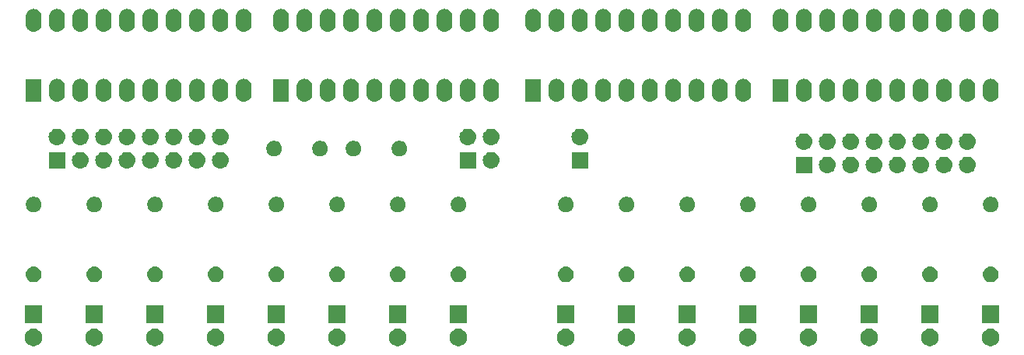
<source format=gbr>
G04 #@! TF.GenerationSoftware,KiCad,Pcbnew,(5.1.4)-1*
G04 #@! TF.CreationDate,2020-05-13T21:25:10+02:00*
G04 #@! TF.ProjectId,register_pcb,72656769-7374-4657-925f-7063622e6b69,rev?*
G04 #@! TF.SameCoordinates,Original*
G04 #@! TF.FileFunction,Soldermask,Bot*
G04 #@! TF.FilePolarity,Negative*
%FSLAX46Y46*%
G04 Gerber Fmt 4.6, Leading zero omitted, Abs format (unit mm)*
G04 Created by KiCad (PCBNEW (5.1.4)-1) date 2020-05-13 21:25:10*
%MOMM*%
%LPD*%
G04 APERTURE LIST*
%ADD10C,0.100000*%
G04 APERTURE END LIST*
D10*
G36*
X186967395Y-89509546D02*
G01*
X187140466Y-89581234D01*
X187140467Y-89581235D01*
X187296227Y-89685310D01*
X187428690Y-89817773D01*
X187428691Y-89817775D01*
X187532766Y-89973534D01*
X187604454Y-90146605D01*
X187641000Y-90330333D01*
X187641000Y-90517667D01*
X187604454Y-90701395D01*
X187532766Y-90874466D01*
X187532765Y-90874467D01*
X187428690Y-91030227D01*
X187296227Y-91162690D01*
X187217818Y-91215081D01*
X187140466Y-91266766D01*
X186967395Y-91338454D01*
X186783667Y-91375000D01*
X186596333Y-91375000D01*
X186412605Y-91338454D01*
X186239534Y-91266766D01*
X186162182Y-91215081D01*
X186083773Y-91162690D01*
X185951310Y-91030227D01*
X185847235Y-90874467D01*
X185847234Y-90874466D01*
X185775546Y-90701395D01*
X185739000Y-90517667D01*
X185739000Y-90330333D01*
X185775546Y-90146605D01*
X185847234Y-89973534D01*
X185951309Y-89817775D01*
X185951310Y-89817773D01*
X186083773Y-89685310D01*
X186239533Y-89581235D01*
X186239534Y-89581234D01*
X186412605Y-89509546D01*
X186596333Y-89473000D01*
X186783667Y-89473000D01*
X186967395Y-89509546D01*
X186967395Y-89509546D01*
G37*
G36*
X129055395Y-89509546D02*
G01*
X129228466Y-89581234D01*
X129228467Y-89581235D01*
X129384227Y-89685310D01*
X129516690Y-89817773D01*
X129516691Y-89817775D01*
X129620766Y-89973534D01*
X129692454Y-90146605D01*
X129729000Y-90330333D01*
X129729000Y-90517667D01*
X129692454Y-90701395D01*
X129620766Y-90874466D01*
X129620765Y-90874467D01*
X129516690Y-91030227D01*
X129384227Y-91162690D01*
X129305818Y-91215081D01*
X129228466Y-91266766D01*
X129055395Y-91338454D01*
X128871667Y-91375000D01*
X128684333Y-91375000D01*
X128500605Y-91338454D01*
X128327534Y-91266766D01*
X128250182Y-91215081D01*
X128171773Y-91162690D01*
X128039310Y-91030227D01*
X127935235Y-90874467D01*
X127935234Y-90874466D01*
X127863546Y-90701395D01*
X127827000Y-90517667D01*
X127827000Y-90330333D01*
X127863546Y-90146605D01*
X127935234Y-89973534D01*
X128039309Y-89817775D01*
X128039310Y-89817773D01*
X128171773Y-89685310D01*
X128327533Y-89581235D01*
X128327534Y-89581234D01*
X128500605Y-89509546D01*
X128684333Y-89473000D01*
X128871667Y-89473000D01*
X129055395Y-89509546D01*
X129055395Y-89509546D01*
G37*
G36*
X82827395Y-89509546D02*
G01*
X83000466Y-89581234D01*
X83000467Y-89581235D01*
X83156227Y-89685310D01*
X83288690Y-89817773D01*
X83288691Y-89817775D01*
X83392766Y-89973534D01*
X83464454Y-90146605D01*
X83501000Y-90330333D01*
X83501000Y-90517667D01*
X83464454Y-90701395D01*
X83392766Y-90874466D01*
X83392765Y-90874467D01*
X83288690Y-91030227D01*
X83156227Y-91162690D01*
X83077818Y-91215081D01*
X83000466Y-91266766D01*
X82827395Y-91338454D01*
X82643667Y-91375000D01*
X82456333Y-91375000D01*
X82272605Y-91338454D01*
X82099534Y-91266766D01*
X82022182Y-91215081D01*
X81943773Y-91162690D01*
X81811310Y-91030227D01*
X81707235Y-90874467D01*
X81707234Y-90874466D01*
X81635546Y-90701395D01*
X81599000Y-90517667D01*
X81599000Y-90330333D01*
X81635546Y-90146605D01*
X81707234Y-89973534D01*
X81811309Y-89817775D01*
X81811310Y-89817773D01*
X81943773Y-89685310D01*
X82099533Y-89581235D01*
X82099534Y-89581234D01*
X82272605Y-89509546D01*
X82456333Y-89473000D01*
X82643667Y-89473000D01*
X82827395Y-89509546D01*
X82827395Y-89509546D01*
G37*
G36*
X89431395Y-89509546D02*
G01*
X89604466Y-89581234D01*
X89604467Y-89581235D01*
X89760227Y-89685310D01*
X89892690Y-89817773D01*
X89892691Y-89817775D01*
X89996766Y-89973534D01*
X90068454Y-90146605D01*
X90105000Y-90330333D01*
X90105000Y-90517667D01*
X90068454Y-90701395D01*
X89996766Y-90874466D01*
X89996765Y-90874467D01*
X89892690Y-91030227D01*
X89760227Y-91162690D01*
X89681818Y-91215081D01*
X89604466Y-91266766D01*
X89431395Y-91338454D01*
X89247667Y-91375000D01*
X89060333Y-91375000D01*
X88876605Y-91338454D01*
X88703534Y-91266766D01*
X88626182Y-91215081D01*
X88547773Y-91162690D01*
X88415310Y-91030227D01*
X88311235Y-90874467D01*
X88311234Y-90874466D01*
X88239546Y-90701395D01*
X88203000Y-90517667D01*
X88203000Y-90330333D01*
X88239546Y-90146605D01*
X88311234Y-89973534D01*
X88415309Y-89817775D01*
X88415310Y-89817773D01*
X88547773Y-89685310D01*
X88703533Y-89581235D01*
X88703534Y-89581234D01*
X88876605Y-89509546D01*
X89060333Y-89473000D01*
X89247667Y-89473000D01*
X89431395Y-89509546D01*
X89431395Y-89509546D01*
G37*
G36*
X96035395Y-89509546D02*
G01*
X96208466Y-89581234D01*
X96208467Y-89581235D01*
X96364227Y-89685310D01*
X96496690Y-89817773D01*
X96496691Y-89817775D01*
X96600766Y-89973534D01*
X96672454Y-90146605D01*
X96709000Y-90330333D01*
X96709000Y-90517667D01*
X96672454Y-90701395D01*
X96600766Y-90874466D01*
X96600765Y-90874467D01*
X96496690Y-91030227D01*
X96364227Y-91162690D01*
X96285818Y-91215081D01*
X96208466Y-91266766D01*
X96035395Y-91338454D01*
X95851667Y-91375000D01*
X95664333Y-91375000D01*
X95480605Y-91338454D01*
X95307534Y-91266766D01*
X95230182Y-91215081D01*
X95151773Y-91162690D01*
X95019310Y-91030227D01*
X94915235Y-90874467D01*
X94915234Y-90874466D01*
X94843546Y-90701395D01*
X94807000Y-90517667D01*
X94807000Y-90330333D01*
X94843546Y-90146605D01*
X94915234Y-89973534D01*
X95019309Y-89817775D01*
X95019310Y-89817773D01*
X95151773Y-89685310D01*
X95307533Y-89581235D01*
X95307534Y-89581234D01*
X95480605Y-89509546D01*
X95664333Y-89473000D01*
X95851667Y-89473000D01*
X96035395Y-89509546D01*
X96035395Y-89509546D01*
G37*
G36*
X102639395Y-89509546D02*
G01*
X102812466Y-89581234D01*
X102812467Y-89581235D01*
X102968227Y-89685310D01*
X103100690Y-89817773D01*
X103100691Y-89817775D01*
X103204766Y-89973534D01*
X103276454Y-90146605D01*
X103313000Y-90330333D01*
X103313000Y-90517667D01*
X103276454Y-90701395D01*
X103204766Y-90874466D01*
X103204765Y-90874467D01*
X103100690Y-91030227D01*
X102968227Y-91162690D01*
X102889818Y-91215081D01*
X102812466Y-91266766D01*
X102639395Y-91338454D01*
X102455667Y-91375000D01*
X102268333Y-91375000D01*
X102084605Y-91338454D01*
X101911534Y-91266766D01*
X101834182Y-91215081D01*
X101755773Y-91162690D01*
X101623310Y-91030227D01*
X101519235Y-90874467D01*
X101519234Y-90874466D01*
X101447546Y-90701395D01*
X101411000Y-90517667D01*
X101411000Y-90330333D01*
X101447546Y-90146605D01*
X101519234Y-89973534D01*
X101623309Y-89817775D01*
X101623310Y-89817773D01*
X101755773Y-89685310D01*
X101911533Y-89581235D01*
X101911534Y-89581234D01*
X102084605Y-89509546D01*
X102268333Y-89473000D01*
X102455667Y-89473000D01*
X102639395Y-89509546D01*
X102639395Y-89509546D01*
G37*
G36*
X109243395Y-89509546D02*
G01*
X109416466Y-89581234D01*
X109416467Y-89581235D01*
X109572227Y-89685310D01*
X109704690Y-89817773D01*
X109704691Y-89817775D01*
X109808766Y-89973534D01*
X109880454Y-90146605D01*
X109917000Y-90330333D01*
X109917000Y-90517667D01*
X109880454Y-90701395D01*
X109808766Y-90874466D01*
X109808765Y-90874467D01*
X109704690Y-91030227D01*
X109572227Y-91162690D01*
X109493818Y-91215081D01*
X109416466Y-91266766D01*
X109243395Y-91338454D01*
X109059667Y-91375000D01*
X108872333Y-91375000D01*
X108688605Y-91338454D01*
X108515534Y-91266766D01*
X108438182Y-91215081D01*
X108359773Y-91162690D01*
X108227310Y-91030227D01*
X108123235Y-90874467D01*
X108123234Y-90874466D01*
X108051546Y-90701395D01*
X108015000Y-90517667D01*
X108015000Y-90330333D01*
X108051546Y-90146605D01*
X108123234Y-89973534D01*
X108227309Y-89817775D01*
X108227310Y-89817773D01*
X108359773Y-89685310D01*
X108515533Y-89581235D01*
X108515534Y-89581234D01*
X108688605Y-89509546D01*
X108872333Y-89473000D01*
X109059667Y-89473000D01*
X109243395Y-89509546D01*
X109243395Y-89509546D01*
G37*
G36*
X115847395Y-89509546D02*
G01*
X116020466Y-89581234D01*
X116020467Y-89581235D01*
X116176227Y-89685310D01*
X116308690Y-89817773D01*
X116308691Y-89817775D01*
X116412766Y-89973534D01*
X116484454Y-90146605D01*
X116521000Y-90330333D01*
X116521000Y-90517667D01*
X116484454Y-90701395D01*
X116412766Y-90874466D01*
X116412765Y-90874467D01*
X116308690Y-91030227D01*
X116176227Y-91162690D01*
X116097818Y-91215081D01*
X116020466Y-91266766D01*
X115847395Y-91338454D01*
X115663667Y-91375000D01*
X115476333Y-91375000D01*
X115292605Y-91338454D01*
X115119534Y-91266766D01*
X115042182Y-91215081D01*
X114963773Y-91162690D01*
X114831310Y-91030227D01*
X114727235Y-90874467D01*
X114727234Y-90874466D01*
X114655546Y-90701395D01*
X114619000Y-90517667D01*
X114619000Y-90330333D01*
X114655546Y-90146605D01*
X114727234Y-89973534D01*
X114831309Y-89817775D01*
X114831310Y-89817773D01*
X114963773Y-89685310D01*
X115119533Y-89581235D01*
X115119534Y-89581234D01*
X115292605Y-89509546D01*
X115476333Y-89473000D01*
X115663667Y-89473000D01*
X115847395Y-89509546D01*
X115847395Y-89509546D01*
G37*
G36*
X122451395Y-89509546D02*
G01*
X122624466Y-89581234D01*
X122624467Y-89581235D01*
X122780227Y-89685310D01*
X122912690Y-89817773D01*
X122912691Y-89817775D01*
X123016766Y-89973534D01*
X123088454Y-90146605D01*
X123125000Y-90330333D01*
X123125000Y-90517667D01*
X123088454Y-90701395D01*
X123016766Y-90874466D01*
X123016765Y-90874467D01*
X122912690Y-91030227D01*
X122780227Y-91162690D01*
X122701818Y-91215081D01*
X122624466Y-91266766D01*
X122451395Y-91338454D01*
X122267667Y-91375000D01*
X122080333Y-91375000D01*
X121896605Y-91338454D01*
X121723534Y-91266766D01*
X121646182Y-91215081D01*
X121567773Y-91162690D01*
X121435310Y-91030227D01*
X121331235Y-90874467D01*
X121331234Y-90874466D01*
X121259546Y-90701395D01*
X121223000Y-90517667D01*
X121223000Y-90330333D01*
X121259546Y-90146605D01*
X121331234Y-89973534D01*
X121435309Y-89817775D01*
X121435310Y-89817773D01*
X121567773Y-89685310D01*
X121723533Y-89581235D01*
X121723534Y-89581234D01*
X121896605Y-89509546D01*
X122080333Y-89473000D01*
X122267667Y-89473000D01*
X122451395Y-89509546D01*
X122451395Y-89509546D01*
G37*
G36*
X140739395Y-89509546D02*
G01*
X140912466Y-89581234D01*
X140912467Y-89581235D01*
X141068227Y-89685310D01*
X141200690Y-89817773D01*
X141200691Y-89817775D01*
X141304766Y-89973534D01*
X141376454Y-90146605D01*
X141413000Y-90330333D01*
X141413000Y-90517667D01*
X141376454Y-90701395D01*
X141304766Y-90874466D01*
X141304765Y-90874467D01*
X141200690Y-91030227D01*
X141068227Y-91162690D01*
X140989818Y-91215081D01*
X140912466Y-91266766D01*
X140739395Y-91338454D01*
X140555667Y-91375000D01*
X140368333Y-91375000D01*
X140184605Y-91338454D01*
X140011534Y-91266766D01*
X139934182Y-91215081D01*
X139855773Y-91162690D01*
X139723310Y-91030227D01*
X139619235Y-90874467D01*
X139619234Y-90874466D01*
X139547546Y-90701395D01*
X139511000Y-90517667D01*
X139511000Y-90330333D01*
X139547546Y-90146605D01*
X139619234Y-89973534D01*
X139723309Y-89817775D01*
X139723310Y-89817773D01*
X139855773Y-89685310D01*
X140011533Y-89581235D01*
X140011534Y-89581234D01*
X140184605Y-89509546D01*
X140368333Y-89473000D01*
X140555667Y-89473000D01*
X140739395Y-89509546D01*
X140739395Y-89509546D01*
G37*
G36*
X147343395Y-89509546D02*
G01*
X147516466Y-89581234D01*
X147516467Y-89581235D01*
X147672227Y-89685310D01*
X147804690Y-89817773D01*
X147804691Y-89817775D01*
X147908766Y-89973534D01*
X147980454Y-90146605D01*
X148017000Y-90330333D01*
X148017000Y-90517667D01*
X147980454Y-90701395D01*
X147908766Y-90874466D01*
X147908765Y-90874467D01*
X147804690Y-91030227D01*
X147672227Y-91162690D01*
X147593818Y-91215081D01*
X147516466Y-91266766D01*
X147343395Y-91338454D01*
X147159667Y-91375000D01*
X146972333Y-91375000D01*
X146788605Y-91338454D01*
X146615534Y-91266766D01*
X146538182Y-91215081D01*
X146459773Y-91162690D01*
X146327310Y-91030227D01*
X146223235Y-90874467D01*
X146223234Y-90874466D01*
X146151546Y-90701395D01*
X146115000Y-90517667D01*
X146115000Y-90330333D01*
X146151546Y-90146605D01*
X146223234Y-89973534D01*
X146327309Y-89817775D01*
X146327310Y-89817773D01*
X146459773Y-89685310D01*
X146615533Y-89581235D01*
X146615534Y-89581234D01*
X146788605Y-89509546D01*
X146972333Y-89473000D01*
X147159667Y-89473000D01*
X147343395Y-89509546D01*
X147343395Y-89509546D01*
G37*
G36*
X153947395Y-89509546D02*
G01*
X154120466Y-89581234D01*
X154120467Y-89581235D01*
X154276227Y-89685310D01*
X154408690Y-89817773D01*
X154408691Y-89817775D01*
X154512766Y-89973534D01*
X154584454Y-90146605D01*
X154621000Y-90330333D01*
X154621000Y-90517667D01*
X154584454Y-90701395D01*
X154512766Y-90874466D01*
X154512765Y-90874467D01*
X154408690Y-91030227D01*
X154276227Y-91162690D01*
X154197818Y-91215081D01*
X154120466Y-91266766D01*
X153947395Y-91338454D01*
X153763667Y-91375000D01*
X153576333Y-91375000D01*
X153392605Y-91338454D01*
X153219534Y-91266766D01*
X153142182Y-91215081D01*
X153063773Y-91162690D01*
X152931310Y-91030227D01*
X152827235Y-90874467D01*
X152827234Y-90874466D01*
X152755546Y-90701395D01*
X152719000Y-90517667D01*
X152719000Y-90330333D01*
X152755546Y-90146605D01*
X152827234Y-89973534D01*
X152931309Y-89817775D01*
X152931310Y-89817773D01*
X153063773Y-89685310D01*
X153219533Y-89581235D01*
X153219534Y-89581234D01*
X153392605Y-89509546D01*
X153576333Y-89473000D01*
X153763667Y-89473000D01*
X153947395Y-89509546D01*
X153947395Y-89509546D01*
G37*
G36*
X160551395Y-89509546D02*
G01*
X160724466Y-89581234D01*
X160724467Y-89581235D01*
X160880227Y-89685310D01*
X161012690Y-89817773D01*
X161012691Y-89817775D01*
X161116766Y-89973534D01*
X161188454Y-90146605D01*
X161225000Y-90330333D01*
X161225000Y-90517667D01*
X161188454Y-90701395D01*
X161116766Y-90874466D01*
X161116765Y-90874467D01*
X161012690Y-91030227D01*
X160880227Y-91162690D01*
X160801818Y-91215081D01*
X160724466Y-91266766D01*
X160551395Y-91338454D01*
X160367667Y-91375000D01*
X160180333Y-91375000D01*
X159996605Y-91338454D01*
X159823534Y-91266766D01*
X159746182Y-91215081D01*
X159667773Y-91162690D01*
X159535310Y-91030227D01*
X159431235Y-90874467D01*
X159431234Y-90874466D01*
X159359546Y-90701395D01*
X159323000Y-90517667D01*
X159323000Y-90330333D01*
X159359546Y-90146605D01*
X159431234Y-89973534D01*
X159535309Y-89817775D01*
X159535310Y-89817773D01*
X159667773Y-89685310D01*
X159823533Y-89581235D01*
X159823534Y-89581234D01*
X159996605Y-89509546D01*
X160180333Y-89473000D01*
X160367667Y-89473000D01*
X160551395Y-89509546D01*
X160551395Y-89509546D01*
G37*
G36*
X167155395Y-89509546D02*
G01*
X167328466Y-89581234D01*
X167328467Y-89581235D01*
X167484227Y-89685310D01*
X167616690Y-89817773D01*
X167616691Y-89817775D01*
X167720766Y-89973534D01*
X167792454Y-90146605D01*
X167829000Y-90330333D01*
X167829000Y-90517667D01*
X167792454Y-90701395D01*
X167720766Y-90874466D01*
X167720765Y-90874467D01*
X167616690Y-91030227D01*
X167484227Y-91162690D01*
X167405818Y-91215081D01*
X167328466Y-91266766D01*
X167155395Y-91338454D01*
X166971667Y-91375000D01*
X166784333Y-91375000D01*
X166600605Y-91338454D01*
X166427534Y-91266766D01*
X166350182Y-91215081D01*
X166271773Y-91162690D01*
X166139310Y-91030227D01*
X166035235Y-90874467D01*
X166035234Y-90874466D01*
X165963546Y-90701395D01*
X165927000Y-90517667D01*
X165927000Y-90330333D01*
X165963546Y-90146605D01*
X166035234Y-89973534D01*
X166139309Y-89817775D01*
X166139310Y-89817773D01*
X166271773Y-89685310D01*
X166427533Y-89581235D01*
X166427534Y-89581234D01*
X166600605Y-89509546D01*
X166784333Y-89473000D01*
X166971667Y-89473000D01*
X167155395Y-89509546D01*
X167155395Y-89509546D01*
G37*
G36*
X173759395Y-89509546D02*
G01*
X173932466Y-89581234D01*
X173932467Y-89581235D01*
X174088227Y-89685310D01*
X174220690Y-89817773D01*
X174220691Y-89817775D01*
X174324766Y-89973534D01*
X174396454Y-90146605D01*
X174433000Y-90330333D01*
X174433000Y-90517667D01*
X174396454Y-90701395D01*
X174324766Y-90874466D01*
X174324765Y-90874467D01*
X174220690Y-91030227D01*
X174088227Y-91162690D01*
X174009818Y-91215081D01*
X173932466Y-91266766D01*
X173759395Y-91338454D01*
X173575667Y-91375000D01*
X173388333Y-91375000D01*
X173204605Y-91338454D01*
X173031534Y-91266766D01*
X172954182Y-91215081D01*
X172875773Y-91162690D01*
X172743310Y-91030227D01*
X172639235Y-90874467D01*
X172639234Y-90874466D01*
X172567546Y-90701395D01*
X172531000Y-90517667D01*
X172531000Y-90330333D01*
X172567546Y-90146605D01*
X172639234Y-89973534D01*
X172743309Y-89817775D01*
X172743310Y-89817773D01*
X172875773Y-89685310D01*
X173031533Y-89581235D01*
X173031534Y-89581234D01*
X173204605Y-89509546D01*
X173388333Y-89473000D01*
X173575667Y-89473000D01*
X173759395Y-89509546D01*
X173759395Y-89509546D01*
G37*
G36*
X180363395Y-89509546D02*
G01*
X180536466Y-89581234D01*
X180536467Y-89581235D01*
X180692227Y-89685310D01*
X180824690Y-89817773D01*
X180824691Y-89817775D01*
X180928766Y-89973534D01*
X181000454Y-90146605D01*
X181037000Y-90330333D01*
X181037000Y-90517667D01*
X181000454Y-90701395D01*
X180928766Y-90874466D01*
X180928765Y-90874467D01*
X180824690Y-91030227D01*
X180692227Y-91162690D01*
X180613818Y-91215081D01*
X180536466Y-91266766D01*
X180363395Y-91338454D01*
X180179667Y-91375000D01*
X179992333Y-91375000D01*
X179808605Y-91338454D01*
X179635534Y-91266766D01*
X179558182Y-91215081D01*
X179479773Y-91162690D01*
X179347310Y-91030227D01*
X179243235Y-90874467D01*
X179243234Y-90874466D01*
X179171546Y-90701395D01*
X179135000Y-90517667D01*
X179135000Y-90330333D01*
X179171546Y-90146605D01*
X179243234Y-89973534D01*
X179347309Y-89817775D01*
X179347310Y-89817773D01*
X179479773Y-89685310D01*
X179635533Y-89581235D01*
X179635534Y-89581234D01*
X179808605Y-89509546D01*
X179992333Y-89473000D01*
X180179667Y-89473000D01*
X180363395Y-89509546D01*
X180363395Y-89509546D01*
G37*
G36*
X161225000Y-88835000D02*
G01*
X159323000Y-88835000D01*
X159323000Y-86933000D01*
X161225000Y-86933000D01*
X161225000Y-88835000D01*
X161225000Y-88835000D01*
G37*
G36*
X83501000Y-88835000D02*
G01*
X81599000Y-88835000D01*
X81599000Y-86933000D01*
X83501000Y-86933000D01*
X83501000Y-88835000D01*
X83501000Y-88835000D01*
G37*
G36*
X90105000Y-88835000D02*
G01*
X88203000Y-88835000D01*
X88203000Y-86933000D01*
X90105000Y-86933000D01*
X90105000Y-88835000D01*
X90105000Y-88835000D01*
G37*
G36*
X96709000Y-88835000D02*
G01*
X94807000Y-88835000D01*
X94807000Y-86933000D01*
X96709000Y-86933000D01*
X96709000Y-88835000D01*
X96709000Y-88835000D01*
G37*
G36*
X103313000Y-88835000D02*
G01*
X101411000Y-88835000D01*
X101411000Y-86933000D01*
X103313000Y-86933000D01*
X103313000Y-88835000D01*
X103313000Y-88835000D01*
G37*
G36*
X109917000Y-88835000D02*
G01*
X108015000Y-88835000D01*
X108015000Y-86933000D01*
X109917000Y-86933000D01*
X109917000Y-88835000D01*
X109917000Y-88835000D01*
G37*
G36*
X116521000Y-88835000D02*
G01*
X114619000Y-88835000D01*
X114619000Y-86933000D01*
X116521000Y-86933000D01*
X116521000Y-88835000D01*
X116521000Y-88835000D01*
G37*
G36*
X123125000Y-88835000D02*
G01*
X121223000Y-88835000D01*
X121223000Y-86933000D01*
X123125000Y-86933000D01*
X123125000Y-88835000D01*
X123125000Y-88835000D01*
G37*
G36*
X129729000Y-88835000D02*
G01*
X127827000Y-88835000D01*
X127827000Y-86933000D01*
X129729000Y-86933000D01*
X129729000Y-88835000D01*
X129729000Y-88835000D01*
G37*
G36*
X141413000Y-88835000D02*
G01*
X139511000Y-88835000D01*
X139511000Y-86933000D01*
X141413000Y-86933000D01*
X141413000Y-88835000D01*
X141413000Y-88835000D01*
G37*
G36*
X148017000Y-88835000D02*
G01*
X146115000Y-88835000D01*
X146115000Y-86933000D01*
X148017000Y-86933000D01*
X148017000Y-88835000D01*
X148017000Y-88835000D01*
G37*
G36*
X154621000Y-88835000D02*
G01*
X152719000Y-88835000D01*
X152719000Y-86933000D01*
X154621000Y-86933000D01*
X154621000Y-88835000D01*
X154621000Y-88835000D01*
G37*
G36*
X181037000Y-88835000D02*
G01*
X179135000Y-88835000D01*
X179135000Y-86933000D01*
X181037000Y-86933000D01*
X181037000Y-88835000D01*
X181037000Y-88835000D01*
G37*
G36*
X167829000Y-88835000D02*
G01*
X165927000Y-88835000D01*
X165927000Y-86933000D01*
X167829000Y-86933000D01*
X167829000Y-88835000D01*
X167829000Y-88835000D01*
G37*
G36*
X187641000Y-88835000D02*
G01*
X185739000Y-88835000D01*
X185739000Y-86933000D01*
X187641000Y-86933000D01*
X187641000Y-88835000D01*
X187641000Y-88835000D01*
G37*
G36*
X174433000Y-88835000D02*
G01*
X172531000Y-88835000D01*
X172531000Y-86933000D01*
X174433000Y-86933000D01*
X174433000Y-88835000D01*
X174433000Y-88835000D01*
G37*
G36*
X167044823Y-82727313D02*
G01*
X167205242Y-82775976D01*
X167337906Y-82846886D01*
X167353078Y-82854996D01*
X167482659Y-82961341D01*
X167589004Y-83090922D01*
X167589005Y-83090924D01*
X167668024Y-83238758D01*
X167716687Y-83399177D01*
X167733117Y-83566000D01*
X167716687Y-83732823D01*
X167668024Y-83893242D01*
X167597114Y-84025906D01*
X167589004Y-84041078D01*
X167482659Y-84170659D01*
X167353078Y-84277004D01*
X167353076Y-84277005D01*
X167205242Y-84356024D01*
X167044823Y-84404687D01*
X166919804Y-84417000D01*
X166836196Y-84417000D01*
X166711177Y-84404687D01*
X166550758Y-84356024D01*
X166402924Y-84277005D01*
X166402922Y-84277004D01*
X166273341Y-84170659D01*
X166166996Y-84041078D01*
X166158886Y-84025906D01*
X166087976Y-83893242D01*
X166039313Y-83732823D01*
X166022883Y-83566000D01*
X166039313Y-83399177D01*
X166087976Y-83238758D01*
X166166995Y-83090924D01*
X166166996Y-83090922D01*
X166273341Y-82961341D01*
X166402922Y-82854996D01*
X166418094Y-82846886D01*
X166550758Y-82775976D01*
X166711177Y-82727313D01*
X166836196Y-82715000D01*
X166919804Y-82715000D01*
X167044823Y-82727313D01*
X167044823Y-82727313D01*
G37*
G36*
X180252823Y-82727313D02*
G01*
X180413242Y-82775976D01*
X180545906Y-82846886D01*
X180561078Y-82854996D01*
X180690659Y-82961341D01*
X180797004Y-83090922D01*
X180797005Y-83090924D01*
X180876024Y-83238758D01*
X180924687Y-83399177D01*
X180941117Y-83566000D01*
X180924687Y-83732823D01*
X180876024Y-83893242D01*
X180805114Y-84025906D01*
X180797004Y-84041078D01*
X180690659Y-84170659D01*
X180561078Y-84277004D01*
X180561076Y-84277005D01*
X180413242Y-84356024D01*
X180252823Y-84404687D01*
X180127804Y-84417000D01*
X180044196Y-84417000D01*
X179919177Y-84404687D01*
X179758758Y-84356024D01*
X179610924Y-84277005D01*
X179610922Y-84277004D01*
X179481341Y-84170659D01*
X179374996Y-84041078D01*
X179366886Y-84025906D01*
X179295976Y-83893242D01*
X179247313Y-83732823D01*
X179230883Y-83566000D01*
X179247313Y-83399177D01*
X179295976Y-83238758D01*
X179374995Y-83090924D01*
X179374996Y-83090922D01*
X179481341Y-82961341D01*
X179610922Y-82854996D01*
X179626094Y-82846886D01*
X179758758Y-82775976D01*
X179919177Y-82727313D01*
X180044196Y-82715000D01*
X180127804Y-82715000D01*
X180252823Y-82727313D01*
X180252823Y-82727313D01*
G37*
G36*
X173648823Y-82727313D02*
G01*
X173809242Y-82775976D01*
X173941906Y-82846886D01*
X173957078Y-82854996D01*
X174086659Y-82961341D01*
X174193004Y-83090922D01*
X174193005Y-83090924D01*
X174272024Y-83238758D01*
X174320687Y-83399177D01*
X174337117Y-83566000D01*
X174320687Y-83732823D01*
X174272024Y-83893242D01*
X174201114Y-84025906D01*
X174193004Y-84041078D01*
X174086659Y-84170659D01*
X173957078Y-84277004D01*
X173957076Y-84277005D01*
X173809242Y-84356024D01*
X173648823Y-84404687D01*
X173523804Y-84417000D01*
X173440196Y-84417000D01*
X173315177Y-84404687D01*
X173154758Y-84356024D01*
X173006924Y-84277005D01*
X173006922Y-84277004D01*
X172877341Y-84170659D01*
X172770996Y-84041078D01*
X172762886Y-84025906D01*
X172691976Y-83893242D01*
X172643313Y-83732823D01*
X172626883Y-83566000D01*
X172643313Y-83399177D01*
X172691976Y-83238758D01*
X172770995Y-83090924D01*
X172770996Y-83090922D01*
X172877341Y-82961341D01*
X173006922Y-82854996D01*
X173022094Y-82846886D01*
X173154758Y-82775976D01*
X173315177Y-82727313D01*
X173440196Y-82715000D01*
X173523804Y-82715000D01*
X173648823Y-82727313D01*
X173648823Y-82727313D01*
G37*
G36*
X160440823Y-82727313D02*
G01*
X160601242Y-82775976D01*
X160733906Y-82846886D01*
X160749078Y-82854996D01*
X160878659Y-82961341D01*
X160985004Y-83090922D01*
X160985005Y-83090924D01*
X161064024Y-83238758D01*
X161112687Y-83399177D01*
X161129117Y-83566000D01*
X161112687Y-83732823D01*
X161064024Y-83893242D01*
X160993114Y-84025906D01*
X160985004Y-84041078D01*
X160878659Y-84170659D01*
X160749078Y-84277004D01*
X160749076Y-84277005D01*
X160601242Y-84356024D01*
X160440823Y-84404687D01*
X160315804Y-84417000D01*
X160232196Y-84417000D01*
X160107177Y-84404687D01*
X159946758Y-84356024D01*
X159798924Y-84277005D01*
X159798922Y-84277004D01*
X159669341Y-84170659D01*
X159562996Y-84041078D01*
X159554886Y-84025906D01*
X159483976Y-83893242D01*
X159435313Y-83732823D01*
X159418883Y-83566000D01*
X159435313Y-83399177D01*
X159483976Y-83238758D01*
X159562995Y-83090924D01*
X159562996Y-83090922D01*
X159669341Y-82961341D01*
X159798922Y-82854996D01*
X159814094Y-82846886D01*
X159946758Y-82775976D01*
X160107177Y-82727313D01*
X160232196Y-82715000D01*
X160315804Y-82715000D01*
X160440823Y-82727313D01*
X160440823Y-82727313D01*
G37*
G36*
X153836823Y-82727313D02*
G01*
X153997242Y-82775976D01*
X154129906Y-82846886D01*
X154145078Y-82854996D01*
X154274659Y-82961341D01*
X154381004Y-83090922D01*
X154381005Y-83090924D01*
X154460024Y-83238758D01*
X154508687Y-83399177D01*
X154525117Y-83566000D01*
X154508687Y-83732823D01*
X154460024Y-83893242D01*
X154389114Y-84025906D01*
X154381004Y-84041078D01*
X154274659Y-84170659D01*
X154145078Y-84277004D01*
X154145076Y-84277005D01*
X153997242Y-84356024D01*
X153836823Y-84404687D01*
X153711804Y-84417000D01*
X153628196Y-84417000D01*
X153503177Y-84404687D01*
X153342758Y-84356024D01*
X153194924Y-84277005D01*
X153194922Y-84277004D01*
X153065341Y-84170659D01*
X152958996Y-84041078D01*
X152950886Y-84025906D01*
X152879976Y-83893242D01*
X152831313Y-83732823D01*
X152814883Y-83566000D01*
X152831313Y-83399177D01*
X152879976Y-83238758D01*
X152958995Y-83090924D01*
X152958996Y-83090922D01*
X153065341Y-82961341D01*
X153194922Y-82854996D01*
X153210094Y-82846886D01*
X153342758Y-82775976D01*
X153503177Y-82727313D01*
X153628196Y-82715000D01*
X153711804Y-82715000D01*
X153836823Y-82727313D01*
X153836823Y-82727313D01*
G37*
G36*
X147232823Y-82727313D02*
G01*
X147393242Y-82775976D01*
X147525906Y-82846886D01*
X147541078Y-82854996D01*
X147670659Y-82961341D01*
X147777004Y-83090922D01*
X147777005Y-83090924D01*
X147856024Y-83238758D01*
X147904687Y-83399177D01*
X147921117Y-83566000D01*
X147904687Y-83732823D01*
X147856024Y-83893242D01*
X147785114Y-84025906D01*
X147777004Y-84041078D01*
X147670659Y-84170659D01*
X147541078Y-84277004D01*
X147541076Y-84277005D01*
X147393242Y-84356024D01*
X147232823Y-84404687D01*
X147107804Y-84417000D01*
X147024196Y-84417000D01*
X146899177Y-84404687D01*
X146738758Y-84356024D01*
X146590924Y-84277005D01*
X146590922Y-84277004D01*
X146461341Y-84170659D01*
X146354996Y-84041078D01*
X146346886Y-84025906D01*
X146275976Y-83893242D01*
X146227313Y-83732823D01*
X146210883Y-83566000D01*
X146227313Y-83399177D01*
X146275976Y-83238758D01*
X146354995Y-83090924D01*
X146354996Y-83090922D01*
X146461341Y-82961341D01*
X146590922Y-82854996D01*
X146606094Y-82846886D01*
X146738758Y-82775976D01*
X146899177Y-82727313D01*
X147024196Y-82715000D01*
X147107804Y-82715000D01*
X147232823Y-82727313D01*
X147232823Y-82727313D01*
G37*
G36*
X140628823Y-82727313D02*
G01*
X140789242Y-82775976D01*
X140921906Y-82846886D01*
X140937078Y-82854996D01*
X141066659Y-82961341D01*
X141173004Y-83090922D01*
X141173005Y-83090924D01*
X141252024Y-83238758D01*
X141300687Y-83399177D01*
X141317117Y-83566000D01*
X141300687Y-83732823D01*
X141252024Y-83893242D01*
X141181114Y-84025906D01*
X141173004Y-84041078D01*
X141066659Y-84170659D01*
X140937078Y-84277004D01*
X140937076Y-84277005D01*
X140789242Y-84356024D01*
X140628823Y-84404687D01*
X140503804Y-84417000D01*
X140420196Y-84417000D01*
X140295177Y-84404687D01*
X140134758Y-84356024D01*
X139986924Y-84277005D01*
X139986922Y-84277004D01*
X139857341Y-84170659D01*
X139750996Y-84041078D01*
X139742886Y-84025906D01*
X139671976Y-83893242D01*
X139623313Y-83732823D01*
X139606883Y-83566000D01*
X139623313Y-83399177D01*
X139671976Y-83238758D01*
X139750995Y-83090924D01*
X139750996Y-83090922D01*
X139857341Y-82961341D01*
X139986922Y-82854996D01*
X140002094Y-82846886D01*
X140134758Y-82775976D01*
X140295177Y-82727313D01*
X140420196Y-82715000D01*
X140503804Y-82715000D01*
X140628823Y-82727313D01*
X140628823Y-82727313D01*
G37*
G36*
X128944823Y-82727313D02*
G01*
X129105242Y-82775976D01*
X129237906Y-82846886D01*
X129253078Y-82854996D01*
X129382659Y-82961341D01*
X129489004Y-83090922D01*
X129489005Y-83090924D01*
X129568024Y-83238758D01*
X129616687Y-83399177D01*
X129633117Y-83566000D01*
X129616687Y-83732823D01*
X129568024Y-83893242D01*
X129497114Y-84025906D01*
X129489004Y-84041078D01*
X129382659Y-84170659D01*
X129253078Y-84277004D01*
X129253076Y-84277005D01*
X129105242Y-84356024D01*
X128944823Y-84404687D01*
X128819804Y-84417000D01*
X128736196Y-84417000D01*
X128611177Y-84404687D01*
X128450758Y-84356024D01*
X128302924Y-84277005D01*
X128302922Y-84277004D01*
X128173341Y-84170659D01*
X128066996Y-84041078D01*
X128058886Y-84025906D01*
X127987976Y-83893242D01*
X127939313Y-83732823D01*
X127922883Y-83566000D01*
X127939313Y-83399177D01*
X127987976Y-83238758D01*
X128066995Y-83090924D01*
X128066996Y-83090922D01*
X128173341Y-82961341D01*
X128302922Y-82854996D01*
X128318094Y-82846886D01*
X128450758Y-82775976D01*
X128611177Y-82727313D01*
X128736196Y-82715000D01*
X128819804Y-82715000D01*
X128944823Y-82727313D01*
X128944823Y-82727313D01*
G37*
G36*
X115736823Y-82727313D02*
G01*
X115897242Y-82775976D01*
X116029906Y-82846886D01*
X116045078Y-82854996D01*
X116174659Y-82961341D01*
X116281004Y-83090922D01*
X116281005Y-83090924D01*
X116360024Y-83238758D01*
X116408687Y-83399177D01*
X116425117Y-83566000D01*
X116408687Y-83732823D01*
X116360024Y-83893242D01*
X116289114Y-84025906D01*
X116281004Y-84041078D01*
X116174659Y-84170659D01*
X116045078Y-84277004D01*
X116045076Y-84277005D01*
X115897242Y-84356024D01*
X115736823Y-84404687D01*
X115611804Y-84417000D01*
X115528196Y-84417000D01*
X115403177Y-84404687D01*
X115242758Y-84356024D01*
X115094924Y-84277005D01*
X115094922Y-84277004D01*
X114965341Y-84170659D01*
X114858996Y-84041078D01*
X114850886Y-84025906D01*
X114779976Y-83893242D01*
X114731313Y-83732823D01*
X114714883Y-83566000D01*
X114731313Y-83399177D01*
X114779976Y-83238758D01*
X114858995Y-83090924D01*
X114858996Y-83090922D01*
X114965341Y-82961341D01*
X115094922Y-82854996D01*
X115110094Y-82846886D01*
X115242758Y-82775976D01*
X115403177Y-82727313D01*
X115528196Y-82715000D01*
X115611804Y-82715000D01*
X115736823Y-82727313D01*
X115736823Y-82727313D01*
G37*
G36*
X109132823Y-82727313D02*
G01*
X109293242Y-82775976D01*
X109425906Y-82846886D01*
X109441078Y-82854996D01*
X109570659Y-82961341D01*
X109677004Y-83090922D01*
X109677005Y-83090924D01*
X109756024Y-83238758D01*
X109804687Y-83399177D01*
X109821117Y-83566000D01*
X109804687Y-83732823D01*
X109756024Y-83893242D01*
X109685114Y-84025906D01*
X109677004Y-84041078D01*
X109570659Y-84170659D01*
X109441078Y-84277004D01*
X109441076Y-84277005D01*
X109293242Y-84356024D01*
X109132823Y-84404687D01*
X109007804Y-84417000D01*
X108924196Y-84417000D01*
X108799177Y-84404687D01*
X108638758Y-84356024D01*
X108490924Y-84277005D01*
X108490922Y-84277004D01*
X108361341Y-84170659D01*
X108254996Y-84041078D01*
X108246886Y-84025906D01*
X108175976Y-83893242D01*
X108127313Y-83732823D01*
X108110883Y-83566000D01*
X108127313Y-83399177D01*
X108175976Y-83238758D01*
X108254995Y-83090924D01*
X108254996Y-83090922D01*
X108361341Y-82961341D01*
X108490922Y-82854996D01*
X108506094Y-82846886D01*
X108638758Y-82775976D01*
X108799177Y-82727313D01*
X108924196Y-82715000D01*
X109007804Y-82715000D01*
X109132823Y-82727313D01*
X109132823Y-82727313D01*
G37*
G36*
X102528823Y-82727313D02*
G01*
X102689242Y-82775976D01*
X102821906Y-82846886D01*
X102837078Y-82854996D01*
X102966659Y-82961341D01*
X103073004Y-83090922D01*
X103073005Y-83090924D01*
X103152024Y-83238758D01*
X103200687Y-83399177D01*
X103217117Y-83566000D01*
X103200687Y-83732823D01*
X103152024Y-83893242D01*
X103081114Y-84025906D01*
X103073004Y-84041078D01*
X102966659Y-84170659D01*
X102837078Y-84277004D01*
X102837076Y-84277005D01*
X102689242Y-84356024D01*
X102528823Y-84404687D01*
X102403804Y-84417000D01*
X102320196Y-84417000D01*
X102195177Y-84404687D01*
X102034758Y-84356024D01*
X101886924Y-84277005D01*
X101886922Y-84277004D01*
X101757341Y-84170659D01*
X101650996Y-84041078D01*
X101642886Y-84025906D01*
X101571976Y-83893242D01*
X101523313Y-83732823D01*
X101506883Y-83566000D01*
X101523313Y-83399177D01*
X101571976Y-83238758D01*
X101650995Y-83090924D01*
X101650996Y-83090922D01*
X101757341Y-82961341D01*
X101886922Y-82854996D01*
X101902094Y-82846886D01*
X102034758Y-82775976D01*
X102195177Y-82727313D01*
X102320196Y-82715000D01*
X102403804Y-82715000D01*
X102528823Y-82727313D01*
X102528823Y-82727313D01*
G37*
G36*
X95924823Y-82727313D02*
G01*
X96085242Y-82775976D01*
X96217906Y-82846886D01*
X96233078Y-82854996D01*
X96362659Y-82961341D01*
X96469004Y-83090922D01*
X96469005Y-83090924D01*
X96548024Y-83238758D01*
X96596687Y-83399177D01*
X96613117Y-83566000D01*
X96596687Y-83732823D01*
X96548024Y-83893242D01*
X96477114Y-84025906D01*
X96469004Y-84041078D01*
X96362659Y-84170659D01*
X96233078Y-84277004D01*
X96233076Y-84277005D01*
X96085242Y-84356024D01*
X95924823Y-84404687D01*
X95799804Y-84417000D01*
X95716196Y-84417000D01*
X95591177Y-84404687D01*
X95430758Y-84356024D01*
X95282924Y-84277005D01*
X95282922Y-84277004D01*
X95153341Y-84170659D01*
X95046996Y-84041078D01*
X95038886Y-84025906D01*
X94967976Y-83893242D01*
X94919313Y-83732823D01*
X94902883Y-83566000D01*
X94919313Y-83399177D01*
X94967976Y-83238758D01*
X95046995Y-83090924D01*
X95046996Y-83090922D01*
X95153341Y-82961341D01*
X95282922Y-82854996D01*
X95298094Y-82846886D01*
X95430758Y-82775976D01*
X95591177Y-82727313D01*
X95716196Y-82715000D01*
X95799804Y-82715000D01*
X95924823Y-82727313D01*
X95924823Y-82727313D01*
G37*
G36*
X82716823Y-82727313D02*
G01*
X82877242Y-82775976D01*
X83009906Y-82846886D01*
X83025078Y-82854996D01*
X83154659Y-82961341D01*
X83261004Y-83090922D01*
X83261005Y-83090924D01*
X83340024Y-83238758D01*
X83388687Y-83399177D01*
X83405117Y-83566000D01*
X83388687Y-83732823D01*
X83340024Y-83893242D01*
X83269114Y-84025906D01*
X83261004Y-84041078D01*
X83154659Y-84170659D01*
X83025078Y-84277004D01*
X83025076Y-84277005D01*
X82877242Y-84356024D01*
X82716823Y-84404687D01*
X82591804Y-84417000D01*
X82508196Y-84417000D01*
X82383177Y-84404687D01*
X82222758Y-84356024D01*
X82074924Y-84277005D01*
X82074922Y-84277004D01*
X81945341Y-84170659D01*
X81838996Y-84041078D01*
X81830886Y-84025906D01*
X81759976Y-83893242D01*
X81711313Y-83732823D01*
X81694883Y-83566000D01*
X81711313Y-83399177D01*
X81759976Y-83238758D01*
X81838995Y-83090924D01*
X81838996Y-83090922D01*
X81945341Y-82961341D01*
X82074922Y-82854996D01*
X82090094Y-82846886D01*
X82222758Y-82775976D01*
X82383177Y-82727313D01*
X82508196Y-82715000D01*
X82591804Y-82715000D01*
X82716823Y-82727313D01*
X82716823Y-82727313D01*
G37*
G36*
X89320823Y-82727313D02*
G01*
X89481242Y-82775976D01*
X89613906Y-82846886D01*
X89629078Y-82854996D01*
X89758659Y-82961341D01*
X89865004Y-83090922D01*
X89865005Y-83090924D01*
X89944024Y-83238758D01*
X89992687Y-83399177D01*
X90009117Y-83566000D01*
X89992687Y-83732823D01*
X89944024Y-83893242D01*
X89873114Y-84025906D01*
X89865004Y-84041078D01*
X89758659Y-84170659D01*
X89629078Y-84277004D01*
X89629076Y-84277005D01*
X89481242Y-84356024D01*
X89320823Y-84404687D01*
X89195804Y-84417000D01*
X89112196Y-84417000D01*
X88987177Y-84404687D01*
X88826758Y-84356024D01*
X88678924Y-84277005D01*
X88678922Y-84277004D01*
X88549341Y-84170659D01*
X88442996Y-84041078D01*
X88434886Y-84025906D01*
X88363976Y-83893242D01*
X88315313Y-83732823D01*
X88298883Y-83566000D01*
X88315313Y-83399177D01*
X88363976Y-83238758D01*
X88442995Y-83090924D01*
X88442996Y-83090922D01*
X88549341Y-82961341D01*
X88678922Y-82854996D01*
X88694094Y-82846886D01*
X88826758Y-82775976D01*
X88987177Y-82727313D01*
X89112196Y-82715000D01*
X89195804Y-82715000D01*
X89320823Y-82727313D01*
X89320823Y-82727313D01*
G37*
G36*
X186856823Y-82727313D02*
G01*
X187017242Y-82775976D01*
X187149906Y-82846886D01*
X187165078Y-82854996D01*
X187294659Y-82961341D01*
X187401004Y-83090922D01*
X187401005Y-83090924D01*
X187480024Y-83238758D01*
X187528687Y-83399177D01*
X187545117Y-83566000D01*
X187528687Y-83732823D01*
X187480024Y-83893242D01*
X187409114Y-84025906D01*
X187401004Y-84041078D01*
X187294659Y-84170659D01*
X187165078Y-84277004D01*
X187165076Y-84277005D01*
X187017242Y-84356024D01*
X186856823Y-84404687D01*
X186731804Y-84417000D01*
X186648196Y-84417000D01*
X186523177Y-84404687D01*
X186362758Y-84356024D01*
X186214924Y-84277005D01*
X186214922Y-84277004D01*
X186085341Y-84170659D01*
X185978996Y-84041078D01*
X185970886Y-84025906D01*
X185899976Y-83893242D01*
X185851313Y-83732823D01*
X185834883Y-83566000D01*
X185851313Y-83399177D01*
X185899976Y-83238758D01*
X185978995Y-83090924D01*
X185978996Y-83090922D01*
X186085341Y-82961341D01*
X186214922Y-82854996D01*
X186230094Y-82846886D01*
X186362758Y-82775976D01*
X186523177Y-82727313D01*
X186648196Y-82715000D01*
X186731804Y-82715000D01*
X186856823Y-82727313D01*
X186856823Y-82727313D01*
G37*
G36*
X122340823Y-82727313D02*
G01*
X122501242Y-82775976D01*
X122633906Y-82846886D01*
X122649078Y-82854996D01*
X122778659Y-82961341D01*
X122885004Y-83090922D01*
X122885005Y-83090924D01*
X122964024Y-83238758D01*
X123012687Y-83399177D01*
X123029117Y-83566000D01*
X123012687Y-83732823D01*
X122964024Y-83893242D01*
X122893114Y-84025906D01*
X122885004Y-84041078D01*
X122778659Y-84170659D01*
X122649078Y-84277004D01*
X122649076Y-84277005D01*
X122501242Y-84356024D01*
X122340823Y-84404687D01*
X122215804Y-84417000D01*
X122132196Y-84417000D01*
X122007177Y-84404687D01*
X121846758Y-84356024D01*
X121698924Y-84277005D01*
X121698922Y-84277004D01*
X121569341Y-84170659D01*
X121462996Y-84041078D01*
X121454886Y-84025906D01*
X121383976Y-83893242D01*
X121335313Y-83732823D01*
X121318883Y-83566000D01*
X121335313Y-83399177D01*
X121383976Y-83238758D01*
X121462995Y-83090924D01*
X121462996Y-83090922D01*
X121569341Y-82961341D01*
X121698922Y-82854996D01*
X121714094Y-82846886D01*
X121846758Y-82775976D01*
X122007177Y-82727313D01*
X122132196Y-82715000D01*
X122215804Y-82715000D01*
X122340823Y-82727313D01*
X122340823Y-82727313D01*
G37*
G36*
X153918228Y-75127703D02*
G01*
X154073100Y-75191853D01*
X154212481Y-75284985D01*
X154331015Y-75403519D01*
X154424147Y-75542900D01*
X154488297Y-75697772D01*
X154521000Y-75862184D01*
X154521000Y-76029816D01*
X154488297Y-76194228D01*
X154424147Y-76349100D01*
X154331015Y-76488481D01*
X154212481Y-76607015D01*
X154073100Y-76700147D01*
X153918228Y-76764297D01*
X153753816Y-76797000D01*
X153586184Y-76797000D01*
X153421772Y-76764297D01*
X153266900Y-76700147D01*
X153127519Y-76607015D01*
X153008985Y-76488481D01*
X152915853Y-76349100D01*
X152851703Y-76194228D01*
X152819000Y-76029816D01*
X152819000Y-75862184D01*
X152851703Y-75697772D01*
X152915853Y-75542900D01*
X153008985Y-75403519D01*
X153127519Y-75284985D01*
X153266900Y-75191853D01*
X153421772Y-75127703D01*
X153586184Y-75095000D01*
X153753816Y-75095000D01*
X153918228Y-75127703D01*
X153918228Y-75127703D01*
G37*
G36*
X82798228Y-75127703D02*
G01*
X82953100Y-75191853D01*
X83092481Y-75284985D01*
X83211015Y-75403519D01*
X83304147Y-75542900D01*
X83368297Y-75697772D01*
X83401000Y-75862184D01*
X83401000Y-76029816D01*
X83368297Y-76194228D01*
X83304147Y-76349100D01*
X83211015Y-76488481D01*
X83092481Y-76607015D01*
X82953100Y-76700147D01*
X82798228Y-76764297D01*
X82633816Y-76797000D01*
X82466184Y-76797000D01*
X82301772Y-76764297D01*
X82146900Y-76700147D01*
X82007519Y-76607015D01*
X81888985Y-76488481D01*
X81795853Y-76349100D01*
X81731703Y-76194228D01*
X81699000Y-76029816D01*
X81699000Y-75862184D01*
X81731703Y-75697772D01*
X81795853Y-75542900D01*
X81888985Y-75403519D01*
X82007519Y-75284985D01*
X82146900Y-75191853D01*
X82301772Y-75127703D01*
X82466184Y-75095000D01*
X82633816Y-75095000D01*
X82798228Y-75127703D01*
X82798228Y-75127703D01*
G37*
G36*
X89402228Y-75127703D02*
G01*
X89557100Y-75191853D01*
X89696481Y-75284985D01*
X89815015Y-75403519D01*
X89908147Y-75542900D01*
X89972297Y-75697772D01*
X90005000Y-75862184D01*
X90005000Y-76029816D01*
X89972297Y-76194228D01*
X89908147Y-76349100D01*
X89815015Y-76488481D01*
X89696481Y-76607015D01*
X89557100Y-76700147D01*
X89402228Y-76764297D01*
X89237816Y-76797000D01*
X89070184Y-76797000D01*
X88905772Y-76764297D01*
X88750900Y-76700147D01*
X88611519Y-76607015D01*
X88492985Y-76488481D01*
X88399853Y-76349100D01*
X88335703Y-76194228D01*
X88303000Y-76029816D01*
X88303000Y-75862184D01*
X88335703Y-75697772D01*
X88399853Y-75542900D01*
X88492985Y-75403519D01*
X88611519Y-75284985D01*
X88750900Y-75191853D01*
X88905772Y-75127703D01*
X89070184Y-75095000D01*
X89237816Y-75095000D01*
X89402228Y-75127703D01*
X89402228Y-75127703D01*
G37*
G36*
X96006228Y-75127703D02*
G01*
X96161100Y-75191853D01*
X96300481Y-75284985D01*
X96419015Y-75403519D01*
X96512147Y-75542900D01*
X96576297Y-75697772D01*
X96609000Y-75862184D01*
X96609000Y-76029816D01*
X96576297Y-76194228D01*
X96512147Y-76349100D01*
X96419015Y-76488481D01*
X96300481Y-76607015D01*
X96161100Y-76700147D01*
X96006228Y-76764297D01*
X95841816Y-76797000D01*
X95674184Y-76797000D01*
X95509772Y-76764297D01*
X95354900Y-76700147D01*
X95215519Y-76607015D01*
X95096985Y-76488481D01*
X95003853Y-76349100D01*
X94939703Y-76194228D01*
X94907000Y-76029816D01*
X94907000Y-75862184D01*
X94939703Y-75697772D01*
X95003853Y-75542900D01*
X95096985Y-75403519D01*
X95215519Y-75284985D01*
X95354900Y-75191853D01*
X95509772Y-75127703D01*
X95674184Y-75095000D01*
X95841816Y-75095000D01*
X96006228Y-75127703D01*
X96006228Y-75127703D01*
G37*
G36*
X102610228Y-75127703D02*
G01*
X102765100Y-75191853D01*
X102904481Y-75284985D01*
X103023015Y-75403519D01*
X103116147Y-75542900D01*
X103180297Y-75697772D01*
X103213000Y-75862184D01*
X103213000Y-76029816D01*
X103180297Y-76194228D01*
X103116147Y-76349100D01*
X103023015Y-76488481D01*
X102904481Y-76607015D01*
X102765100Y-76700147D01*
X102610228Y-76764297D01*
X102445816Y-76797000D01*
X102278184Y-76797000D01*
X102113772Y-76764297D01*
X101958900Y-76700147D01*
X101819519Y-76607015D01*
X101700985Y-76488481D01*
X101607853Y-76349100D01*
X101543703Y-76194228D01*
X101511000Y-76029816D01*
X101511000Y-75862184D01*
X101543703Y-75697772D01*
X101607853Y-75542900D01*
X101700985Y-75403519D01*
X101819519Y-75284985D01*
X101958900Y-75191853D01*
X102113772Y-75127703D01*
X102278184Y-75095000D01*
X102445816Y-75095000D01*
X102610228Y-75127703D01*
X102610228Y-75127703D01*
G37*
G36*
X109214228Y-75127703D02*
G01*
X109369100Y-75191853D01*
X109508481Y-75284985D01*
X109627015Y-75403519D01*
X109720147Y-75542900D01*
X109784297Y-75697772D01*
X109817000Y-75862184D01*
X109817000Y-76029816D01*
X109784297Y-76194228D01*
X109720147Y-76349100D01*
X109627015Y-76488481D01*
X109508481Y-76607015D01*
X109369100Y-76700147D01*
X109214228Y-76764297D01*
X109049816Y-76797000D01*
X108882184Y-76797000D01*
X108717772Y-76764297D01*
X108562900Y-76700147D01*
X108423519Y-76607015D01*
X108304985Y-76488481D01*
X108211853Y-76349100D01*
X108147703Y-76194228D01*
X108115000Y-76029816D01*
X108115000Y-75862184D01*
X108147703Y-75697772D01*
X108211853Y-75542900D01*
X108304985Y-75403519D01*
X108423519Y-75284985D01*
X108562900Y-75191853D01*
X108717772Y-75127703D01*
X108882184Y-75095000D01*
X109049816Y-75095000D01*
X109214228Y-75127703D01*
X109214228Y-75127703D01*
G37*
G36*
X115818228Y-75127703D02*
G01*
X115973100Y-75191853D01*
X116112481Y-75284985D01*
X116231015Y-75403519D01*
X116324147Y-75542900D01*
X116388297Y-75697772D01*
X116421000Y-75862184D01*
X116421000Y-76029816D01*
X116388297Y-76194228D01*
X116324147Y-76349100D01*
X116231015Y-76488481D01*
X116112481Y-76607015D01*
X115973100Y-76700147D01*
X115818228Y-76764297D01*
X115653816Y-76797000D01*
X115486184Y-76797000D01*
X115321772Y-76764297D01*
X115166900Y-76700147D01*
X115027519Y-76607015D01*
X114908985Y-76488481D01*
X114815853Y-76349100D01*
X114751703Y-76194228D01*
X114719000Y-76029816D01*
X114719000Y-75862184D01*
X114751703Y-75697772D01*
X114815853Y-75542900D01*
X114908985Y-75403519D01*
X115027519Y-75284985D01*
X115166900Y-75191853D01*
X115321772Y-75127703D01*
X115486184Y-75095000D01*
X115653816Y-75095000D01*
X115818228Y-75127703D01*
X115818228Y-75127703D01*
G37*
G36*
X122422228Y-75127703D02*
G01*
X122577100Y-75191853D01*
X122716481Y-75284985D01*
X122835015Y-75403519D01*
X122928147Y-75542900D01*
X122992297Y-75697772D01*
X123025000Y-75862184D01*
X123025000Y-76029816D01*
X122992297Y-76194228D01*
X122928147Y-76349100D01*
X122835015Y-76488481D01*
X122716481Y-76607015D01*
X122577100Y-76700147D01*
X122422228Y-76764297D01*
X122257816Y-76797000D01*
X122090184Y-76797000D01*
X121925772Y-76764297D01*
X121770900Y-76700147D01*
X121631519Y-76607015D01*
X121512985Y-76488481D01*
X121419853Y-76349100D01*
X121355703Y-76194228D01*
X121323000Y-76029816D01*
X121323000Y-75862184D01*
X121355703Y-75697772D01*
X121419853Y-75542900D01*
X121512985Y-75403519D01*
X121631519Y-75284985D01*
X121770900Y-75191853D01*
X121925772Y-75127703D01*
X122090184Y-75095000D01*
X122257816Y-75095000D01*
X122422228Y-75127703D01*
X122422228Y-75127703D01*
G37*
G36*
X140710228Y-75127703D02*
G01*
X140865100Y-75191853D01*
X141004481Y-75284985D01*
X141123015Y-75403519D01*
X141216147Y-75542900D01*
X141280297Y-75697772D01*
X141313000Y-75862184D01*
X141313000Y-76029816D01*
X141280297Y-76194228D01*
X141216147Y-76349100D01*
X141123015Y-76488481D01*
X141004481Y-76607015D01*
X140865100Y-76700147D01*
X140710228Y-76764297D01*
X140545816Y-76797000D01*
X140378184Y-76797000D01*
X140213772Y-76764297D01*
X140058900Y-76700147D01*
X139919519Y-76607015D01*
X139800985Y-76488481D01*
X139707853Y-76349100D01*
X139643703Y-76194228D01*
X139611000Y-76029816D01*
X139611000Y-75862184D01*
X139643703Y-75697772D01*
X139707853Y-75542900D01*
X139800985Y-75403519D01*
X139919519Y-75284985D01*
X140058900Y-75191853D01*
X140213772Y-75127703D01*
X140378184Y-75095000D01*
X140545816Y-75095000D01*
X140710228Y-75127703D01*
X140710228Y-75127703D01*
G37*
G36*
X147314228Y-75127703D02*
G01*
X147469100Y-75191853D01*
X147608481Y-75284985D01*
X147727015Y-75403519D01*
X147820147Y-75542900D01*
X147884297Y-75697772D01*
X147917000Y-75862184D01*
X147917000Y-76029816D01*
X147884297Y-76194228D01*
X147820147Y-76349100D01*
X147727015Y-76488481D01*
X147608481Y-76607015D01*
X147469100Y-76700147D01*
X147314228Y-76764297D01*
X147149816Y-76797000D01*
X146982184Y-76797000D01*
X146817772Y-76764297D01*
X146662900Y-76700147D01*
X146523519Y-76607015D01*
X146404985Y-76488481D01*
X146311853Y-76349100D01*
X146247703Y-76194228D01*
X146215000Y-76029816D01*
X146215000Y-75862184D01*
X146247703Y-75697772D01*
X146311853Y-75542900D01*
X146404985Y-75403519D01*
X146523519Y-75284985D01*
X146662900Y-75191853D01*
X146817772Y-75127703D01*
X146982184Y-75095000D01*
X147149816Y-75095000D01*
X147314228Y-75127703D01*
X147314228Y-75127703D01*
G37*
G36*
X186938228Y-75127703D02*
G01*
X187093100Y-75191853D01*
X187232481Y-75284985D01*
X187351015Y-75403519D01*
X187444147Y-75542900D01*
X187508297Y-75697772D01*
X187541000Y-75862184D01*
X187541000Y-76029816D01*
X187508297Y-76194228D01*
X187444147Y-76349100D01*
X187351015Y-76488481D01*
X187232481Y-76607015D01*
X187093100Y-76700147D01*
X186938228Y-76764297D01*
X186773816Y-76797000D01*
X186606184Y-76797000D01*
X186441772Y-76764297D01*
X186286900Y-76700147D01*
X186147519Y-76607015D01*
X186028985Y-76488481D01*
X185935853Y-76349100D01*
X185871703Y-76194228D01*
X185839000Y-76029816D01*
X185839000Y-75862184D01*
X185871703Y-75697772D01*
X185935853Y-75542900D01*
X186028985Y-75403519D01*
X186147519Y-75284985D01*
X186286900Y-75191853D01*
X186441772Y-75127703D01*
X186606184Y-75095000D01*
X186773816Y-75095000D01*
X186938228Y-75127703D01*
X186938228Y-75127703D01*
G37*
G36*
X160522228Y-75127703D02*
G01*
X160677100Y-75191853D01*
X160816481Y-75284985D01*
X160935015Y-75403519D01*
X161028147Y-75542900D01*
X161092297Y-75697772D01*
X161125000Y-75862184D01*
X161125000Y-76029816D01*
X161092297Y-76194228D01*
X161028147Y-76349100D01*
X160935015Y-76488481D01*
X160816481Y-76607015D01*
X160677100Y-76700147D01*
X160522228Y-76764297D01*
X160357816Y-76797000D01*
X160190184Y-76797000D01*
X160025772Y-76764297D01*
X159870900Y-76700147D01*
X159731519Y-76607015D01*
X159612985Y-76488481D01*
X159519853Y-76349100D01*
X159455703Y-76194228D01*
X159423000Y-76029816D01*
X159423000Y-75862184D01*
X159455703Y-75697772D01*
X159519853Y-75542900D01*
X159612985Y-75403519D01*
X159731519Y-75284985D01*
X159870900Y-75191853D01*
X160025772Y-75127703D01*
X160190184Y-75095000D01*
X160357816Y-75095000D01*
X160522228Y-75127703D01*
X160522228Y-75127703D01*
G37*
G36*
X180334228Y-75127703D02*
G01*
X180489100Y-75191853D01*
X180628481Y-75284985D01*
X180747015Y-75403519D01*
X180840147Y-75542900D01*
X180904297Y-75697772D01*
X180937000Y-75862184D01*
X180937000Y-76029816D01*
X180904297Y-76194228D01*
X180840147Y-76349100D01*
X180747015Y-76488481D01*
X180628481Y-76607015D01*
X180489100Y-76700147D01*
X180334228Y-76764297D01*
X180169816Y-76797000D01*
X180002184Y-76797000D01*
X179837772Y-76764297D01*
X179682900Y-76700147D01*
X179543519Y-76607015D01*
X179424985Y-76488481D01*
X179331853Y-76349100D01*
X179267703Y-76194228D01*
X179235000Y-76029816D01*
X179235000Y-75862184D01*
X179267703Y-75697772D01*
X179331853Y-75542900D01*
X179424985Y-75403519D01*
X179543519Y-75284985D01*
X179682900Y-75191853D01*
X179837772Y-75127703D01*
X180002184Y-75095000D01*
X180169816Y-75095000D01*
X180334228Y-75127703D01*
X180334228Y-75127703D01*
G37*
G36*
X167126228Y-75127703D02*
G01*
X167281100Y-75191853D01*
X167420481Y-75284985D01*
X167539015Y-75403519D01*
X167632147Y-75542900D01*
X167696297Y-75697772D01*
X167729000Y-75862184D01*
X167729000Y-76029816D01*
X167696297Y-76194228D01*
X167632147Y-76349100D01*
X167539015Y-76488481D01*
X167420481Y-76607015D01*
X167281100Y-76700147D01*
X167126228Y-76764297D01*
X166961816Y-76797000D01*
X166794184Y-76797000D01*
X166629772Y-76764297D01*
X166474900Y-76700147D01*
X166335519Y-76607015D01*
X166216985Y-76488481D01*
X166123853Y-76349100D01*
X166059703Y-76194228D01*
X166027000Y-76029816D01*
X166027000Y-75862184D01*
X166059703Y-75697772D01*
X166123853Y-75542900D01*
X166216985Y-75403519D01*
X166335519Y-75284985D01*
X166474900Y-75191853D01*
X166629772Y-75127703D01*
X166794184Y-75095000D01*
X166961816Y-75095000D01*
X167126228Y-75127703D01*
X167126228Y-75127703D01*
G37*
G36*
X173730228Y-75127703D02*
G01*
X173885100Y-75191853D01*
X174024481Y-75284985D01*
X174143015Y-75403519D01*
X174236147Y-75542900D01*
X174300297Y-75697772D01*
X174333000Y-75862184D01*
X174333000Y-76029816D01*
X174300297Y-76194228D01*
X174236147Y-76349100D01*
X174143015Y-76488481D01*
X174024481Y-76607015D01*
X173885100Y-76700147D01*
X173730228Y-76764297D01*
X173565816Y-76797000D01*
X173398184Y-76797000D01*
X173233772Y-76764297D01*
X173078900Y-76700147D01*
X172939519Y-76607015D01*
X172820985Y-76488481D01*
X172727853Y-76349100D01*
X172663703Y-76194228D01*
X172631000Y-76029816D01*
X172631000Y-75862184D01*
X172663703Y-75697772D01*
X172727853Y-75542900D01*
X172820985Y-75403519D01*
X172939519Y-75284985D01*
X173078900Y-75191853D01*
X173233772Y-75127703D01*
X173398184Y-75095000D01*
X173565816Y-75095000D01*
X173730228Y-75127703D01*
X173730228Y-75127703D01*
G37*
G36*
X129026228Y-75127703D02*
G01*
X129181100Y-75191853D01*
X129320481Y-75284985D01*
X129439015Y-75403519D01*
X129532147Y-75542900D01*
X129596297Y-75697772D01*
X129629000Y-75862184D01*
X129629000Y-76029816D01*
X129596297Y-76194228D01*
X129532147Y-76349100D01*
X129439015Y-76488481D01*
X129320481Y-76607015D01*
X129181100Y-76700147D01*
X129026228Y-76764297D01*
X128861816Y-76797000D01*
X128694184Y-76797000D01*
X128529772Y-76764297D01*
X128374900Y-76700147D01*
X128235519Y-76607015D01*
X128116985Y-76488481D01*
X128023853Y-76349100D01*
X127959703Y-76194228D01*
X127927000Y-76029816D01*
X127927000Y-75862184D01*
X127959703Y-75697772D01*
X128023853Y-75542900D01*
X128116985Y-75403519D01*
X128235519Y-75284985D01*
X128374900Y-75191853D01*
X128529772Y-75127703D01*
X128694184Y-75095000D01*
X128861816Y-75095000D01*
X129026228Y-75127703D01*
X129026228Y-75127703D01*
G37*
G36*
X184260442Y-70733518D02*
G01*
X184326627Y-70740037D01*
X184496466Y-70791557D01*
X184652991Y-70875222D01*
X184688729Y-70904552D01*
X184790186Y-70987814D01*
X184873448Y-71089271D01*
X184902778Y-71125009D01*
X184986443Y-71281534D01*
X185037963Y-71451373D01*
X185055359Y-71628000D01*
X185037963Y-71804627D01*
X184986443Y-71974466D01*
X184902778Y-72130991D01*
X184873448Y-72166729D01*
X184790186Y-72268186D01*
X184688729Y-72351448D01*
X184652991Y-72380778D01*
X184496466Y-72464443D01*
X184326627Y-72515963D01*
X184260442Y-72522482D01*
X184194260Y-72529000D01*
X184105740Y-72529000D01*
X184039558Y-72522482D01*
X183973373Y-72515963D01*
X183803534Y-72464443D01*
X183647009Y-72380778D01*
X183611271Y-72351448D01*
X183509814Y-72268186D01*
X183426552Y-72166729D01*
X183397222Y-72130991D01*
X183313557Y-71974466D01*
X183262037Y-71804627D01*
X183244641Y-71628000D01*
X183262037Y-71451373D01*
X183313557Y-71281534D01*
X183397222Y-71125009D01*
X183426552Y-71089271D01*
X183509814Y-70987814D01*
X183611271Y-70904552D01*
X183647009Y-70875222D01*
X183803534Y-70791557D01*
X183973373Y-70740037D01*
X184039558Y-70733518D01*
X184105740Y-70727000D01*
X184194260Y-70727000D01*
X184260442Y-70733518D01*
X184260442Y-70733518D01*
G37*
G36*
X171560442Y-70733518D02*
G01*
X171626627Y-70740037D01*
X171796466Y-70791557D01*
X171952991Y-70875222D01*
X171988729Y-70904552D01*
X172090186Y-70987814D01*
X172173448Y-71089271D01*
X172202778Y-71125009D01*
X172286443Y-71281534D01*
X172337963Y-71451373D01*
X172355359Y-71628000D01*
X172337963Y-71804627D01*
X172286443Y-71974466D01*
X172202778Y-72130991D01*
X172173448Y-72166729D01*
X172090186Y-72268186D01*
X171988729Y-72351448D01*
X171952991Y-72380778D01*
X171796466Y-72464443D01*
X171626627Y-72515963D01*
X171560442Y-72522482D01*
X171494260Y-72529000D01*
X171405740Y-72529000D01*
X171339558Y-72522482D01*
X171273373Y-72515963D01*
X171103534Y-72464443D01*
X170947009Y-72380778D01*
X170911271Y-72351448D01*
X170809814Y-72268186D01*
X170726552Y-72166729D01*
X170697222Y-72130991D01*
X170613557Y-71974466D01*
X170562037Y-71804627D01*
X170544641Y-71628000D01*
X170562037Y-71451373D01*
X170613557Y-71281534D01*
X170697222Y-71125009D01*
X170726552Y-71089271D01*
X170809814Y-70987814D01*
X170911271Y-70904552D01*
X170947009Y-70875222D01*
X171103534Y-70791557D01*
X171273373Y-70740037D01*
X171339558Y-70733518D01*
X171405740Y-70727000D01*
X171494260Y-70727000D01*
X171560442Y-70733518D01*
X171560442Y-70733518D01*
G37*
G36*
X169020442Y-70733518D02*
G01*
X169086627Y-70740037D01*
X169256466Y-70791557D01*
X169412991Y-70875222D01*
X169448729Y-70904552D01*
X169550186Y-70987814D01*
X169633448Y-71089271D01*
X169662778Y-71125009D01*
X169746443Y-71281534D01*
X169797963Y-71451373D01*
X169815359Y-71628000D01*
X169797963Y-71804627D01*
X169746443Y-71974466D01*
X169662778Y-72130991D01*
X169633448Y-72166729D01*
X169550186Y-72268186D01*
X169448729Y-72351448D01*
X169412991Y-72380778D01*
X169256466Y-72464443D01*
X169086627Y-72515963D01*
X169020442Y-72522482D01*
X168954260Y-72529000D01*
X168865740Y-72529000D01*
X168799558Y-72522482D01*
X168733373Y-72515963D01*
X168563534Y-72464443D01*
X168407009Y-72380778D01*
X168371271Y-72351448D01*
X168269814Y-72268186D01*
X168186552Y-72166729D01*
X168157222Y-72130991D01*
X168073557Y-71974466D01*
X168022037Y-71804627D01*
X168004641Y-71628000D01*
X168022037Y-71451373D01*
X168073557Y-71281534D01*
X168157222Y-71125009D01*
X168186552Y-71089271D01*
X168269814Y-70987814D01*
X168371271Y-70904552D01*
X168407009Y-70875222D01*
X168563534Y-70791557D01*
X168733373Y-70740037D01*
X168799558Y-70733518D01*
X168865740Y-70727000D01*
X168954260Y-70727000D01*
X169020442Y-70733518D01*
X169020442Y-70733518D01*
G37*
G36*
X167271000Y-72529000D02*
G01*
X165469000Y-72529000D01*
X165469000Y-70727000D01*
X167271000Y-70727000D01*
X167271000Y-72529000D01*
X167271000Y-72529000D01*
G37*
G36*
X176640442Y-70733518D02*
G01*
X176706627Y-70740037D01*
X176876466Y-70791557D01*
X177032991Y-70875222D01*
X177068729Y-70904552D01*
X177170186Y-70987814D01*
X177253448Y-71089271D01*
X177282778Y-71125009D01*
X177366443Y-71281534D01*
X177417963Y-71451373D01*
X177435359Y-71628000D01*
X177417963Y-71804627D01*
X177366443Y-71974466D01*
X177282778Y-72130991D01*
X177253448Y-72166729D01*
X177170186Y-72268186D01*
X177068729Y-72351448D01*
X177032991Y-72380778D01*
X176876466Y-72464443D01*
X176706627Y-72515963D01*
X176640442Y-72522482D01*
X176574260Y-72529000D01*
X176485740Y-72529000D01*
X176419558Y-72522482D01*
X176353373Y-72515963D01*
X176183534Y-72464443D01*
X176027009Y-72380778D01*
X175991271Y-72351448D01*
X175889814Y-72268186D01*
X175806552Y-72166729D01*
X175777222Y-72130991D01*
X175693557Y-71974466D01*
X175642037Y-71804627D01*
X175624641Y-71628000D01*
X175642037Y-71451373D01*
X175693557Y-71281534D01*
X175777222Y-71125009D01*
X175806552Y-71089271D01*
X175889814Y-70987814D01*
X175991271Y-70904552D01*
X176027009Y-70875222D01*
X176183534Y-70791557D01*
X176353373Y-70740037D01*
X176419558Y-70733518D01*
X176485740Y-70727000D01*
X176574260Y-70727000D01*
X176640442Y-70733518D01*
X176640442Y-70733518D01*
G37*
G36*
X179180442Y-70733518D02*
G01*
X179246627Y-70740037D01*
X179416466Y-70791557D01*
X179572991Y-70875222D01*
X179608729Y-70904552D01*
X179710186Y-70987814D01*
X179793448Y-71089271D01*
X179822778Y-71125009D01*
X179906443Y-71281534D01*
X179957963Y-71451373D01*
X179975359Y-71628000D01*
X179957963Y-71804627D01*
X179906443Y-71974466D01*
X179822778Y-72130991D01*
X179793448Y-72166729D01*
X179710186Y-72268186D01*
X179608729Y-72351448D01*
X179572991Y-72380778D01*
X179416466Y-72464443D01*
X179246627Y-72515963D01*
X179180442Y-72522482D01*
X179114260Y-72529000D01*
X179025740Y-72529000D01*
X178959558Y-72522482D01*
X178893373Y-72515963D01*
X178723534Y-72464443D01*
X178567009Y-72380778D01*
X178531271Y-72351448D01*
X178429814Y-72268186D01*
X178346552Y-72166729D01*
X178317222Y-72130991D01*
X178233557Y-71974466D01*
X178182037Y-71804627D01*
X178164641Y-71628000D01*
X178182037Y-71451373D01*
X178233557Y-71281534D01*
X178317222Y-71125009D01*
X178346552Y-71089271D01*
X178429814Y-70987814D01*
X178531271Y-70904552D01*
X178567009Y-70875222D01*
X178723534Y-70791557D01*
X178893373Y-70740037D01*
X178959558Y-70733518D01*
X179025740Y-70727000D01*
X179114260Y-70727000D01*
X179180442Y-70733518D01*
X179180442Y-70733518D01*
G37*
G36*
X181720442Y-70733518D02*
G01*
X181786627Y-70740037D01*
X181956466Y-70791557D01*
X182112991Y-70875222D01*
X182148729Y-70904552D01*
X182250186Y-70987814D01*
X182333448Y-71089271D01*
X182362778Y-71125009D01*
X182446443Y-71281534D01*
X182497963Y-71451373D01*
X182515359Y-71628000D01*
X182497963Y-71804627D01*
X182446443Y-71974466D01*
X182362778Y-72130991D01*
X182333448Y-72166729D01*
X182250186Y-72268186D01*
X182148729Y-72351448D01*
X182112991Y-72380778D01*
X181956466Y-72464443D01*
X181786627Y-72515963D01*
X181720442Y-72522482D01*
X181654260Y-72529000D01*
X181565740Y-72529000D01*
X181499558Y-72522482D01*
X181433373Y-72515963D01*
X181263534Y-72464443D01*
X181107009Y-72380778D01*
X181071271Y-72351448D01*
X180969814Y-72268186D01*
X180886552Y-72166729D01*
X180857222Y-72130991D01*
X180773557Y-71974466D01*
X180722037Y-71804627D01*
X180704641Y-71628000D01*
X180722037Y-71451373D01*
X180773557Y-71281534D01*
X180857222Y-71125009D01*
X180886552Y-71089271D01*
X180969814Y-70987814D01*
X181071271Y-70904552D01*
X181107009Y-70875222D01*
X181263534Y-70791557D01*
X181433373Y-70740037D01*
X181499558Y-70733518D01*
X181565740Y-70727000D01*
X181654260Y-70727000D01*
X181720442Y-70733518D01*
X181720442Y-70733518D01*
G37*
G36*
X174100442Y-70733518D02*
G01*
X174166627Y-70740037D01*
X174336466Y-70791557D01*
X174492991Y-70875222D01*
X174528729Y-70904552D01*
X174630186Y-70987814D01*
X174713448Y-71089271D01*
X174742778Y-71125009D01*
X174826443Y-71281534D01*
X174877963Y-71451373D01*
X174895359Y-71628000D01*
X174877963Y-71804627D01*
X174826443Y-71974466D01*
X174742778Y-72130991D01*
X174713448Y-72166729D01*
X174630186Y-72268186D01*
X174528729Y-72351448D01*
X174492991Y-72380778D01*
X174336466Y-72464443D01*
X174166627Y-72515963D01*
X174100442Y-72522482D01*
X174034260Y-72529000D01*
X173945740Y-72529000D01*
X173879558Y-72522482D01*
X173813373Y-72515963D01*
X173643534Y-72464443D01*
X173487009Y-72380778D01*
X173451271Y-72351448D01*
X173349814Y-72268186D01*
X173266552Y-72166729D01*
X173237222Y-72130991D01*
X173153557Y-71974466D01*
X173102037Y-71804627D01*
X173084641Y-71628000D01*
X173102037Y-71451373D01*
X173153557Y-71281534D01*
X173237222Y-71125009D01*
X173266552Y-71089271D01*
X173349814Y-70987814D01*
X173451271Y-70904552D01*
X173487009Y-70875222D01*
X173643534Y-70791557D01*
X173813373Y-70740037D01*
X173879558Y-70733518D01*
X173945740Y-70727000D01*
X174034260Y-70727000D01*
X174100442Y-70733518D01*
X174100442Y-70733518D01*
G37*
G36*
X87740442Y-70225518D02*
G01*
X87806627Y-70232037D01*
X87976466Y-70283557D01*
X88132991Y-70367222D01*
X88163768Y-70392480D01*
X88270186Y-70479814D01*
X88353448Y-70581271D01*
X88382778Y-70617009D01*
X88466443Y-70773534D01*
X88517963Y-70943373D01*
X88535359Y-71120000D01*
X88517963Y-71296627D01*
X88466443Y-71466466D01*
X88382778Y-71622991D01*
X88378667Y-71628000D01*
X88270186Y-71760186D01*
X88168729Y-71843448D01*
X88132991Y-71872778D01*
X87976466Y-71956443D01*
X87806627Y-72007963D01*
X87740443Y-72014481D01*
X87674260Y-72021000D01*
X87585740Y-72021000D01*
X87519557Y-72014481D01*
X87453373Y-72007963D01*
X87283534Y-71956443D01*
X87127009Y-71872778D01*
X87091271Y-71843448D01*
X86989814Y-71760186D01*
X86881333Y-71628000D01*
X86877222Y-71622991D01*
X86793557Y-71466466D01*
X86742037Y-71296627D01*
X86724641Y-71120000D01*
X86742037Y-70943373D01*
X86793557Y-70773534D01*
X86877222Y-70617009D01*
X86906552Y-70581271D01*
X86989814Y-70479814D01*
X87096232Y-70392480D01*
X87127009Y-70367222D01*
X87283534Y-70283557D01*
X87453373Y-70232037D01*
X87519558Y-70225518D01*
X87585740Y-70219000D01*
X87674260Y-70219000D01*
X87740442Y-70225518D01*
X87740442Y-70225518D01*
G37*
G36*
X130695000Y-72021000D02*
G01*
X128893000Y-72021000D01*
X128893000Y-70219000D01*
X130695000Y-70219000D01*
X130695000Y-72021000D01*
X130695000Y-72021000D01*
G37*
G36*
X132444442Y-70225518D02*
G01*
X132510627Y-70232037D01*
X132680466Y-70283557D01*
X132836991Y-70367222D01*
X132867768Y-70392480D01*
X132974186Y-70479814D01*
X133057448Y-70581271D01*
X133086778Y-70617009D01*
X133170443Y-70773534D01*
X133221963Y-70943373D01*
X133239359Y-71120000D01*
X133221963Y-71296627D01*
X133170443Y-71466466D01*
X133086778Y-71622991D01*
X133082667Y-71628000D01*
X132974186Y-71760186D01*
X132872729Y-71843448D01*
X132836991Y-71872778D01*
X132680466Y-71956443D01*
X132510627Y-72007963D01*
X132444443Y-72014481D01*
X132378260Y-72021000D01*
X132289740Y-72021000D01*
X132223557Y-72014481D01*
X132157373Y-72007963D01*
X131987534Y-71956443D01*
X131831009Y-71872778D01*
X131795271Y-71843448D01*
X131693814Y-71760186D01*
X131585333Y-71628000D01*
X131581222Y-71622991D01*
X131497557Y-71466466D01*
X131446037Y-71296627D01*
X131428641Y-71120000D01*
X131446037Y-70943373D01*
X131497557Y-70773534D01*
X131581222Y-70617009D01*
X131610552Y-70581271D01*
X131693814Y-70479814D01*
X131800232Y-70392480D01*
X131831009Y-70367222D01*
X131987534Y-70283557D01*
X132157373Y-70232037D01*
X132223558Y-70225518D01*
X132289740Y-70219000D01*
X132378260Y-70219000D01*
X132444442Y-70225518D01*
X132444442Y-70225518D01*
G37*
G36*
X85991000Y-72021000D02*
G01*
X84189000Y-72021000D01*
X84189000Y-70219000D01*
X85991000Y-70219000D01*
X85991000Y-72021000D01*
X85991000Y-72021000D01*
G37*
G36*
X90280442Y-70225518D02*
G01*
X90346627Y-70232037D01*
X90516466Y-70283557D01*
X90672991Y-70367222D01*
X90703768Y-70392480D01*
X90810186Y-70479814D01*
X90893448Y-70581271D01*
X90922778Y-70617009D01*
X91006443Y-70773534D01*
X91057963Y-70943373D01*
X91075359Y-71120000D01*
X91057963Y-71296627D01*
X91006443Y-71466466D01*
X90922778Y-71622991D01*
X90918667Y-71628000D01*
X90810186Y-71760186D01*
X90708729Y-71843448D01*
X90672991Y-71872778D01*
X90516466Y-71956443D01*
X90346627Y-72007963D01*
X90280443Y-72014481D01*
X90214260Y-72021000D01*
X90125740Y-72021000D01*
X90059557Y-72014481D01*
X89993373Y-72007963D01*
X89823534Y-71956443D01*
X89667009Y-71872778D01*
X89631271Y-71843448D01*
X89529814Y-71760186D01*
X89421333Y-71628000D01*
X89417222Y-71622991D01*
X89333557Y-71466466D01*
X89282037Y-71296627D01*
X89264641Y-71120000D01*
X89282037Y-70943373D01*
X89333557Y-70773534D01*
X89417222Y-70617009D01*
X89446552Y-70581271D01*
X89529814Y-70479814D01*
X89636232Y-70392480D01*
X89667009Y-70367222D01*
X89823534Y-70283557D01*
X89993373Y-70232037D01*
X90059558Y-70225518D01*
X90125740Y-70219000D01*
X90214260Y-70219000D01*
X90280442Y-70225518D01*
X90280442Y-70225518D01*
G37*
G36*
X92820442Y-70225518D02*
G01*
X92886627Y-70232037D01*
X93056466Y-70283557D01*
X93212991Y-70367222D01*
X93243768Y-70392480D01*
X93350186Y-70479814D01*
X93433448Y-70581271D01*
X93462778Y-70617009D01*
X93546443Y-70773534D01*
X93597963Y-70943373D01*
X93615359Y-71120000D01*
X93597963Y-71296627D01*
X93546443Y-71466466D01*
X93462778Y-71622991D01*
X93458667Y-71628000D01*
X93350186Y-71760186D01*
X93248729Y-71843448D01*
X93212991Y-71872778D01*
X93056466Y-71956443D01*
X92886627Y-72007963D01*
X92820443Y-72014481D01*
X92754260Y-72021000D01*
X92665740Y-72021000D01*
X92599557Y-72014481D01*
X92533373Y-72007963D01*
X92363534Y-71956443D01*
X92207009Y-71872778D01*
X92171271Y-71843448D01*
X92069814Y-71760186D01*
X91961333Y-71628000D01*
X91957222Y-71622991D01*
X91873557Y-71466466D01*
X91822037Y-71296627D01*
X91804641Y-71120000D01*
X91822037Y-70943373D01*
X91873557Y-70773534D01*
X91957222Y-70617009D01*
X91986552Y-70581271D01*
X92069814Y-70479814D01*
X92176232Y-70392480D01*
X92207009Y-70367222D01*
X92363534Y-70283557D01*
X92533373Y-70232037D01*
X92599558Y-70225518D01*
X92665740Y-70219000D01*
X92754260Y-70219000D01*
X92820442Y-70225518D01*
X92820442Y-70225518D01*
G37*
G36*
X95360442Y-70225518D02*
G01*
X95426627Y-70232037D01*
X95596466Y-70283557D01*
X95752991Y-70367222D01*
X95783768Y-70392480D01*
X95890186Y-70479814D01*
X95973448Y-70581271D01*
X96002778Y-70617009D01*
X96086443Y-70773534D01*
X96137963Y-70943373D01*
X96155359Y-71120000D01*
X96137963Y-71296627D01*
X96086443Y-71466466D01*
X96002778Y-71622991D01*
X95998667Y-71628000D01*
X95890186Y-71760186D01*
X95788729Y-71843448D01*
X95752991Y-71872778D01*
X95596466Y-71956443D01*
X95426627Y-72007963D01*
X95360443Y-72014481D01*
X95294260Y-72021000D01*
X95205740Y-72021000D01*
X95139557Y-72014481D01*
X95073373Y-72007963D01*
X94903534Y-71956443D01*
X94747009Y-71872778D01*
X94711271Y-71843448D01*
X94609814Y-71760186D01*
X94501333Y-71628000D01*
X94497222Y-71622991D01*
X94413557Y-71466466D01*
X94362037Y-71296627D01*
X94344641Y-71120000D01*
X94362037Y-70943373D01*
X94413557Y-70773534D01*
X94497222Y-70617009D01*
X94526552Y-70581271D01*
X94609814Y-70479814D01*
X94716232Y-70392480D01*
X94747009Y-70367222D01*
X94903534Y-70283557D01*
X95073373Y-70232037D01*
X95139558Y-70225518D01*
X95205740Y-70219000D01*
X95294260Y-70219000D01*
X95360442Y-70225518D01*
X95360442Y-70225518D01*
G37*
G36*
X97900442Y-70225518D02*
G01*
X97966627Y-70232037D01*
X98136466Y-70283557D01*
X98292991Y-70367222D01*
X98323768Y-70392480D01*
X98430186Y-70479814D01*
X98513448Y-70581271D01*
X98542778Y-70617009D01*
X98626443Y-70773534D01*
X98677963Y-70943373D01*
X98695359Y-71120000D01*
X98677963Y-71296627D01*
X98626443Y-71466466D01*
X98542778Y-71622991D01*
X98538667Y-71628000D01*
X98430186Y-71760186D01*
X98328729Y-71843448D01*
X98292991Y-71872778D01*
X98136466Y-71956443D01*
X97966627Y-72007963D01*
X97900443Y-72014481D01*
X97834260Y-72021000D01*
X97745740Y-72021000D01*
X97679557Y-72014481D01*
X97613373Y-72007963D01*
X97443534Y-71956443D01*
X97287009Y-71872778D01*
X97251271Y-71843448D01*
X97149814Y-71760186D01*
X97041333Y-71628000D01*
X97037222Y-71622991D01*
X96953557Y-71466466D01*
X96902037Y-71296627D01*
X96884641Y-71120000D01*
X96902037Y-70943373D01*
X96953557Y-70773534D01*
X97037222Y-70617009D01*
X97066552Y-70581271D01*
X97149814Y-70479814D01*
X97256232Y-70392480D01*
X97287009Y-70367222D01*
X97443534Y-70283557D01*
X97613373Y-70232037D01*
X97679558Y-70225518D01*
X97745740Y-70219000D01*
X97834260Y-70219000D01*
X97900442Y-70225518D01*
X97900442Y-70225518D01*
G37*
G36*
X100440442Y-70225518D02*
G01*
X100506627Y-70232037D01*
X100676466Y-70283557D01*
X100832991Y-70367222D01*
X100863768Y-70392480D01*
X100970186Y-70479814D01*
X101053448Y-70581271D01*
X101082778Y-70617009D01*
X101166443Y-70773534D01*
X101217963Y-70943373D01*
X101235359Y-71120000D01*
X101217963Y-71296627D01*
X101166443Y-71466466D01*
X101082778Y-71622991D01*
X101078667Y-71628000D01*
X100970186Y-71760186D01*
X100868729Y-71843448D01*
X100832991Y-71872778D01*
X100676466Y-71956443D01*
X100506627Y-72007963D01*
X100440443Y-72014481D01*
X100374260Y-72021000D01*
X100285740Y-72021000D01*
X100219557Y-72014481D01*
X100153373Y-72007963D01*
X99983534Y-71956443D01*
X99827009Y-71872778D01*
X99791271Y-71843448D01*
X99689814Y-71760186D01*
X99581333Y-71628000D01*
X99577222Y-71622991D01*
X99493557Y-71466466D01*
X99442037Y-71296627D01*
X99424641Y-71120000D01*
X99442037Y-70943373D01*
X99493557Y-70773534D01*
X99577222Y-70617009D01*
X99606552Y-70581271D01*
X99689814Y-70479814D01*
X99796232Y-70392480D01*
X99827009Y-70367222D01*
X99983534Y-70283557D01*
X100153373Y-70232037D01*
X100219558Y-70225518D01*
X100285740Y-70219000D01*
X100374260Y-70219000D01*
X100440442Y-70225518D01*
X100440442Y-70225518D01*
G37*
G36*
X102980442Y-70225518D02*
G01*
X103046627Y-70232037D01*
X103216466Y-70283557D01*
X103372991Y-70367222D01*
X103403768Y-70392480D01*
X103510186Y-70479814D01*
X103593448Y-70581271D01*
X103622778Y-70617009D01*
X103706443Y-70773534D01*
X103757963Y-70943373D01*
X103775359Y-71120000D01*
X103757963Y-71296627D01*
X103706443Y-71466466D01*
X103622778Y-71622991D01*
X103618667Y-71628000D01*
X103510186Y-71760186D01*
X103408729Y-71843448D01*
X103372991Y-71872778D01*
X103216466Y-71956443D01*
X103046627Y-72007963D01*
X102980443Y-72014481D01*
X102914260Y-72021000D01*
X102825740Y-72021000D01*
X102759557Y-72014481D01*
X102693373Y-72007963D01*
X102523534Y-71956443D01*
X102367009Y-71872778D01*
X102331271Y-71843448D01*
X102229814Y-71760186D01*
X102121333Y-71628000D01*
X102117222Y-71622991D01*
X102033557Y-71466466D01*
X101982037Y-71296627D01*
X101964641Y-71120000D01*
X101982037Y-70943373D01*
X102033557Y-70773534D01*
X102117222Y-70617009D01*
X102146552Y-70581271D01*
X102229814Y-70479814D01*
X102336232Y-70392480D01*
X102367009Y-70367222D01*
X102523534Y-70283557D01*
X102693373Y-70232037D01*
X102759558Y-70225518D01*
X102825740Y-70219000D01*
X102914260Y-70219000D01*
X102980442Y-70225518D01*
X102980442Y-70225518D01*
G37*
G36*
X142887000Y-72021000D02*
G01*
X141085000Y-72021000D01*
X141085000Y-70219000D01*
X142887000Y-70219000D01*
X142887000Y-72021000D01*
X142887000Y-72021000D01*
G37*
G36*
X108960228Y-69031703D02*
G01*
X109115100Y-69095853D01*
X109254481Y-69188985D01*
X109373015Y-69307519D01*
X109466147Y-69446900D01*
X109530297Y-69601772D01*
X109563000Y-69766184D01*
X109563000Y-69933816D01*
X109530297Y-70098228D01*
X109466147Y-70253100D01*
X109373015Y-70392481D01*
X109254481Y-70511015D01*
X109115100Y-70604147D01*
X108960228Y-70668297D01*
X108795816Y-70701000D01*
X108628184Y-70701000D01*
X108463772Y-70668297D01*
X108308900Y-70604147D01*
X108169519Y-70511015D01*
X108050985Y-70392481D01*
X107957853Y-70253100D01*
X107893703Y-70098228D01*
X107861000Y-69933816D01*
X107861000Y-69766184D01*
X107893703Y-69601772D01*
X107957853Y-69446900D01*
X108050985Y-69307519D01*
X108169519Y-69188985D01*
X108308900Y-69095853D01*
X108463772Y-69031703D01*
X108628184Y-68999000D01*
X108795816Y-68999000D01*
X108960228Y-69031703D01*
X108960228Y-69031703D01*
G37*
G36*
X113960228Y-69031703D02*
G01*
X114115100Y-69095853D01*
X114254481Y-69188985D01*
X114373015Y-69307519D01*
X114466147Y-69446900D01*
X114530297Y-69601772D01*
X114563000Y-69766184D01*
X114563000Y-69933816D01*
X114530297Y-70098228D01*
X114466147Y-70253100D01*
X114373015Y-70392481D01*
X114254481Y-70511015D01*
X114115100Y-70604147D01*
X113960228Y-70668297D01*
X113795816Y-70701000D01*
X113628184Y-70701000D01*
X113463772Y-70668297D01*
X113308900Y-70604147D01*
X113169519Y-70511015D01*
X113050985Y-70392481D01*
X112957853Y-70253100D01*
X112893703Y-70098228D01*
X112861000Y-69933816D01*
X112861000Y-69766184D01*
X112893703Y-69601772D01*
X112957853Y-69446900D01*
X113050985Y-69307519D01*
X113169519Y-69188985D01*
X113308900Y-69095853D01*
X113463772Y-69031703D01*
X113628184Y-68999000D01*
X113795816Y-68999000D01*
X113960228Y-69031703D01*
X113960228Y-69031703D01*
G37*
G36*
X117596228Y-69031703D02*
G01*
X117751100Y-69095853D01*
X117890481Y-69188985D01*
X118009015Y-69307519D01*
X118102147Y-69446900D01*
X118166297Y-69601772D01*
X118199000Y-69766184D01*
X118199000Y-69933816D01*
X118166297Y-70098228D01*
X118102147Y-70253100D01*
X118009015Y-70392481D01*
X117890481Y-70511015D01*
X117751100Y-70604147D01*
X117596228Y-70668297D01*
X117431816Y-70701000D01*
X117264184Y-70701000D01*
X117099772Y-70668297D01*
X116944900Y-70604147D01*
X116805519Y-70511015D01*
X116686985Y-70392481D01*
X116593853Y-70253100D01*
X116529703Y-70098228D01*
X116497000Y-69933816D01*
X116497000Y-69766184D01*
X116529703Y-69601772D01*
X116593853Y-69446900D01*
X116686985Y-69307519D01*
X116805519Y-69188985D01*
X116944900Y-69095853D01*
X117099772Y-69031703D01*
X117264184Y-68999000D01*
X117431816Y-68999000D01*
X117596228Y-69031703D01*
X117596228Y-69031703D01*
G37*
G36*
X122596228Y-69031703D02*
G01*
X122751100Y-69095853D01*
X122890481Y-69188985D01*
X123009015Y-69307519D01*
X123102147Y-69446900D01*
X123166297Y-69601772D01*
X123199000Y-69766184D01*
X123199000Y-69933816D01*
X123166297Y-70098228D01*
X123102147Y-70253100D01*
X123009015Y-70392481D01*
X122890481Y-70511015D01*
X122751100Y-70604147D01*
X122596228Y-70668297D01*
X122431816Y-70701000D01*
X122264184Y-70701000D01*
X122099772Y-70668297D01*
X121944900Y-70604147D01*
X121805519Y-70511015D01*
X121686985Y-70392481D01*
X121593853Y-70253100D01*
X121529703Y-70098228D01*
X121497000Y-69933816D01*
X121497000Y-69766184D01*
X121529703Y-69601772D01*
X121593853Y-69446900D01*
X121686985Y-69307519D01*
X121805519Y-69188985D01*
X121944900Y-69095853D01*
X122099772Y-69031703D01*
X122264184Y-68999000D01*
X122431816Y-68999000D01*
X122596228Y-69031703D01*
X122596228Y-69031703D01*
G37*
G36*
X184260443Y-68193519D02*
G01*
X184326627Y-68200037D01*
X184496466Y-68251557D01*
X184652991Y-68335222D01*
X184688729Y-68364552D01*
X184790186Y-68447814D01*
X184873448Y-68549271D01*
X184902778Y-68585009D01*
X184986443Y-68741534D01*
X185037963Y-68911373D01*
X185055359Y-69088000D01*
X185037963Y-69264627D01*
X184986443Y-69434466D01*
X184902778Y-69590991D01*
X184893931Y-69601771D01*
X184790186Y-69728186D01*
X184688729Y-69811448D01*
X184652991Y-69840778D01*
X184496466Y-69924443D01*
X184326627Y-69975963D01*
X184260443Y-69982481D01*
X184194260Y-69989000D01*
X184105740Y-69989000D01*
X184039557Y-69982481D01*
X183973373Y-69975963D01*
X183803534Y-69924443D01*
X183647009Y-69840778D01*
X183611271Y-69811448D01*
X183509814Y-69728186D01*
X183406069Y-69601771D01*
X183397222Y-69590991D01*
X183313557Y-69434466D01*
X183262037Y-69264627D01*
X183244641Y-69088000D01*
X183262037Y-68911373D01*
X183313557Y-68741534D01*
X183397222Y-68585009D01*
X183426552Y-68549271D01*
X183509814Y-68447814D01*
X183611271Y-68364552D01*
X183647009Y-68335222D01*
X183803534Y-68251557D01*
X183973373Y-68200037D01*
X184039557Y-68193519D01*
X184105740Y-68187000D01*
X184194260Y-68187000D01*
X184260443Y-68193519D01*
X184260443Y-68193519D01*
G37*
G36*
X181720443Y-68193519D02*
G01*
X181786627Y-68200037D01*
X181956466Y-68251557D01*
X182112991Y-68335222D01*
X182148729Y-68364552D01*
X182250186Y-68447814D01*
X182333448Y-68549271D01*
X182362778Y-68585009D01*
X182446443Y-68741534D01*
X182497963Y-68911373D01*
X182515359Y-69088000D01*
X182497963Y-69264627D01*
X182446443Y-69434466D01*
X182362778Y-69590991D01*
X182353931Y-69601771D01*
X182250186Y-69728186D01*
X182148729Y-69811448D01*
X182112991Y-69840778D01*
X181956466Y-69924443D01*
X181786627Y-69975963D01*
X181720443Y-69982481D01*
X181654260Y-69989000D01*
X181565740Y-69989000D01*
X181499557Y-69982481D01*
X181433373Y-69975963D01*
X181263534Y-69924443D01*
X181107009Y-69840778D01*
X181071271Y-69811448D01*
X180969814Y-69728186D01*
X180866069Y-69601771D01*
X180857222Y-69590991D01*
X180773557Y-69434466D01*
X180722037Y-69264627D01*
X180704641Y-69088000D01*
X180722037Y-68911373D01*
X180773557Y-68741534D01*
X180857222Y-68585009D01*
X180886552Y-68549271D01*
X180969814Y-68447814D01*
X181071271Y-68364552D01*
X181107009Y-68335222D01*
X181263534Y-68251557D01*
X181433373Y-68200037D01*
X181499557Y-68193519D01*
X181565740Y-68187000D01*
X181654260Y-68187000D01*
X181720443Y-68193519D01*
X181720443Y-68193519D01*
G37*
G36*
X169020443Y-68193519D02*
G01*
X169086627Y-68200037D01*
X169256466Y-68251557D01*
X169412991Y-68335222D01*
X169448729Y-68364552D01*
X169550186Y-68447814D01*
X169633448Y-68549271D01*
X169662778Y-68585009D01*
X169746443Y-68741534D01*
X169797963Y-68911373D01*
X169815359Y-69088000D01*
X169797963Y-69264627D01*
X169746443Y-69434466D01*
X169662778Y-69590991D01*
X169653931Y-69601771D01*
X169550186Y-69728186D01*
X169448729Y-69811448D01*
X169412991Y-69840778D01*
X169256466Y-69924443D01*
X169086627Y-69975963D01*
X169020443Y-69982481D01*
X168954260Y-69989000D01*
X168865740Y-69989000D01*
X168799557Y-69982481D01*
X168733373Y-69975963D01*
X168563534Y-69924443D01*
X168407009Y-69840778D01*
X168371271Y-69811448D01*
X168269814Y-69728186D01*
X168166069Y-69601771D01*
X168157222Y-69590991D01*
X168073557Y-69434466D01*
X168022037Y-69264627D01*
X168004641Y-69088000D01*
X168022037Y-68911373D01*
X168073557Y-68741534D01*
X168157222Y-68585009D01*
X168186552Y-68549271D01*
X168269814Y-68447814D01*
X168371271Y-68364552D01*
X168407009Y-68335222D01*
X168563534Y-68251557D01*
X168733373Y-68200037D01*
X168799557Y-68193519D01*
X168865740Y-68187000D01*
X168954260Y-68187000D01*
X169020443Y-68193519D01*
X169020443Y-68193519D01*
G37*
G36*
X174100443Y-68193519D02*
G01*
X174166627Y-68200037D01*
X174336466Y-68251557D01*
X174492991Y-68335222D01*
X174528729Y-68364552D01*
X174630186Y-68447814D01*
X174713448Y-68549271D01*
X174742778Y-68585009D01*
X174826443Y-68741534D01*
X174877963Y-68911373D01*
X174895359Y-69088000D01*
X174877963Y-69264627D01*
X174826443Y-69434466D01*
X174742778Y-69590991D01*
X174733931Y-69601771D01*
X174630186Y-69728186D01*
X174528729Y-69811448D01*
X174492991Y-69840778D01*
X174336466Y-69924443D01*
X174166627Y-69975963D01*
X174100443Y-69982481D01*
X174034260Y-69989000D01*
X173945740Y-69989000D01*
X173879557Y-69982481D01*
X173813373Y-69975963D01*
X173643534Y-69924443D01*
X173487009Y-69840778D01*
X173451271Y-69811448D01*
X173349814Y-69728186D01*
X173246069Y-69601771D01*
X173237222Y-69590991D01*
X173153557Y-69434466D01*
X173102037Y-69264627D01*
X173084641Y-69088000D01*
X173102037Y-68911373D01*
X173153557Y-68741534D01*
X173237222Y-68585009D01*
X173266552Y-68549271D01*
X173349814Y-68447814D01*
X173451271Y-68364552D01*
X173487009Y-68335222D01*
X173643534Y-68251557D01*
X173813373Y-68200037D01*
X173879557Y-68193519D01*
X173945740Y-68187000D01*
X174034260Y-68187000D01*
X174100443Y-68193519D01*
X174100443Y-68193519D01*
G37*
G36*
X166480443Y-68193519D02*
G01*
X166546627Y-68200037D01*
X166716466Y-68251557D01*
X166872991Y-68335222D01*
X166908729Y-68364552D01*
X167010186Y-68447814D01*
X167093448Y-68549271D01*
X167122778Y-68585009D01*
X167206443Y-68741534D01*
X167257963Y-68911373D01*
X167275359Y-69088000D01*
X167257963Y-69264627D01*
X167206443Y-69434466D01*
X167122778Y-69590991D01*
X167113931Y-69601771D01*
X167010186Y-69728186D01*
X166908729Y-69811448D01*
X166872991Y-69840778D01*
X166716466Y-69924443D01*
X166546627Y-69975963D01*
X166480443Y-69982481D01*
X166414260Y-69989000D01*
X166325740Y-69989000D01*
X166259557Y-69982481D01*
X166193373Y-69975963D01*
X166023534Y-69924443D01*
X165867009Y-69840778D01*
X165831271Y-69811448D01*
X165729814Y-69728186D01*
X165626069Y-69601771D01*
X165617222Y-69590991D01*
X165533557Y-69434466D01*
X165482037Y-69264627D01*
X165464641Y-69088000D01*
X165482037Y-68911373D01*
X165533557Y-68741534D01*
X165617222Y-68585009D01*
X165646552Y-68549271D01*
X165729814Y-68447814D01*
X165831271Y-68364552D01*
X165867009Y-68335222D01*
X166023534Y-68251557D01*
X166193373Y-68200037D01*
X166259557Y-68193519D01*
X166325740Y-68187000D01*
X166414260Y-68187000D01*
X166480443Y-68193519D01*
X166480443Y-68193519D01*
G37*
G36*
X179180443Y-68193519D02*
G01*
X179246627Y-68200037D01*
X179416466Y-68251557D01*
X179572991Y-68335222D01*
X179608729Y-68364552D01*
X179710186Y-68447814D01*
X179793448Y-68549271D01*
X179822778Y-68585009D01*
X179906443Y-68741534D01*
X179957963Y-68911373D01*
X179975359Y-69088000D01*
X179957963Y-69264627D01*
X179906443Y-69434466D01*
X179822778Y-69590991D01*
X179813931Y-69601771D01*
X179710186Y-69728186D01*
X179608729Y-69811448D01*
X179572991Y-69840778D01*
X179416466Y-69924443D01*
X179246627Y-69975963D01*
X179180443Y-69982481D01*
X179114260Y-69989000D01*
X179025740Y-69989000D01*
X178959557Y-69982481D01*
X178893373Y-69975963D01*
X178723534Y-69924443D01*
X178567009Y-69840778D01*
X178531271Y-69811448D01*
X178429814Y-69728186D01*
X178326069Y-69601771D01*
X178317222Y-69590991D01*
X178233557Y-69434466D01*
X178182037Y-69264627D01*
X178164641Y-69088000D01*
X178182037Y-68911373D01*
X178233557Y-68741534D01*
X178317222Y-68585009D01*
X178346552Y-68549271D01*
X178429814Y-68447814D01*
X178531271Y-68364552D01*
X178567009Y-68335222D01*
X178723534Y-68251557D01*
X178893373Y-68200037D01*
X178959557Y-68193519D01*
X179025740Y-68187000D01*
X179114260Y-68187000D01*
X179180443Y-68193519D01*
X179180443Y-68193519D01*
G37*
G36*
X171560443Y-68193519D02*
G01*
X171626627Y-68200037D01*
X171796466Y-68251557D01*
X171952991Y-68335222D01*
X171988729Y-68364552D01*
X172090186Y-68447814D01*
X172173448Y-68549271D01*
X172202778Y-68585009D01*
X172286443Y-68741534D01*
X172337963Y-68911373D01*
X172355359Y-69088000D01*
X172337963Y-69264627D01*
X172286443Y-69434466D01*
X172202778Y-69590991D01*
X172193931Y-69601771D01*
X172090186Y-69728186D01*
X171988729Y-69811448D01*
X171952991Y-69840778D01*
X171796466Y-69924443D01*
X171626627Y-69975963D01*
X171560443Y-69982481D01*
X171494260Y-69989000D01*
X171405740Y-69989000D01*
X171339557Y-69982481D01*
X171273373Y-69975963D01*
X171103534Y-69924443D01*
X170947009Y-69840778D01*
X170911271Y-69811448D01*
X170809814Y-69728186D01*
X170706069Y-69601771D01*
X170697222Y-69590991D01*
X170613557Y-69434466D01*
X170562037Y-69264627D01*
X170544641Y-69088000D01*
X170562037Y-68911373D01*
X170613557Y-68741534D01*
X170697222Y-68585009D01*
X170726552Y-68549271D01*
X170809814Y-68447814D01*
X170911271Y-68364552D01*
X170947009Y-68335222D01*
X171103534Y-68251557D01*
X171273373Y-68200037D01*
X171339557Y-68193519D01*
X171405740Y-68187000D01*
X171494260Y-68187000D01*
X171560443Y-68193519D01*
X171560443Y-68193519D01*
G37*
G36*
X176640443Y-68193519D02*
G01*
X176706627Y-68200037D01*
X176876466Y-68251557D01*
X177032991Y-68335222D01*
X177068729Y-68364552D01*
X177170186Y-68447814D01*
X177253448Y-68549271D01*
X177282778Y-68585009D01*
X177366443Y-68741534D01*
X177417963Y-68911373D01*
X177435359Y-69088000D01*
X177417963Y-69264627D01*
X177366443Y-69434466D01*
X177282778Y-69590991D01*
X177273931Y-69601771D01*
X177170186Y-69728186D01*
X177068729Y-69811448D01*
X177032991Y-69840778D01*
X176876466Y-69924443D01*
X176706627Y-69975963D01*
X176640443Y-69982481D01*
X176574260Y-69989000D01*
X176485740Y-69989000D01*
X176419557Y-69982481D01*
X176353373Y-69975963D01*
X176183534Y-69924443D01*
X176027009Y-69840778D01*
X175991271Y-69811448D01*
X175889814Y-69728186D01*
X175786069Y-69601771D01*
X175777222Y-69590991D01*
X175693557Y-69434466D01*
X175642037Y-69264627D01*
X175624641Y-69088000D01*
X175642037Y-68911373D01*
X175693557Y-68741534D01*
X175777222Y-68585009D01*
X175806552Y-68549271D01*
X175889814Y-68447814D01*
X175991271Y-68364552D01*
X176027009Y-68335222D01*
X176183534Y-68251557D01*
X176353373Y-68200037D01*
X176419557Y-68193519D01*
X176485740Y-68187000D01*
X176574260Y-68187000D01*
X176640443Y-68193519D01*
X176640443Y-68193519D01*
G37*
G36*
X102980443Y-67685519D02*
G01*
X103046627Y-67692037D01*
X103216466Y-67743557D01*
X103372991Y-67827222D01*
X103408729Y-67856552D01*
X103510186Y-67939814D01*
X103593448Y-68041271D01*
X103622778Y-68077009D01*
X103706443Y-68233534D01*
X103757963Y-68403373D01*
X103775359Y-68580000D01*
X103757963Y-68756627D01*
X103706443Y-68926466D01*
X103622778Y-69082991D01*
X103618667Y-69088000D01*
X103510186Y-69220186D01*
X103408729Y-69303448D01*
X103372991Y-69332778D01*
X103216466Y-69416443D01*
X103046627Y-69467963D01*
X102980442Y-69474482D01*
X102914260Y-69481000D01*
X102825740Y-69481000D01*
X102759558Y-69474482D01*
X102693373Y-69467963D01*
X102523534Y-69416443D01*
X102367009Y-69332778D01*
X102331271Y-69303448D01*
X102229814Y-69220186D01*
X102121333Y-69088000D01*
X102117222Y-69082991D01*
X102033557Y-68926466D01*
X101982037Y-68756627D01*
X101964641Y-68580000D01*
X101982037Y-68403373D01*
X102033557Y-68233534D01*
X102117222Y-68077009D01*
X102146552Y-68041271D01*
X102229814Y-67939814D01*
X102331271Y-67856552D01*
X102367009Y-67827222D01*
X102523534Y-67743557D01*
X102693373Y-67692037D01*
X102759557Y-67685519D01*
X102825740Y-67679000D01*
X102914260Y-67679000D01*
X102980443Y-67685519D01*
X102980443Y-67685519D01*
G37*
G36*
X97900443Y-67685519D02*
G01*
X97966627Y-67692037D01*
X98136466Y-67743557D01*
X98292991Y-67827222D01*
X98328729Y-67856552D01*
X98430186Y-67939814D01*
X98513448Y-68041271D01*
X98542778Y-68077009D01*
X98626443Y-68233534D01*
X98677963Y-68403373D01*
X98695359Y-68580000D01*
X98677963Y-68756627D01*
X98626443Y-68926466D01*
X98542778Y-69082991D01*
X98538667Y-69088000D01*
X98430186Y-69220186D01*
X98328729Y-69303448D01*
X98292991Y-69332778D01*
X98136466Y-69416443D01*
X97966627Y-69467963D01*
X97900442Y-69474482D01*
X97834260Y-69481000D01*
X97745740Y-69481000D01*
X97679558Y-69474482D01*
X97613373Y-69467963D01*
X97443534Y-69416443D01*
X97287009Y-69332778D01*
X97251271Y-69303448D01*
X97149814Y-69220186D01*
X97041333Y-69088000D01*
X97037222Y-69082991D01*
X96953557Y-68926466D01*
X96902037Y-68756627D01*
X96884641Y-68580000D01*
X96902037Y-68403373D01*
X96953557Y-68233534D01*
X97037222Y-68077009D01*
X97066552Y-68041271D01*
X97149814Y-67939814D01*
X97251271Y-67856552D01*
X97287009Y-67827222D01*
X97443534Y-67743557D01*
X97613373Y-67692037D01*
X97679557Y-67685519D01*
X97745740Y-67679000D01*
X97834260Y-67679000D01*
X97900443Y-67685519D01*
X97900443Y-67685519D01*
G37*
G36*
X100440443Y-67685519D02*
G01*
X100506627Y-67692037D01*
X100676466Y-67743557D01*
X100832991Y-67827222D01*
X100868729Y-67856552D01*
X100970186Y-67939814D01*
X101053448Y-68041271D01*
X101082778Y-68077009D01*
X101166443Y-68233534D01*
X101217963Y-68403373D01*
X101235359Y-68580000D01*
X101217963Y-68756627D01*
X101166443Y-68926466D01*
X101082778Y-69082991D01*
X101078667Y-69088000D01*
X100970186Y-69220186D01*
X100868729Y-69303448D01*
X100832991Y-69332778D01*
X100676466Y-69416443D01*
X100506627Y-69467963D01*
X100440442Y-69474482D01*
X100374260Y-69481000D01*
X100285740Y-69481000D01*
X100219558Y-69474482D01*
X100153373Y-69467963D01*
X99983534Y-69416443D01*
X99827009Y-69332778D01*
X99791271Y-69303448D01*
X99689814Y-69220186D01*
X99581333Y-69088000D01*
X99577222Y-69082991D01*
X99493557Y-68926466D01*
X99442037Y-68756627D01*
X99424641Y-68580000D01*
X99442037Y-68403373D01*
X99493557Y-68233534D01*
X99577222Y-68077009D01*
X99606552Y-68041271D01*
X99689814Y-67939814D01*
X99791271Y-67856552D01*
X99827009Y-67827222D01*
X99983534Y-67743557D01*
X100153373Y-67692037D01*
X100219557Y-67685519D01*
X100285740Y-67679000D01*
X100374260Y-67679000D01*
X100440443Y-67685519D01*
X100440443Y-67685519D01*
G37*
G36*
X95360443Y-67685519D02*
G01*
X95426627Y-67692037D01*
X95596466Y-67743557D01*
X95752991Y-67827222D01*
X95788729Y-67856552D01*
X95890186Y-67939814D01*
X95973448Y-68041271D01*
X96002778Y-68077009D01*
X96086443Y-68233534D01*
X96137963Y-68403373D01*
X96155359Y-68580000D01*
X96137963Y-68756627D01*
X96086443Y-68926466D01*
X96002778Y-69082991D01*
X95998667Y-69088000D01*
X95890186Y-69220186D01*
X95788729Y-69303448D01*
X95752991Y-69332778D01*
X95596466Y-69416443D01*
X95426627Y-69467963D01*
X95360442Y-69474482D01*
X95294260Y-69481000D01*
X95205740Y-69481000D01*
X95139558Y-69474482D01*
X95073373Y-69467963D01*
X94903534Y-69416443D01*
X94747009Y-69332778D01*
X94711271Y-69303448D01*
X94609814Y-69220186D01*
X94501333Y-69088000D01*
X94497222Y-69082991D01*
X94413557Y-68926466D01*
X94362037Y-68756627D01*
X94344641Y-68580000D01*
X94362037Y-68403373D01*
X94413557Y-68233534D01*
X94497222Y-68077009D01*
X94526552Y-68041271D01*
X94609814Y-67939814D01*
X94711271Y-67856552D01*
X94747009Y-67827222D01*
X94903534Y-67743557D01*
X95073373Y-67692037D01*
X95139557Y-67685519D01*
X95205740Y-67679000D01*
X95294260Y-67679000D01*
X95360443Y-67685519D01*
X95360443Y-67685519D01*
G37*
G36*
X90280443Y-67685519D02*
G01*
X90346627Y-67692037D01*
X90516466Y-67743557D01*
X90672991Y-67827222D01*
X90708729Y-67856552D01*
X90810186Y-67939814D01*
X90893448Y-68041271D01*
X90922778Y-68077009D01*
X91006443Y-68233534D01*
X91057963Y-68403373D01*
X91075359Y-68580000D01*
X91057963Y-68756627D01*
X91006443Y-68926466D01*
X90922778Y-69082991D01*
X90918667Y-69088000D01*
X90810186Y-69220186D01*
X90708729Y-69303448D01*
X90672991Y-69332778D01*
X90516466Y-69416443D01*
X90346627Y-69467963D01*
X90280442Y-69474482D01*
X90214260Y-69481000D01*
X90125740Y-69481000D01*
X90059558Y-69474482D01*
X89993373Y-69467963D01*
X89823534Y-69416443D01*
X89667009Y-69332778D01*
X89631271Y-69303448D01*
X89529814Y-69220186D01*
X89421333Y-69088000D01*
X89417222Y-69082991D01*
X89333557Y-68926466D01*
X89282037Y-68756627D01*
X89264641Y-68580000D01*
X89282037Y-68403373D01*
X89333557Y-68233534D01*
X89417222Y-68077009D01*
X89446552Y-68041271D01*
X89529814Y-67939814D01*
X89631271Y-67856552D01*
X89667009Y-67827222D01*
X89823534Y-67743557D01*
X89993373Y-67692037D01*
X90059557Y-67685519D01*
X90125740Y-67679000D01*
X90214260Y-67679000D01*
X90280443Y-67685519D01*
X90280443Y-67685519D01*
G37*
G36*
X87740443Y-67685519D02*
G01*
X87806627Y-67692037D01*
X87976466Y-67743557D01*
X88132991Y-67827222D01*
X88168729Y-67856552D01*
X88270186Y-67939814D01*
X88353448Y-68041271D01*
X88382778Y-68077009D01*
X88466443Y-68233534D01*
X88517963Y-68403373D01*
X88535359Y-68580000D01*
X88517963Y-68756627D01*
X88466443Y-68926466D01*
X88382778Y-69082991D01*
X88378667Y-69088000D01*
X88270186Y-69220186D01*
X88168729Y-69303448D01*
X88132991Y-69332778D01*
X87976466Y-69416443D01*
X87806627Y-69467963D01*
X87740442Y-69474482D01*
X87674260Y-69481000D01*
X87585740Y-69481000D01*
X87519558Y-69474482D01*
X87453373Y-69467963D01*
X87283534Y-69416443D01*
X87127009Y-69332778D01*
X87091271Y-69303448D01*
X86989814Y-69220186D01*
X86881333Y-69088000D01*
X86877222Y-69082991D01*
X86793557Y-68926466D01*
X86742037Y-68756627D01*
X86724641Y-68580000D01*
X86742037Y-68403373D01*
X86793557Y-68233534D01*
X86877222Y-68077009D01*
X86906552Y-68041271D01*
X86989814Y-67939814D01*
X87091271Y-67856552D01*
X87127009Y-67827222D01*
X87283534Y-67743557D01*
X87453373Y-67692037D01*
X87519557Y-67685519D01*
X87585740Y-67679000D01*
X87674260Y-67679000D01*
X87740443Y-67685519D01*
X87740443Y-67685519D01*
G37*
G36*
X142096443Y-67685519D02*
G01*
X142162627Y-67692037D01*
X142332466Y-67743557D01*
X142488991Y-67827222D01*
X142524729Y-67856552D01*
X142626186Y-67939814D01*
X142709448Y-68041271D01*
X142738778Y-68077009D01*
X142822443Y-68233534D01*
X142873963Y-68403373D01*
X142891359Y-68580000D01*
X142873963Y-68756627D01*
X142822443Y-68926466D01*
X142738778Y-69082991D01*
X142734667Y-69088000D01*
X142626186Y-69220186D01*
X142524729Y-69303448D01*
X142488991Y-69332778D01*
X142332466Y-69416443D01*
X142162627Y-69467963D01*
X142096442Y-69474482D01*
X142030260Y-69481000D01*
X141941740Y-69481000D01*
X141875558Y-69474482D01*
X141809373Y-69467963D01*
X141639534Y-69416443D01*
X141483009Y-69332778D01*
X141447271Y-69303448D01*
X141345814Y-69220186D01*
X141237333Y-69088000D01*
X141233222Y-69082991D01*
X141149557Y-68926466D01*
X141098037Y-68756627D01*
X141080641Y-68580000D01*
X141098037Y-68403373D01*
X141149557Y-68233534D01*
X141233222Y-68077009D01*
X141262552Y-68041271D01*
X141345814Y-67939814D01*
X141447271Y-67856552D01*
X141483009Y-67827222D01*
X141639534Y-67743557D01*
X141809373Y-67692037D01*
X141875557Y-67685519D01*
X141941740Y-67679000D01*
X142030260Y-67679000D01*
X142096443Y-67685519D01*
X142096443Y-67685519D01*
G37*
G36*
X85200443Y-67685519D02*
G01*
X85266627Y-67692037D01*
X85436466Y-67743557D01*
X85592991Y-67827222D01*
X85628729Y-67856552D01*
X85730186Y-67939814D01*
X85813448Y-68041271D01*
X85842778Y-68077009D01*
X85926443Y-68233534D01*
X85977963Y-68403373D01*
X85995359Y-68580000D01*
X85977963Y-68756627D01*
X85926443Y-68926466D01*
X85842778Y-69082991D01*
X85838667Y-69088000D01*
X85730186Y-69220186D01*
X85628729Y-69303448D01*
X85592991Y-69332778D01*
X85436466Y-69416443D01*
X85266627Y-69467963D01*
X85200442Y-69474482D01*
X85134260Y-69481000D01*
X85045740Y-69481000D01*
X84979558Y-69474482D01*
X84913373Y-69467963D01*
X84743534Y-69416443D01*
X84587009Y-69332778D01*
X84551271Y-69303448D01*
X84449814Y-69220186D01*
X84341333Y-69088000D01*
X84337222Y-69082991D01*
X84253557Y-68926466D01*
X84202037Y-68756627D01*
X84184641Y-68580000D01*
X84202037Y-68403373D01*
X84253557Y-68233534D01*
X84337222Y-68077009D01*
X84366552Y-68041271D01*
X84449814Y-67939814D01*
X84551271Y-67856552D01*
X84587009Y-67827222D01*
X84743534Y-67743557D01*
X84913373Y-67692037D01*
X84979557Y-67685519D01*
X85045740Y-67679000D01*
X85134260Y-67679000D01*
X85200443Y-67685519D01*
X85200443Y-67685519D01*
G37*
G36*
X132444443Y-67685519D02*
G01*
X132510627Y-67692037D01*
X132680466Y-67743557D01*
X132836991Y-67827222D01*
X132872729Y-67856552D01*
X132974186Y-67939814D01*
X133057448Y-68041271D01*
X133086778Y-68077009D01*
X133170443Y-68233534D01*
X133221963Y-68403373D01*
X133239359Y-68580000D01*
X133221963Y-68756627D01*
X133170443Y-68926466D01*
X133086778Y-69082991D01*
X133082667Y-69088000D01*
X132974186Y-69220186D01*
X132872729Y-69303448D01*
X132836991Y-69332778D01*
X132680466Y-69416443D01*
X132510627Y-69467963D01*
X132444442Y-69474482D01*
X132378260Y-69481000D01*
X132289740Y-69481000D01*
X132223558Y-69474482D01*
X132157373Y-69467963D01*
X131987534Y-69416443D01*
X131831009Y-69332778D01*
X131795271Y-69303448D01*
X131693814Y-69220186D01*
X131585333Y-69088000D01*
X131581222Y-69082991D01*
X131497557Y-68926466D01*
X131446037Y-68756627D01*
X131428641Y-68580000D01*
X131446037Y-68403373D01*
X131497557Y-68233534D01*
X131581222Y-68077009D01*
X131610552Y-68041271D01*
X131693814Y-67939814D01*
X131795271Y-67856552D01*
X131831009Y-67827222D01*
X131987534Y-67743557D01*
X132157373Y-67692037D01*
X132223557Y-67685519D01*
X132289740Y-67679000D01*
X132378260Y-67679000D01*
X132444443Y-67685519D01*
X132444443Y-67685519D01*
G37*
G36*
X92820443Y-67685519D02*
G01*
X92886627Y-67692037D01*
X93056466Y-67743557D01*
X93212991Y-67827222D01*
X93248729Y-67856552D01*
X93350186Y-67939814D01*
X93433448Y-68041271D01*
X93462778Y-68077009D01*
X93546443Y-68233534D01*
X93597963Y-68403373D01*
X93615359Y-68580000D01*
X93597963Y-68756627D01*
X93546443Y-68926466D01*
X93462778Y-69082991D01*
X93458667Y-69088000D01*
X93350186Y-69220186D01*
X93248729Y-69303448D01*
X93212991Y-69332778D01*
X93056466Y-69416443D01*
X92886627Y-69467963D01*
X92820442Y-69474482D01*
X92754260Y-69481000D01*
X92665740Y-69481000D01*
X92599558Y-69474482D01*
X92533373Y-69467963D01*
X92363534Y-69416443D01*
X92207009Y-69332778D01*
X92171271Y-69303448D01*
X92069814Y-69220186D01*
X91961333Y-69088000D01*
X91957222Y-69082991D01*
X91873557Y-68926466D01*
X91822037Y-68756627D01*
X91804641Y-68580000D01*
X91822037Y-68403373D01*
X91873557Y-68233534D01*
X91957222Y-68077009D01*
X91986552Y-68041271D01*
X92069814Y-67939814D01*
X92171271Y-67856552D01*
X92207009Y-67827222D01*
X92363534Y-67743557D01*
X92533373Y-67692037D01*
X92599557Y-67685519D01*
X92665740Y-67679000D01*
X92754260Y-67679000D01*
X92820443Y-67685519D01*
X92820443Y-67685519D01*
G37*
G36*
X129904443Y-67685519D02*
G01*
X129970627Y-67692037D01*
X130140466Y-67743557D01*
X130296991Y-67827222D01*
X130332729Y-67856552D01*
X130434186Y-67939814D01*
X130517448Y-68041271D01*
X130546778Y-68077009D01*
X130630443Y-68233534D01*
X130681963Y-68403373D01*
X130699359Y-68580000D01*
X130681963Y-68756627D01*
X130630443Y-68926466D01*
X130546778Y-69082991D01*
X130542667Y-69088000D01*
X130434186Y-69220186D01*
X130332729Y-69303448D01*
X130296991Y-69332778D01*
X130140466Y-69416443D01*
X129970627Y-69467963D01*
X129904442Y-69474482D01*
X129838260Y-69481000D01*
X129749740Y-69481000D01*
X129683558Y-69474482D01*
X129617373Y-69467963D01*
X129447534Y-69416443D01*
X129291009Y-69332778D01*
X129255271Y-69303448D01*
X129153814Y-69220186D01*
X129045333Y-69088000D01*
X129041222Y-69082991D01*
X128957557Y-68926466D01*
X128906037Y-68756627D01*
X128888641Y-68580000D01*
X128906037Y-68403373D01*
X128957557Y-68233534D01*
X129041222Y-68077009D01*
X129070552Y-68041271D01*
X129153814Y-67939814D01*
X129255271Y-67856552D01*
X129291009Y-67827222D01*
X129447534Y-67743557D01*
X129617373Y-67692037D01*
X129683557Y-67685519D01*
X129749740Y-67679000D01*
X129838260Y-67679000D01*
X129904443Y-67685519D01*
X129904443Y-67685519D01*
G37*
G36*
X159932822Y-62261313D02*
G01*
X160093241Y-62309976D01*
X160241077Y-62388995D01*
X160370659Y-62495341D01*
X160477004Y-62624922D01*
X160477005Y-62624924D01*
X160556024Y-62772758D01*
X160604687Y-62933177D01*
X160617000Y-63058196D01*
X160617000Y-63941803D01*
X160604687Y-64066822D01*
X160556024Y-64227242D01*
X160485114Y-64359906D01*
X160477004Y-64375078D01*
X160370659Y-64504659D01*
X160241078Y-64611004D01*
X160241076Y-64611005D01*
X160093242Y-64690024D01*
X159932823Y-64738687D01*
X159766000Y-64755117D01*
X159599178Y-64738687D01*
X159438759Y-64690024D01*
X159290925Y-64611005D01*
X159290923Y-64611004D01*
X159161342Y-64504659D01*
X159054997Y-64375078D01*
X159046887Y-64359906D01*
X158975977Y-64227242D01*
X158927314Y-64066823D01*
X158915000Y-63941803D01*
X158915000Y-63058197D01*
X158927313Y-62933178D01*
X158975976Y-62772759D01*
X159054995Y-62624923D01*
X159161341Y-62495341D01*
X159290922Y-62388996D01*
X159306094Y-62380886D01*
X159438758Y-62309976D01*
X159599177Y-62261313D01*
X159766000Y-62244883D01*
X159932822Y-62261313D01*
X159932822Y-62261313D01*
G37*
G36*
X92876822Y-62261313D02*
G01*
X93037241Y-62309976D01*
X93185077Y-62388995D01*
X93314659Y-62495341D01*
X93421004Y-62624922D01*
X93421005Y-62624924D01*
X93500024Y-62772758D01*
X93548687Y-62933177D01*
X93561000Y-63058196D01*
X93561000Y-63941803D01*
X93548687Y-64066822D01*
X93500024Y-64227242D01*
X93429114Y-64359906D01*
X93421004Y-64375078D01*
X93314659Y-64504659D01*
X93185078Y-64611004D01*
X93185076Y-64611005D01*
X93037242Y-64690024D01*
X92876823Y-64738687D01*
X92710000Y-64755117D01*
X92543178Y-64738687D01*
X92382759Y-64690024D01*
X92234925Y-64611005D01*
X92234923Y-64611004D01*
X92105342Y-64504659D01*
X91998997Y-64375078D01*
X91990887Y-64359906D01*
X91919977Y-64227242D01*
X91871314Y-64066823D01*
X91859000Y-63941803D01*
X91859000Y-63058197D01*
X91871313Y-62933178D01*
X91919976Y-62772759D01*
X91998995Y-62624923D01*
X92105341Y-62495341D01*
X92234922Y-62388996D01*
X92250094Y-62380886D01*
X92382758Y-62309976D01*
X92543177Y-62261313D01*
X92710000Y-62244883D01*
X92876822Y-62261313D01*
X92876822Y-62261313D01*
G37*
G36*
X142152822Y-62261313D02*
G01*
X142313241Y-62309976D01*
X142461077Y-62388995D01*
X142590659Y-62495341D01*
X142697004Y-62624922D01*
X142697005Y-62624924D01*
X142776024Y-62772758D01*
X142824687Y-62933177D01*
X142837000Y-63058196D01*
X142837000Y-63941803D01*
X142824687Y-64066822D01*
X142776024Y-64227242D01*
X142705114Y-64359906D01*
X142697004Y-64375078D01*
X142590659Y-64504659D01*
X142461078Y-64611004D01*
X142461076Y-64611005D01*
X142313242Y-64690024D01*
X142152823Y-64738687D01*
X141986000Y-64755117D01*
X141819178Y-64738687D01*
X141658759Y-64690024D01*
X141510925Y-64611005D01*
X141510923Y-64611004D01*
X141381342Y-64504659D01*
X141274997Y-64375078D01*
X141266887Y-64359906D01*
X141195977Y-64227242D01*
X141147314Y-64066823D01*
X141135000Y-63941803D01*
X141135000Y-63058197D01*
X141147313Y-62933178D01*
X141195976Y-62772759D01*
X141274995Y-62624923D01*
X141381341Y-62495341D01*
X141510922Y-62388996D01*
X141526094Y-62380886D01*
X141658758Y-62309976D01*
X141819177Y-62261313D01*
X141986000Y-62244883D01*
X142152822Y-62261313D01*
X142152822Y-62261313D01*
G37*
G36*
X144692822Y-62261313D02*
G01*
X144853241Y-62309976D01*
X145001077Y-62388995D01*
X145130659Y-62495341D01*
X145237004Y-62624922D01*
X145237005Y-62624924D01*
X145316024Y-62772758D01*
X145364687Y-62933177D01*
X145377000Y-63058196D01*
X145377000Y-63941803D01*
X145364687Y-64066822D01*
X145316024Y-64227242D01*
X145245114Y-64359906D01*
X145237004Y-64375078D01*
X145130659Y-64504659D01*
X145001078Y-64611004D01*
X145001076Y-64611005D01*
X144853242Y-64690024D01*
X144692823Y-64738687D01*
X144526000Y-64755117D01*
X144359178Y-64738687D01*
X144198759Y-64690024D01*
X144050925Y-64611005D01*
X144050923Y-64611004D01*
X143921342Y-64504659D01*
X143814997Y-64375078D01*
X143806887Y-64359906D01*
X143735977Y-64227242D01*
X143687314Y-64066823D01*
X143675000Y-63941803D01*
X143675000Y-63058197D01*
X143687313Y-62933178D01*
X143735976Y-62772759D01*
X143814995Y-62624923D01*
X143921341Y-62495341D01*
X144050922Y-62388996D01*
X144066094Y-62380886D01*
X144198758Y-62309976D01*
X144359177Y-62261313D01*
X144526000Y-62244883D01*
X144692822Y-62261313D01*
X144692822Y-62261313D01*
G37*
G36*
X147232822Y-62261313D02*
G01*
X147393241Y-62309976D01*
X147541077Y-62388995D01*
X147670659Y-62495341D01*
X147777004Y-62624922D01*
X147777005Y-62624924D01*
X147856024Y-62772758D01*
X147904687Y-62933177D01*
X147917000Y-63058196D01*
X147917000Y-63941803D01*
X147904687Y-64066822D01*
X147856024Y-64227242D01*
X147785114Y-64359906D01*
X147777004Y-64375078D01*
X147670659Y-64504659D01*
X147541078Y-64611004D01*
X147541076Y-64611005D01*
X147393242Y-64690024D01*
X147232823Y-64738687D01*
X147066000Y-64755117D01*
X146899178Y-64738687D01*
X146738759Y-64690024D01*
X146590925Y-64611005D01*
X146590923Y-64611004D01*
X146461342Y-64504659D01*
X146354997Y-64375078D01*
X146346887Y-64359906D01*
X146275977Y-64227242D01*
X146227314Y-64066823D01*
X146215000Y-63941803D01*
X146215000Y-63058197D01*
X146227313Y-62933178D01*
X146275976Y-62772759D01*
X146354995Y-62624923D01*
X146461341Y-62495341D01*
X146590922Y-62388996D01*
X146606094Y-62380886D01*
X146738758Y-62309976D01*
X146899177Y-62261313D01*
X147066000Y-62244883D01*
X147232822Y-62261313D01*
X147232822Y-62261313D01*
G37*
G36*
X149772822Y-62261313D02*
G01*
X149933241Y-62309976D01*
X150081077Y-62388995D01*
X150210659Y-62495341D01*
X150317004Y-62624922D01*
X150317005Y-62624924D01*
X150396024Y-62772758D01*
X150444687Y-62933177D01*
X150457000Y-63058196D01*
X150457000Y-63941803D01*
X150444687Y-64066822D01*
X150396024Y-64227242D01*
X150325114Y-64359906D01*
X150317004Y-64375078D01*
X150210659Y-64504659D01*
X150081078Y-64611004D01*
X150081076Y-64611005D01*
X149933242Y-64690024D01*
X149772823Y-64738687D01*
X149606000Y-64755117D01*
X149439178Y-64738687D01*
X149278759Y-64690024D01*
X149130925Y-64611005D01*
X149130923Y-64611004D01*
X149001342Y-64504659D01*
X148894997Y-64375078D01*
X148886887Y-64359906D01*
X148815977Y-64227242D01*
X148767314Y-64066823D01*
X148755000Y-63941803D01*
X148755000Y-63058197D01*
X148767313Y-62933178D01*
X148815976Y-62772759D01*
X148894995Y-62624923D01*
X149001341Y-62495341D01*
X149130922Y-62388996D01*
X149146094Y-62380886D01*
X149278758Y-62309976D01*
X149439177Y-62261313D01*
X149606000Y-62244883D01*
X149772822Y-62261313D01*
X149772822Y-62261313D01*
G37*
G36*
X152312822Y-62261313D02*
G01*
X152473241Y-62309976D01*
X152621077Y-62388995D01*
X152750659Y-62495341D01*
X152857004Y-62624922D01*
X152857005Y-62624924D01*
X152936024Y-62772758D01*
X152984687Y-62933177D01*
X152997000Y-63058196D01*
X152997000Y-63941803D01*
X152984687Y-64066822D01*
X152936024Y-64227242D01*
X152865114Y-64359906D01*
X152857004Y-64375078D01*
X152750659Y-64504659D01*
X152621078Y-64611004D01*
X152621076Y-64611005D01*
X152473242Y-64690024D01*
X152312823Y-64738687D01*
X152146000Y-64755117D01*
X151979178Y-64738687D01*
X151818759Y-64690024D01*
X151670925Y-64611005D01*
X151670923Y-64611004D01*
X151541342Y-64504659D01*
X151434997Y-64375078D01*
X151426887Y-64359906D01*
X151355977Y-64227242D01*
X151307314Y-64066823D01*
X151295000Y-63941803D01*
X151295000Y-63058197D01*
X151307313Y-62933178D01*
X151355976Y-62772759D01*
X151434995Y-62624923D01*
X151541341Y-62495341D01*
X151670922Y-62388996D01*
X151686094Y-62380886D01*
X151818758Y-62309976D01*
X151979177Y-62261313D01*
X152146000Y-62244883D01*
X152312822Y-62261313D01*
X152312822Y-62261313D01*
G37*
G36*
X154852822Y-62261313D02*
G01*
X155013241Y-62309976D01*
X155161077Y-62388995D01*
X155290659Y-62495341D01*
X155397004Y-62624922D01*
X155397005Y-62624924D01*
X155476024Y-62772758D01*
X155524687Y-62933177D01*
X155537000Y-63058196D01*
X155537000Y-63941803D01*
X155524687Y-64066822D01*
X155476024Y-64227242D01*
X155405114Y-64359906D01*
X155397004Y-64375078D01*
X155290659Y-64504659D01*
X155161078Y-64611004D01*
X155161076Y-64611005D01*
X155013242Y-64690024D01*
X154852823Y-64738687D01*
X154686000Y-64755117D01*
X154519178Y-64738687D01*
X154358759Y-64690024D01*
X154210925Y-64611005D01*
X154210923Y-64611004D01*
X154081342Y-64504659D01*
X153974997Y-64375078D01*
X153966887Y-64359906D01*
X153895977Y-64227242D01*
X153847314Y-64066823D01*
X153835000Y-63941803D01*
X153835000Y-63058197D01*
X153847313Y-62933178D01*
X153895976Y-62772759D01*
X153974995Y-62624923D01*
X154081341Y-62495341D01*
X154210922Y-62388996D01*
X154226094Y-62380886D01*
X154358758Y-62309976D01*
X154519177Y-62261313D01*
X154686000Y-62244883D01*
X154852822Y-62261313D01*
X154852822Y-62261313D01*
G37*
G36*
X157392822Y-62261313D02*
G01*
X157553241Y-62309976D01*
X157701077Y-62388995D01*
X157830659Y-62495341D01*
X157937004Y-62624922D01*
X157937005Y-62624924D01*
X158016024Y-62772758D01*
X158064687Y-62933177D01*
X158077000Y-63058196D01*
X158077000Y-63941803D01*
X158064687Y-64066822D01*
X158016024Y-64227242D01*
X157945114Y-64359906D01*
X157937004Y-64375078D01*
X157830659Y-64504659D01*
X157701078Y-64611004D01*
X157701076Y-64611005D01*
X157553242Y-64690024D01*
X157392823Y-64738687D01*
X157226000Y-64755117D01*
X157059178Y-64738687D01*
X156898759Y-64690024D01*
X156750925Y-64611005D01*
X156750923Y-64611004D01*
X156621342Y-64504659D01*
X156514997Y-64375078D01*
X156506887Y-64359906D01*
X156435977Y-64227242D01*
X156387314Y-64066823D01*
X156375000Y-63941803D01*
X156375000Y-63058197D01*
X156387313Y-62933178D01*
X156435976Y-62772759D01*
X156514995Y-62624923D01*
X156621341Y-62495341D01*
X156750922Y-62388996D01*
X156766094Y-62380886D01*
X156898758Y-62309976D01*
X157059177Y-62261313D01*
X157226000Y-62244883D01*
X157392822Y-62261313D01*
X157392822Y-62261313D01*
G37*
G36*
X85256822Y-62261313D02*
G01*
X85417241Y-62309976D01*
X85565077Y-62388995D01*
X85694659Y-62495341D01*
X85801004Y-62624922D01*
X85801005Y-62624924D01*
X85880024Y-62772758D01*
X85928687Y-62933177D01*
X85941000Y-63058196D01*
X85941000Y-63941803D01*
X85928687Y-64066822D01*
X85880024Y-64227242D01*
X85809114Y-64359906D01*
X85801004Y-64375078D01*
X85694659Y-64504659D01*
X85565078Y-64611004D01*
X85565076Y-64611005D01*
X85417242Y-64690024D01*
X85256823Y-64738687D01*
X85090000Y-64755117D01*
X84923178Y-64738687D01*
X84762759Y-64690024D01*
X84614925Y-64611005D01*
X84614923Y-64611004D01*
X84485342Y-64504659D01*
X84378997Y-64375078D01*
X84370887Y-64359906D01*
X84299977Y-64227242D01*
X84251314Y-64066823D01*
X84239000Y-63941803D01*
X84239000Y-63058197D01*
X84251313Y-62933178D01*
X84299976Y-62772759D01*
X84378995Y-62624923D01*
X84485341Y-62495341D01*
X84614922Y-62388996D01*
X84630094Y-62380886D01*
X84762758Y-62309976D01*
X84923177Y-62261313D01*
X85090000Y-62244883D01*
X85256822Y-62261313D01*
X85256822Y-62261313D01*
G37*
G36*
X105576822Y-62261313D02*
G01*
X105737241Y-62309976D01*
X105885077Y-62388995D01*
X106014659Y-62495341D01*
X106121004Y-62624922D01*
X106121005Y-62624924D01*
X106200024Y-62772758D01*
X106248687Y-62933177D01*
X106261000Y-63058196D01*
X106261000Y-63941803D01*
X106248687Y-64066822D01*
X106200024Y-64227242D01*
X106129114Y-64359906D01*
X106121004Y-64375078D01*
X106014659Y-64504659D01*
X105885078Y-64611004D01*
X105885076Y-64611005D01*
X105737242Y-64690024D01*
X105576823Y-64738687D01*
X105410000Y-64755117D01*
X105243178Y-64738687D01*
X105082759Y-64690024D01*
X104934925Y-64611005D01*
X104934923Y-64611004D01*
X104805342Y-64504659D01*
X104698997Y-64375078D01*
X104690887Y-64359906D01*
X104619977Y-64227242D01*
X104571314Y-64066823D01*
X104559000Y-63941803D01*
X104559000Y-63058197D01*
X104571313Y-62933178D01*
X104619976Y-62772759D01*
X104698995Y-62624923D01*
X104805341Y-62495341D01*
X104934922Y-62388996D01*
X104950094Y-62380886D01*
X105082758Y-62309976D01*
X105243177Y-62261313D01*
X105410000Y-62244883D01*
X105576822Y-62261313D01*
X105576822Y-62261313D01*
G37*
G36*
X103036822Y-62261313D02*
G01*
X103197241Y-62309976D01*
X103345077Y-62388995D01*
X103474659Y-62495341D01*
X103581004Y-62624922D01*
X103581005Y-62624924D01*
X103660024Y-62772758D01*
X103708687Y-62933177D01*
X103721000Y-63058196D01*
X103721000Y-63941803D01*
X103708687Y-64066822D01*
X103660024Y-64227242D01*
X103589114Y-64359906D01*
X103581004Y-64375078D01*
X103474659Y-64504659D01*
X103345078Y-64611004D01*
X103345076Y-64611005D01*
X103197242Y-64690024D01*
X103036823Y-64738687D01*
X102870000Y-64755117D01*
X102703178Y-64738687D01*
X102542759Y-64690024D01*
X102394925Y-64611005D01*
X102394923Y-64611004D01*
X102265342Y-64504659D01*
X102158997Y-64375078D01*
X102150887Y-64359906D01*
X102079977Y-64227242D01*
X102031314Y-64066823D01*
X102019000Y-63941803D01*
X102019000Y-63058197D01*
X102031313Y-62933178D01*
X102079976Y-62772759D01*
X102158995Y-62624923D01*
X102265341Y-62495341D01*
X102394922Y-62388996D01*
X102410094Y-62380886D01*
X102542758Y-62309976D01*
X102703177Y-62261313D01*
X102870000Y-62244883D01*
X103036822Y-62261313D01*
X103036822Y-62261313D01*
G37*
G36*
X100496822Y-62261313D02*
G01*
X100657241Y-62309976D01*
X100805077Y-62388995D01*
X100934659Y-62495341D01*
X101041004Y-62624922D01*
X101041005Y-62624924D01*
X101120024Y-62772758D01*
X101168687Y-62933177D01*
X101181000Y-63058196D01*
X101181000Y-63941803D01*
X101168687Y-64066822D01*
X101120024Y-64227242D01*
X101049114Y-64359906D01*
X101041004Y-64375078D01*
X100934659Y-64504659D01*
X100805078Y-64611004D01*
X100805076Y-64611005D01*
X100657242Y-64690024D01*
X100496823Y-64738687D01*
X100330000Y-64755117D01*
X100163178Y-64738687D01*
X100002759Y-64690024D01*
X99854925Y-64611005D01*
X99854923Y-64611004D01*
X99725342Y-64504659D01*
X99618997Y-64375078D01*
X99610887Y-64359906D01*
X99539977Y-64227242D01*
X99491314Y-64066823D01*
X99479000Y-63941803D01*
X99479000Y-63058197D01*
X99491313Y-62933178D01*
X99539976Y-62772759D01*
X99618995Y-62624923D01*
X99725341Y-62495341D01*
X99854922Y-62388996D01*
X99870094Y-62380886D01*
X100002758Y-62309976D01*
X100163177Y-62261313D01*
X100330000Y-62244883D01*
X100496822Y-62261313D01*
X100496822Y-62261313D01*
G37*
G36*
X97956822Y-62261313D02*
G01*
X98117241Y-62309976D01*
X98265077Y-62388995D01*
X98394659Y-62495341D01*
X98501004Y-62624922D01*
X98501005Y-62624924D01*
X98580024Y-62772758D01*
X98628687Y-62933177D01*
X98641000Y-63058196D01*
X98641000Y-63941803D01*
X98628687Y-64066822D01*
X98580024Y-64227242D01*
X98509114Y-64359906D01*
X98501004Y-64375078D01*
X98394659Y-64504659D01*
X98265078Y-64611004D01*
X98265076Y-64611005D01*
X98117242Y-64690024D01*
X97956823Y-64738687D01*
X97790000Y-64755117D01*
X97623178Y-64738687D01*
X97462759Y-64690024D01*
X97314925Y-64611005D01*
X97314923Y-64611004D01*
X97185342Y-64504659D01*
X97078997Y-64375078D01*
X97070887Y-64359906D01*
X96999977Y-64227242D01*
X96951314Y-64066823D01*
X96939000Y-63941803D01*
X96939000Y-63058197D01*
X96951313Y-62933178D01*
X96999976Y-62772759D01*
X97078995Y-62624923D01*
X97185341Y-62495341D01*
X97314922Y-62388996D01*
X97330094Y-62380886D01*
X97462758Y-62309976D01*
X97623177Y-62261313D01*
X97790000Y-62244883D01*
X97956822Y-62261313D01*
X97956822Y-62261313D01*
G37*
G36*
X95416822Y-62261313D02*
G01*
X95577241Y-62309976D01*
X95725077Y-62388995D01*
X95854659Y-62495341D01*
X95961004Y-62624922D01*
X95961005Y-62624924D01*
X96040024Y-62772758D01*
X96088687Y-62933177D01*
X96101000Y-63058196D01*
X96101000Y-63941803D01*
X96088687Y-64066822D01*
X96040024Y-64227242D01*
X95969114Y-64359906D01*
X95961004Y-64375078D01*
X95854659Y-64504659D01*
X95725078Y-64611004D01*
X95725076Y-64611005D01*
X95577242Y-64690024D01*
X95416823Y-64738687D01*
X95250000Y-64755117D01*
X95083178Y-64738687D01*
X94922759Y-64690024D01*
X94774925Y-64611005D01*
X94774923Y-64611004D01*
X94645342Y-64504659D01*
X94538997Y-64375078D01*
X94530887Y-64359906D01*
X94459977Y-64227242D01*
X94411314Y-64066823D01*
X94399000Y-63941803D01*
X94399000Y-63058197D01*
X94411313Y-62933178D01*
X94459976Y-62772759D01*
X94538995Y-62624923D01*
X94645341Y-62495341D01*
X94774922Y-62388996D01*
X94790094Y-62380886D01*
X94922758Y-62309976D01*
X95083177Y-62261313D01*
X95250000Y-62244883D01*
X95416822Y-62261313D01*
X95416822Y-62261313D01*
G37*
G36*
X90336822Y-62261313D02*
G01*
X90497241Y-62309976D01*
X90645077Y-62388995D01*
X90774659Y-62495341D01*
X90881004Y-62624922D01*
X90881005Y-62624924D01*
X90960024Y-62772758D01*
X91008687Y-62933177D01*
X91021000Y-63058196D01*
X91021000Y-63941803D01*
X91008687Y-64066822D01*
X90960024Y-64227242D01*
X90889114Y-64359906D01*
X90881004Y-64375078D01*
X90774659Y-64504659D01*
X90645078Y-64611004D01*
X90645076Y-64611005D01*
X90497242Y-64690024D01*
X90336823Y-64738687D01*
X90170000Y-64755117D01*
X90003178Y-64738687D01*
X89842759Y-64690024D01*
X89694925Y-64611005D01*
X89694923Y-64611004D01*
X89565342Y-64504659D01*
X89458997Y-64375078D01*
X89450887Y-64359906D01*
X89379977Y-64227242D01*
X89331314Y-64066823D01*
X89319000Y-63941803D01*
X89319000Y-63058197D01*
X89331313Y-62933178D01*
X89379976Y-62772759D01*
X89458995Y-62624923D01*
X89565341Y-62495341D01*
X89694922Y-62388996D01*
X89710094Y-62380886D01*
X89842758Y-62309976D01*
X90003177Y-62261313D01*
X90170000Y-62244883D01*
X90336822Y-62261313D01*
X90336822Y-62261313D01*
G37*
G36*
X87796822Y-62261313D02*
G01*
X87957241Y-62309976D01*
X88105077Y-62388995D01*
X88234659Y-62495341D01*
X88341004Y-62624922D01*
X88341005Y-62624924D01*
X88420024Y-62772758D01*
X88468687Y-62933177D01*
X88481000Y-63058196D01*
X88481000Y-63941803D01*
X88468687Y-64066822D01*
X88420024Y-64227242D01*
X88349114Y-64359906D01*
X88341004Y-64375078D01*
X88234659Y-64504659D01*
X88105078Y-64611004D01*
X88105076Y-64611005D01*
X87957242Y-64690024D01*
X87796823Y-64738687D01*
X87630000Y-64755117D01*
X87463178Y-64738687D01*
X87302759Y-64690024D01*
X87154925Y-64611005D01*
X87154923Y-64611004D01*
X87025342Y-64504659D01*
X86918997Y-64375078D01*
X86910887Y-64359906D01*
X86839977Y-64227242D01*
X86791314Y-64066823D01*
X86779000Y-63941803D01*
X86779000Y-63058197D01*
X86791313Y-62933178D01*
X86839976Y-62772759D01*
X86918995Y-62624923D01*
X87025341Y-62495341D01*
X87154922Y-62388996D01*
X87170094Y-62380886D01*
X87302758Y-62309976D01*
X87463177Y-62261313D01*
X87630000Y-62244883D01*
X87796822Y-62261313D01*
X87796822Y-62261313D01*
G37*
G36*
X139612822Y-62261313D02*
G01*
X139773241Y-62309976D01*
X139921077Y-62388995D01*
X140050659Y-62495341D01*
X140157004Y-62624922D01*
X140157005Y-62624924D01*
X140236024Y-62772758D01*
X140284687Y-62933177D01*
X140297000Y-63058196D01*
X140297000Y-63941803D01*
X140284687Y-64066822D01*
X140236024Y-64227242D01*
X140165114Y-64359906D01*
X140157004Y-64375078D01*
X140050659Y-64504659D01*
X139921078Y-64611004D01*
X139921076Y-64611005D01*
X139773242Y-64690024D01*
X139612823Y-64738687D01*
X139446000Y-64755117D01*
X139279178Y-64738687D01*
X139118759Y-64690024D01*
X138970925Y-64611005D01*
X138970923Y-64611004D01*
X138841342Y-64504659D01*
X138734997Y-64375078D01*
X138726887Y-64359906D01*
X138655977Y-64227242D01*
X138607314Y-64066823D01*
X138595000Y-63941803D01*
X138595000Y-63058197D01*
X138607313Y-62933178D01*
X138655976Y-62772759D01*
X138734995Y-62624923D01*
X138841341Y-62495341D01*
X138970922Y-62388996D01*
X138986094Y-62380886D01*
X139118758Y-62309976D01*
X139279177Y-62261313D01*
X139446000Y-62244883D01*
X139612822Y-62261313D01*
X139612822Y-62261313D01*
G37*
G36*
X117260822Y-62261313D02*
G01*
X117421241Y-62309976D01*
X117569077Y-62388995D01*
X117698659Y-62495341D01*
X117805004Y-62624922D01*
X117805005Y-62624924D01*
X117884024Y-62772758D01*
X117932687Y-62933177D01*
X117945000Y-63058196D01*
X117945000Y-63941803D01*
X117932687Y-64066822D01*
X117884024Y-64227242D01*
X117813114Y-64359906D01*
X117805004Y-64375078D01*
X117698659Y-64504659D01*
X117569078Y-64611004D01*
X117569076Y-64611005D01*
X117421242Y-64690024D01*
X117260823Y-64738687D01*
X117094000Y-64755117D01*
X116927178Y-64738687D01*
X116766759Y-64690024D01*
X116618925Y-64611005D01*
X116618923Y-64611004D01*
X116489342Y-64504659D01*
X116382997Y-64375078D01*
X116374887Y-64359906D01*
X116303977Y-64227242D01*
X116255314Y-64066823D01*
X116243000Y-63941803D01*
X116243000Y-63058197D01*
X116255313Y-62933178D01*
X116303976Y-62772759D01*
X116382995Y-62624923D01*
X116489341Y-62495341D01*
X116618922Y-62388996D01*
X116634094Y-62380886D01*
X116766758Y-62309976D01*
X116927177Y-62261313D01*
X117094000Y-62244883D01*
X117260822Y-62261313D01*
X117260822Y-62261313D01*
G37*
G36*
X114720822Y-62261313D02*
G01*
X114881241Y-62309976D01*
X115029077Y-62388995D01*
X115158659Y-62495341D01*
X115265004Y-62624922D01*
X115265005Y-62624924D01*
X115344024Y-62772758D01*
X115392687Y-62933177D01*
X115405000Y-63058196D01*
X115405000Y-63941803D01*
X115392687Y-64066822D01*
X115344024Y-64227242D01*
X115273114Y-64359906D01*
X115265004Y-64375078D01*
X115158659Y-64504659D01*
X115029078Y-64611004D01*
X115029076Y-64611005D01*
X114881242Y-64690024D01*
X114720823Y-64738687D01*
X114554000Y-64755117D01*
X114387178Y-64738687D01*
X114226759Y-64690024D01*
X114078925Y-64611005D01*
X114078923Y-64611004D01*
X113949342Y-64504659D01*
X113842997Y-64375078D01*
X113834887Y-64359906D01*
X113763977Y-64227242D01*
X113715314Y-64066823D01*
X113703000Y-63941803D01*
X113703000Y-63058197D01*
X113715313Y-62933178D01*
X113763976Y-62772759D01*
X113842995Y-62624923D01*
X113949341Y-62495341D01*
X114078922Y-62388996D01*
X114094094Y-62380886D01*
X114226758Y-62309976D01*
X114387177Y-62261313D01*
X114554000Y-62244883D01*
X114720822Y-62261313D01*
X114720822Y-62261313D01*
G37*
G36*
X112180822Y-62261313D02*
G01*
X112341241Y-62309976D01*
X112489077Y-62388995D01*
X112618659Y-62495341D01*
X112725004Y-62624922D01*
X112725005Y-62624924D01*
X112804024Y-62772758D01*
X112852687Y-62933177D01*
X112865000Y-63058196D01*
X112865000Y-63941803D01*
X112852687Y-64066822D01*
X112804024Y-64227242D01*
X112733114Y-64359906D01*
X112725004Y-64375078D01*
X112618659Y-64504659D01*
X112489078Y-64611004D01*
X112489076Y-64611005D01*
X112341242Y-64690024D01*
X112180823Y-64738687D01*
X112014000Y-64755117D01*
X111847178Y-64738687D01*
X111686759Y-64690024D01*
X111538925Y-64611005D01*
X111538923Y-64611004D01*
X111409342Y-64504659D01*
X111302997Y-64375078D01*
X111294887Y-64359906D01*
X111223977Y-64227242D01*
X111175314Y-64066823D01*
X111163000Y-63941803D01*
X111163000Y-63058197D01*
X111175313Y-62933178D01*
X111223976Y-62772759D01*
X111302995Y-62624923D01*
X111409341Y-62495341D01*
X111538922Y-62388996D01*
X111554094Y-62380886D01*
X111686758Y-62309976D01*
X111847177Y-62261313D01*
X112014000Y-62244883D01*
X112180822Y-62261313D01*
X112180822Y-62261313D01*
G37*
G36*
X184316822Y-62261313D02*
G01*
X184477241Y-62309976D01*
X184625077Y-62388995D01*
X184754659Y-62495341D01*
X184861004Y-62624922D01*
X184861005Y-62624924D01*
X184940024Y-62772758D01*
X184988687Y-62933177D01*
X185001000Y-63058196D01*
X185001000Y-63941803D01*
X184988687Y-64066822D01*
X184940024Y-64227242D01*
X184869114Y-64359906D01*
X184861004Y-64375078D01*
X184754659Y-64504659D01*
X184625078Y-64611004D01*
X184625076Y-64611005D01*
X184477242Y-64690024D01*
X184316823Y-64738687D01*
X184150000Y-64755117D01*
X183983178Y-64738687D01*
X183822759Y-64690024D01*
X183674925Y-64611005D01*
X183674923Y-64611004D01*
X183545342Y-64504659D01*
X183438997Y-64375078D01*
X183430887Y-64359906D01*
X183359977Y-64227242D01*
X183311314Y-64066823D01*
X183299000Y-63941803D01*
X183299000Y-63058197D01*
X183311313Y-62933178D01*
X183359976Y-62772759D01*
X183438995Y-62624923D01*
X183545341Y-62495341D01*
X183674922Y-62388996D01*
X183690094Y-62380886D01*
X183822758Y-62309976D01*
X183983177Y-62261313D01*
X184150000Y-62244883D01*
X184316822Y-62261313D01*
X184316822Y-62261313D01*
G37*
G36*
X181776822Y-62261313D02*
G01*
X181937241Y-62309976D01*
X182085077Y-62388995D01*
X182214659Y-62495341D01*
X182321004Y-62624922D01*
X182321005Y-62624924D01*
X182400024Y-62772758D01*
X182448687Y-62933177D01*
X182461000Y-63058196D01*
X182461000Y-63941803D01*
X182448687Y-64066822D01*
X182400024Y-64227242D01*
X182329114Y-64359906D01*
X182321004Y-64375078D01*
X182214659Y-64504659D01*
X182085078Y-64611004D01*
X182085076Y-64611005D01*
X181937242Y-64690024D01*
X181776823Y-64738687D01*
X181610000Y-64755117D01*
X181443178Y-64738687D01*
X181282759Y-64690024D01*
X181134925Y-64611005D01*
X181134923Y-64611004D01*
X181005342Y-64504659D01*
X180898997Y-64375078D01*
X180890887Y-64359906D01*
X180819977Y-64227242D01*
X180771314Y-64066823D01*
X180759000Y-63941803D01*
X180759000Y-63058197D01*
X180771313Y-62933178D01*
X180819976Y-62772759D01*
X180898995Y-62624923D01*
X181005341Y-62495341D01*
X181134922Y-62388996D01*
X181150094Y-62380886D01*
X181282758Y-62309976D01*
X181443177Y-62261313D01*
X181610000Y-62244883D01*
X181776822Y-62261313D01*
X181776822Y-62261313D01*
G37*
G36*
X186856822Y-62261313D02*
G01*
X187017241Y-62309976D01*
X187165077Y-62388995D01*
X187294659Y-62495341D01*
X187401004Y-62624922D01*
X187401005Y-62624924D01*
X187480024Y-62772758D01*
X187528687Y-62933177D01*
X187541000Y-63058196D01*
X187541000Y-63941803D01*
X187528687Y-64066822D01*
X187480024Y-64227242D01*
X187409114Y-64359906D01*
X187401004Y-64375078D01*
X187294659Y-64504659D01*
X187165078Y-64611004D01*
X187165076Y-64611005D01*
X187017242Y-64690024D01*
X186856823Y-64738687D01*
X186690000Y-64755117D01*
X186523178Y-64738687D01*
X186362759Y-64690024D01*
X186214925Y-64611005D01*
X186214923Y-64611004D01*
X186085342Y-64504659D01*
X185978997Y-64375078D01*
X185970887Y-64359906D01*
X185899977Y-64227242D01*
X185851314Y-64066823D01*
X185839000Y-63941803D01*
X185839000Y-63058197D01*
X185851313Y-62933178D01*
X185899976Y-62772759D01*
X185978995Y-62624923D01*
X186085341Y-62495341D01*
X186214922Y-62388996D01*
X186230094Y-62380886D01*
X186362758Y-62309976D01*
X186523177Y-62261313D01*
X186690000Y-62244883D01*
X186856822Y-62261313D01*
X186856822Y-62261313D01*
G37*
G36*
X179236822Y-62261313D02*
G01*
X179397241Y-62309976D01*
X179545077Y-62388995D01*
X179674659Y-62495341D01*
X179781004Y-62624922D01*
X179781005Y-62624924D01*
X179860024Y-62772758D01*
X179908687Y-62933177D01*
X179921000Y-63058196D01*
X179921000Y-63941803D01*
X179908687Y-64066822D01*
X179860024Y-64227242D01*
X179789114Y-64359906D01*
X179781004Y-64375078D01*
X179674659Y-64504659D01*
X179545078Y-64611004D01*
X179545076Y-64611005D01*
X179397242Y-64690024D01*
X179236823Y-64738687D01*
X179070000Y-64755117D01*
X178903178Y-64738687D01*
X178742759Y-64690024D01*
X178594925Y-64611005D01*
X178594923Y-64611004D01*
X178465342Y-64504659D01*
X178358997Y-64375078D01*
X178350887Y-64359906D01*
X178279977Y-64227242D01*
X178231314Y-64066823D01*
X178219000Y-63941803D01*
X178219000Y-63058197D01*
X178231313Y-62933178D01*
X178279976Y-62772759D01*
X178358995Y-62624923D01*
X178465341Y-62495341D01*
X178594922Y-62388996D01*
X178610094Y-62380886D01*
X178742758Y-62309976D01*
X178903177Y-62261313D01*
X179070000Y-62244883D01*
X179236822Y-62261313D01*
X179236822Y-62261313D01*
G37*
G36*
X176696822Y-62261313D02*
G01*
X176857241Y-62309976D01*
X177005077Y-62388995D01*
X177134659Y-62495341D01*
X177241004Y-62624922D01*
X177241005Y-62624924D01*
X177320024Y-62772758D01*
X177368687Y-62933177D01*
X177381000Y-63058196D01*
X177381000Y-63941803D01*
X177368687Y-64066822D01*
X177320024Y-64227242D01*
X177249114Y-64359906D01*
X177241004Y-64375078D01*
X177134659Y-64504659D01*
X177005078Y-64611004D01*
X177005076Y-64611005D01*
X176857242Y-64690024D01*
X176696823Y-64738687D01*
X176530000Y-64755117D01*
X176363178Y-64738687D01*
X176202759Y-64690024D01*
X176054925Y-64611005D01*
X176054923Y-64611004D01*
X175925342Y-64504659D01*
X175818997Y-64375078D01*
X175810887Y-64359906D01*
X175739977Y-64227242D01*
X175691314Y-64066823D01*
X175679000Y-63941803D01*
X175679000Y-63058197D01*
X175691313Y-62933178D01*
X175739976Y-62772759D01*
X175818995Y-62624923D01*
X175925341Y-62495341D01*
X176054922Y-62388996D01*
X176070094Y-62380886D01*
X176202758Y-62309976D01*
X176363177Y-62261313D01*
X176530000Y-62244883D01*
X176696822Y-62261313D01*
X176696822Y-62261313D01*
G37*
G36*
X174156822Y-62261313D02*
G01*
X174317241Y-62309976D01*
X174465077Y-62388995D01*
X174594659Y-62495341D01*
X174701004Y-62624922D01*
X174701005Y-62624924D01*
X174780024Y-62772758D01*
X174828687Y-62933177D01*
X174841000Y-63058196D01*
X174841000Y-63941803D01*
X174828687Y-64066822D01*
X174780024Y-64227242D01*
X174709114Y-64359906D01*
X174701004Y-64375078D01*
X174594659Y-64504659D01*
X174465078Y-64611004D01*
X174465076Y-64611005D01*
X174317242Y-64690024D01*
X174156823Y-64738687D01*
X173990000Y-64755117D01*
X173823178Y-64738687D01*
X173662759Y-64690024D01*
X173514925Y-64611005D01*
X173514923Y-64611004D01*
X173385342Y-64504659D01*
X173278997Y-64375078D01*
X173270887Y-64359906D01*
X173199977Y-64227242D01*
X173151314Y-64066823D01*
X173139000Y-63941803D01*
X173139000Y-63058197D01*
X173151313Y-62933178D01*
X173199976Y-62772759D01*
X173278995Y-62624923D01*
X173385341Y-62495341D01*
X173514922Y-62388996D01*
X173530094Y-62380886D01*
X173662758Y-62309976D01*
X173823177Y-62261313D01*
X173990000Y-62244883D01*
X174156822Y-62261313D01*
X174156822Y-62261313D01*
G37*
G36*
X171616822Y-62261313D02*
G01*
X171777241Y-62309976D01*
X171925077Y-62388995D01*
X172054659Y-62495341D01*
X172161004Y-62624922D01*
X172161005Y-62624924D01*
X172240024Y-62772758D01*
X172288687Y-62933177D01*
X172301000Y-63058196D01*
X172301000Y-63941803D01*
X172288687Y-64066822D01*
X172240024Y-64227242D01*
X172169114Y-64359906D01*
X172161004Y-64375078D01*
X172054659Y-64504659D01*
X171925078Y-64611004D01*
X171925076Y-64611005D01*
X171777242Y-64690024D01*
X171616823Y-64738687D01*
X171450000Y-64755117D01*
X171283178Y-64738687D01*
X171122759Y-64690024D01*
X170974925Y-64611005D01*
X170974923Y-64611004D01*
X170845342Y-64504659D01*
X170738997Y-64375078D01*
X170730887Y-64359906D01*
X170659977Y-64227242D01*
X170611314Y-64066823D01*
X170599000Y-63941803D01*
X170599000Y-63058197D01*
X170611313Y-62933178D01*
X170659976Y-62772759D01*
X170738995Y-62624923D01*
X170845341Y-62495341D01*
X170974922Y-62388996D01*
X170990094Y-62380886D01*
X171122758Y-62309976D01*
X171283177Y-62261313D01*
X171450000Y-62244883D01*
X171616822Y-62261313D01*
X171616822Y-62261313D01*
G37*
G36*
X169076822Y-62261313D02*
G01*
X169237241Y-62309976D01*
X169385077Y-62388995D01*
X169514659Y-62495341D01*
X169621004Y-62624922D01*
X169621005Y-62624924D01*
X169700024Y-62772758D01*
X169748687Y-62933177D01*
X169761000Y-63058196D01*
X169761000Y-63941803D01*
X169748687Y-64066822D01*
X169700024Y-64227242D01*
X169629114Y-64359906D01*
X169621004Y-64375078D01*
X169514659Y-64504659D01*
X169385078Y-64611004D01*
X169385076Y-64611005D01*
X169237242Y-64690024D01*
X169076823Y-64738687D01*
X168910000Y-64755117D01*
X168743178Y-64738687D01*
X168582759Y-64690024D01*
X168434925Y-64611005D01*
X168434923Y-64611004D01*
X168305342Y-64504659D01*
X168198997Y-64375078D01*
X168190887Y-64359906D01*
X168119977Y-64227242D01*
X168071314Y-64066823D01*
X168059000Y-63941803D01*
X168059000Y-63058197D01*
X168071313Y-62933178D01*
X168119976Y-62772759D01*
X168198995Y-62624923D01*
X168305341Y-62495341D01*
X168434922Y-62388996D01*
X168450094Y-62380886D01*
X168582758Y-62309976D01*
X168743177Y-62261313D01*
X168910000Y-62244883D01*
X169076822Y-62261313D01*
X169076822Y-62261313D01*
G37*
G36*
X166536822Y-62261313D02*
G01*
X166697241Y-62309976D01*
X166845077Y-62388995D01*
X166974659Y-62495341D01*
X167081004Y-62624922D01*
X167081005Y-62624924D01*
X167160024Y-62772758D01*
X167208687Y-62933177D01*
X167221000Y-63058196D01*
X167221000Y-63941803D01*
X167208687Y-64066822D01*
X167160024Y-64227242D01*
X167089114Y-64359906D01*
X167081004Y-64375078D01*
X166974659Y-64504659D01*
X166845078Y-64611004D01*
X166845076Y-64611005D01*
X166697242Y-64690024D01*
X166536823Y-64738687D01*
X166370000Y-64755117D01*
X166203178Y-64738687D01*
X166042759Y-64690024D01*
X165894925Y-64611005D01*
X165894923Y-64611004D01*
X165765342Y-64504659D01*
X165658997Y-64375078D01*
X165650887Y-64359906D01*
X165579977Y-64227242D01*
X165531314Y-64066823D01*
X165519000Y-63941803D01*
X165519000Y-63058197D01*
X165531313Y-62933178D01*
X165579976Y-62772759D01*
X165658995Y-62624923D01*
X165765341Y-62495341D01*
X165894922Y-62388996D01*
X165910094Y-62380886D01*
X166042758Y-62309976D01*
X166203177Y-62261313D01*
X166370000Y-62244883D01*
X166536822Y-62261313D01*
X166536822Y-62261313D01*
G37*
G36*
X132500822Y-62261313D02*
G01*
X132661241Y-62309976D01*
X132809077Y-62388995D01*
X132938659Y-62495341D01*
X133045004Y-62624922D01*
X133045005Y-62624924D01*
X133124024Y-62772758D01*
X133172687Y-62933177D01*
X133185000Y-63058196D01*
X133185000Y-63941803D01*
X133172687Y-64066822D01*
X133124024Y-64227242D01*
X133053114Y-64359906D01*
X133045004Y-64375078D01*
X132938659Y-64504659D01*
X132809078Y-64611004D01*
X132809076Y-64611005D01*
X132661242Y-64690024D01*
X132500823Y-64738687D01*
X132334000Y-64755117D01*
X132167178Y-64738687D01*
X132006759Y-64690024D01*
X131858925Y-64611005D01*
X131858923Y-64611004D01*
X131729342Y-64504659D01*
X131622997Y-64375078D01*
X131614887Y-64359906D01*
X131543977Y-64227242D01*
X131495314Y-64066823D01*
X131483000Y-63941803D01*
X131483000Y-63058197D01*
X131495313Y-62933178D01*
X131543976Y-62772759D01*
X131622995Y-62624923D01*
X131729341Y-62495341D01*
X131858922Y-62388996D01*
X131874094Y-62380886D01*
X132006758Y-62309976D01*
X132167177Y-62261313D01*
X132334000Y-62244883D01*
X132500822Y-62261313D01*
X132500822Y-62261313D01*
G37*
G36*
X129960822Y-62261313D02*
G01*
X130121241Y-62309976D01*
X130269077Y-62388995D01*
X130398659Y-62495341D01*
X130505004Y-62624922D01*
X130505005Y-62624924D01*
X130584024Y-62772758D01*
X130632687Y-62933177D01*
X130645000Y-63058196D01*
X130645000Y-63941803D01*
X130632687Y-64066822D01*
X130584024Y-64227242D01*
X130513114Y-64359906D01*
X130505004Y-64375078D01*
X130398659Y-64504659D01*
X130269078Y-64611004D01*
X130269076Y-64611005D01*
X130121242Y-64690024D01*
X129960823Y-64738687D01*
X129794000Y-64755117D01*
X129627178Y-64738687D01*
X129466759Y-64690024D01*
X129318925Y-64611005D01*
X129318923Y-64611004D01*
X129189342Y-64504659D01*
X129082997Y-64375078D01*
X129074887Y-64359906D01*
X129003977Y-64227242D01*
X128955314Y-64066823D01*
X128943000Y-63941803D01*
X128943000Y-63058197D01*
X128955313Y-62933178D01*
X129003976Y-62772759D01*
X129082995Y-62624923D01*
X129189341Y-62495341D01*
X129318922Y-62388996D01*
X129334094Y-62380886D01*
X129466758Y-62309976D01*
X129627177Y-62261313D01*
X129794000Y-62244883D01*
X129960822Y-62261313D01*
X129960822Y-62261313D01*
G37*
G36*
X127420822Y-62261313D02*
G01*
X127581241Y-62309976D01*
X127729077Y-62388995D01*
X127858659Y-62495341D01*
X127965004Y-62624922D01*
X127965005Y-62624924D01*
X128044024Y-62772758D01*
X128092687Y-62933177D01*
X128105000Y-63058196D01*
X128105000Y-63941803D01*
X128092687Y-64066822D01*
X128044024Y-64227242D01*
X127973114Y-64359906D01*
X127965004Y-64375078D01*
X127858659Y-64504659D01*
X127729078Y-64611004D01*
X127729076Y-64611005D01*
X127581242Y-64690024D01*
X127420823Y-64738687D01*
X127254000Y-64755117D01*
X127087178Y-64738687D01*
X126926759Y-64690024D01*
X126778925Y-64611005D01*
X126778923Y-64611004D01*
X126649342Y-64504659D01*
X126542997Y-64375078D01*
X126534887Y-64359906D01*
X126463977Y-64227242D01*
X126415314Y-64066823D01*
X126403000Y-63941803D01*
X126403000Y-63058197D01*
X126415313Y-62933178D01*
X126463976Y-62772759D01*
X126542995Y-62624923D01*
X126649341Y-62495341D01*
X126778922Y-62388996D01*
X126794094Y-62380886D01*
X126926758Y-62309976D01*
X127087177Y-62261313D01*
X127254000Y-62244883D01*
X127420822Y-62261313D01*
X127420822Y-62261313D01*
G37*
G36*
X124880822Y-62261313D02*
G01*
X125041241Y-62309976D01*
X125189077Y-62388995D01*
X125318659Y-62495341D01*
X125425004Y-62624922D01*
X125425005Y-62624924D01*
X125504024Y-62772758D01*
X125552687Y-62933177D01*
X125565000Y-63058196D01*
X125565000Y-63941803D01*
X125552687Y-64066822D01*
X125504024Y-64227242D01*
X125433114Y-64359906D01*
X125425004Y-64375078D01*
X125318659Y-64504659D01*
X125189078Y-64611004D01*
X125189076Y-64611005D01*
X125041242Y-64690024D01*
X124880823Y-64738687D01*
X124714000Y-64755117D01*
X124547178Y-64738687D01*
X124386759Y-64690024D01*
X124238925Y-64611005D01*
X124238923Y-64611004D01*
X124109342Y-64504659D01*
X124002997Y-64375078D01*
X123994887Y-64359906D01*
X123923977Y-64227242D01*
X123875314Y-64066823D01*
X123863000Y-63941803D01*
X123863000Y-63058197D01*
X123875313Y-62933178D01*
X123923976Y-62772759D01*
X124002995Y-62624923D01*
X124109341Y-62495341D01*
X124238922Y-62388996D01*
X124254094Y-62380886D01*
X124386758Y-62309976D01*
X124547177Y-62261313D01*
X124714000Y-62244883D01*
X124880822Y-62261313D01*
X124880822Y-62261313D01*
G37*
G36*
X122340822Y-62261313D02*
G01*
X122501241Y-62309976D01*
X122649077Y-62388995D01*
X122778659Y-62495341D01*
X122885004Y-62624922D01*
X122885005Y-62624924D01*
X122964024Y-62772758D01*
X123012687Y-62933177D01*
X123025000Y-63058196D01*
X123025000Y-63941803D01*
X123012687Y-64066822D01*
X122964024Y-64227242D01*
X122893114Y-64359906D01*
X122885004Y-64375078D01*
X122778659Y-64504659D01*
X122649078Y-64611004D01*
X122649076Y-64611005D01*
X122501242Y-64690024D01*
X122340823Y-64738687D01*
X122174000Y-64755117D01*
X122007178Y-64738687D01*
X121846759Y-64690024D01*
X121698925Y-64611005D01*
X121698923Y-64611004D01*
X121569342Y-64504659D01*
X121462997Y-64375078D01*
X121454887Y-64359906D01*
X121383977Y-64227242D01*
X121335314Y-64066823D01*
X121323000Y-63941803D01*
X121323000Y-63058197D01*
X121335313Y-62933178D01*
X121383976Y-62772759D01*
X121462995Y-62624923D01*
X121569341Y-62495341D01*
X121698922Y-62388996D01*
X121714094Y-62380886D01*
X121846758Y-62309976D01*
X122007177Y-62261313D01*
X122174000Y-62244883D01*
X122340822Y-62261313D01*
X122340822Y-62261313D01*
G37*
G36*
X119800822Y-62261313D02*
G01*
X119961241Y-62309976D01*
X120109077Y-62388995D01*
X120238659Y-62495341D01*
X120345004Y-62624922D01*
X120345005Y-62624924D01*
X120424024Y-62772758D01*
X120472687Y-62933177D01*
X120485000Y-63058196D01*
X120485000Y-63941803D01*
X120472687Y-64066822D01*
X120424024Y-64227242D01*
X120353114Y-64359906D01*
X120345004Y-64375078D01*
X120238659Y-64504659D01*
X120109078Y-64611004D01*
X120109076Y-64611005D01*
X119961242Y-64690024D01*
X119800823Y-64738687D01*
X119634000Y-64755117D01*
X119467178Y-64738687D01*
X119306759Y-64690024D01*
X119158925Y-64611005D01*
X119158923Y-64611004D01*
X119029342Y-64504659D01*
X118922997Y-64375078D01*
X118914887Y-64359906D01*
X118843977Y-64227242D01*
X118795314Y-64066823D01*
X118783000Y-63941803D01*
X118783000Y-63058197D01*
X118795313Y-62933178D01*
X118843976Y-62772759D01*
X118922995Y-62624923D01*
X119029341Y-62495341D01*
X119158922Y-62388996D01*
X119174094Y-62380886D01*
X119306758Y-62309976D01*
X119467177Y-62261313D01*
X119634000Y-62244883D01*
X119800822Y-62261313D01*
X119800822Y-62261313D01*
G37*
G36*
X83401000Y-64751000D02*
G01*
X81699000Y-64751000D01*
X81699000Y-62249000D01*
X83401000Y-62249000D01*
X83401000Y-64751000D01*
X83401000Y-64751000D01*
G37*
G36*
X137757000Y-64751000D02*
G01*
X136055000Y-64751000D01*
X136055000Y-62249000D01*
X137757000Y-62249000D01*
X137757000Y-64751000D01*
X137757000Y-64751000D01*
G37*
G36*
X164681000Y-64751000D02*
G01*
X162979000Y-64751000D01*
X162979000Y-62249000D01*
X164681000Y-62249000D01*
X164681000Y-64751000D01*
X164681000Y-64751000D01*
G37*
G36*
X110325000Y-64751000D02*
G01*
X108623000Y-64751000D01*
X108623000Y-62249000D01*
X110325000Y-62249000D01*
X110325000Y-64751000D01*
X110325000Y-64751000D01*
G37*
G36*
X90336822Y-54641313D02*
G01*
X90497241Y-54689976D01*
X90645077Y-54768995D01*
X90774659Y-54875341D01*
X90881004Y-55004922D01*
X90881005Y-55004924D01*
X90960024Y-55152758D01*
X91008687Y-55313177D01*
X91021000Y-55438196D01*
X91021000Y-56321803D01*
X91008687Y-56446822D01*
X90960024Y-56607242D01*
X90889114Y-56739906D01*
X90881004Y-56755078D01*
X90774659Y-56884659D01*
X90645078Y-56991004D01*
X90645076Y-56991005D01*
X90497242Y-57070024D01*
X90336823Y-57118687D01*
X90170000Y-57135117D01*
X90003178Y-57118687D01*
X89842759Y-57070024D01*
X89694925Y-56991005D01*
X89694923Y-56991004D01*
X89565342Y-56884659D01*
X89458997Y-56755078D01*
X89450887Y-56739906D01*
X89379977Y-56607242D01*
X89331314Y-56446823D01*
X89319000Y-56321803D01*
X89319000Y-55438197D01*
X89331313Y-55313178D01*
X89379976Y-55152759D01*
X89458995Y-55004923D01*
X89565341Y-54875341D01*
X89694922Y-54768996D01*
X89710094Y-54760886D01*
X89842758Y-54689976D01*
X90003177Y-54641313D01*
X90170000Y-54624883D01*
X90336822Y-54641313D01*
X90336822Y-54641313D01*
G37*
G36*
X124880822Y-54641313D02*
G01*
X125041241Y-54689976D01*
X125189077Y-54768995D01*
X125318659Y-54875341D01*
X125425004Y-55004922D01*
X125425005Y-55004924D01*
X125504024Y-55152758D01*
X125552687Y-55313177D01*
X125565000Y-55438196D01*
X125565000Y-56321803D01*
X125552687Y-56446822D01*
X125504024Y-56607242D01*
X125433114Y-56739906D01*
X125425004Y-56755078D01*
X125318659Y-56884659D01*
X125189078Y-56991004D01*
X125189076Y-56991005D01*
X125041242Y-57070024D01*
X124880823Y-57118687D01*
X124714000Y-57135117D01*
X124547178Y-57118687D01*
X124386759Y-57070024D01*
X124238925Y-56991005D01*
X124238923Y-56991004D01*
X124109342Y-56884659D01*
X124002997Y-56755078D01*
X123994887Y-56739906D01*
X123923977Y-56607242D01*
X123875314Y-56446823D01*
X123863000Y-56321803D01*
X123863000Y-55438197D01*
X123875313Y-55313178D01*
X123923976Y-55152759D01*
X124002995Y-55004923D01*
X124109341Y-54875341D01*
X124238922Y-54768996D01*
X124254094Y-54760886D01*
X124386758Y-54689976D01*
X124547177Y-54641313D01*
X124714000Y-54624883D01*
X124880822Y-54641313D01*
X124880822Y-54641313D01*
G37*
G36*
X122340822Y-54641313D02*
G01*
X122501241Y-54689976D01*
X122649077Y-54768995D01*
X122778659Y-54875341D01*
X122885004Y-55004922D01*
X122885005Y-55004924D01*
X122964024Y-55152758D01*
X123012687Y-55313177D01*
X123025000Y-55438196D01*
X123025000Y-56321803D01*
X123012687Y-56446822D01*
X122964024Y-56607242D01*
X122893114Y-56739906D01*
X122885004Y-56755078D01*
X122778659Y-56884659D01*
X122649078Y-56991004D01*
X122649076Y-56991005D01*
X122501242Y-57070024D01*
X122340823Y-57118687D01*
X122174000Y-57135117D01*
X122007178Y-57118687D01*
X121846759Y-57070024D01*
X121698925Y-56991005D01*
X121698923Y-56991004D01*
X121569342Y-56884659D01*
X121462997Y-56755078D01*
X121454887Y-56739906D01*
X121383977Y-56607242D01*
X121335314Y-56446823D01*
X121323000Y-56321803D01*
X121323000Y-55438197D01*
X121335313Y-55313178D01*
X121383976Y-55152759D01*
X121462995Y-55004923D01*
X121569341Y-54875341D01*
X121698922Y-54768996D01*
X121714094Y-54760886D01*
X121846758Y-54689976D01*
X122007177Y-54641313D01*
X122174000Y-54624883D01*
X122340822Y-54641313D01*
X122340822Y-54641313D01*
G37*
G36*
X119800822Y-54641313D02*
G01*
X119961241Y-54689976D01*
X120109077Y-54768995D01*
X120238659Y-54875341D01*
X120345004Y-55004922D01*
X120345005Y-55004924D01*
X120424024Y-55152758D01*
X120472687Y-55313177D01*
X120485000Y-55438196D01*
X120485000Y-56321803D01*
X120472687Y-56446822D01*
X120424024Y-56607242D01*
X120353114Y-56739906D01*
X120345004Y-56755078D01*
X120238659Y-56884659D01*
X120109078Y-56991004D01*
X120109076Y-56991005D01*
X119961242Y-57070024D01*
X119800823Y-57118687D01*
X119634000Y-57135117D01*
X119467178Y-57118687D01*
X119306759Y-57070024D01*
X119158925Y-56991005D01*
X119158923Y-56991004D01*
X119029342Y-56884659D01*
X118922997Y-56755078D01*
X118914887Y-56739906D01*
X118843977Y-56607242D01*
X118795314Y-56446823D01*
X118783000Y-56321803D01*
X118783000Y-55438197D01*
X118795313Y-55313178D01*
X118843976Y-55152759D01*
X118922995Y-55004923D01*
X119029341Y-54875341D01*
X119158922Y-54768996D01*
X119174094Y-54760886D01*
X119306758Y-54689976D01*
X119467177Y-54641313D01*
X119634000Y-54624883D01*
X119800822Y-54641313D01*
X119800822Y-54641313D01*
G37*
G36*
X179236822Y-54641313D02*
G01*
X179397241Y-54689976D01*
X179545077Y-54768995D01*
X179674659Y-54875341D01*
X179781004Y-55004922D01*
X179781005Y-55004924D01*
X179860024Y-55152758D01*
X179908687Y-55313177D01*
X179921000Y-55438196D01*
X179921000Y-56321803D01*
X179908687Y-56446822D01*
X179860024Y-56607242D01*
X179789114Y-56739906D01*
X179781004Y-56755078D01*
X179674659Y-56884659D01*
X179545078Y-56991004D01*
X179545076Y-56991005D01*
X179397242Y-57070024D01*
X179236823Y-57118687D01*
X179070000Y-57135117D01*
X178903178Y-57118687D01*
X178742759Y-57070024D01*
X178594925Y-56991005D01*
X178594923Y-56991004D01*
X178465342Y-56884659D01*
X178358997Y-56755078D01*
X178350887Y-56739906D01*
X178279977Y-56607242D01*
X178231314Y-56446823D01*
X178219000Y-56321803D01*
X178219000Y-55438197D01*
X178231313Y-55313178D01*
X178279976Y-55152759D01*
X178358995Y-55004923D01*
X178465341Y-54875341D01*
X178594922Y-54768996D01*
X178610094Y-54760886D01*
X178742758Y-54689976D01*
X178903177Y-54641313D01*
X179070000Y-54624883D01*
X179236822Y-54641313D01*
X179236822Y-54641313D01*
G37*
G36*
X114720822Y-54641313D02*
G01*
X114881241Y-54689976D01*
X115029077Y-54768995D01*
X115158659Y-54875341D01*
X115265004Y-55004922D01*
X115265005Y-55004924D01*
X115344024Y-55152758D01*
X115392687Y-55313177D01*
X115405000Y-55438196D01*
X115405000Y-56321803D01*
X115392687Y-56446822D01*
X115344024Y-56607242D01*
X115273114Y-56739906D01*
X115265004Y-56755078D01*
X115158659Y-56884659D01*
X115029078Y-56991004D01*
X115029076Y-56991005D01*
X114881242Y-57070024D01*
X114720823Y-57118687D01*
X114554000Y-57135117D01*
X114387178Y-57118687D01*
X114226759Y-57070024D01*
X114078925Y-56991005D01*
X114078923Y-56991004D01*
X113949342Y-56884659D01*
X113842997Y-56755078D01*
X113834887Y-56739906D01*
X113763977Y-56607242D01*
X113715314Y-56446823D01*
X113703000Y-56321803D01*
X113703000Y-55438197D01*
X113715313Y-55313178D01*
X113763976Y-55152759D01*
X113842995Y-55004923D01*
X113949341Y-54875341D01*
X114078922Y-54768996D01*
X114094094Y-54760886D01*
X114226758Y-54689976D01*
X114387177Y-54641313D01*
X114554000Y-54624883D01*
X114720822Y-54641313D01*
X114720822Y-54641313D01*
G37*
G36*
X112180822Y-54641313D02*
G01*
X112341241Y-54689976D01*
X112489077Y-54768995D01*
X112618659Y-54875341D01*
X112725004Y-55004922D01*
X112725005Y-55004924D01*
X112804024Y-55152758D01*
X112852687Y-55313177D01*
X112865000Y-55438196D01*
X112865000Y-56321803D01*
X112852687Y-56446822D01*
X112804024Y-56607242D01*
X112733114Y-56739906D01*
X112725004Y-56755078D01*
X112618659Y-56884659D01*
X112489078Y-56991004D01*
X112489076Y-56991005D01*
X112341242Y-57070024D01*
X112180823Y-57118687D01*
X112014000Y-57135117D01*
X111847178Y-57118687D01*
X111686759Y-57070024D01*
X111538925Y-56991005D01*
X111538923Y-56991004D01*
X111409342Y-56884659D01*
X111302997Y-56755078D01*
X111294887Y-56739906D01*
X111223977Y-56607242D01*
X111175314Y-56446823D01*
X111163000Y-56321803D01*
X111163000Y-55438197D01*
X111175313Y-55313178D01*
X111223976Y-55152759D01*
X111302995Y-55004923D01*
X111409341Y-54875341D01*
X111538922Y-54768996D01*
X111554094Y-54760886D01*
X111686758Y-54689976D01*
X111847177Y-54641313D01*
X112014000Y-54624883D01*
X112180822Y-54641313D01*
X112180822Y-54641313D01*
G37*
G36*
X109640822Y-54641313D02*
G01*
X109801241Y-54689976D01*
X109949077Y-54768995D01*
X110078659Y-54875341D01*
X110185004Y-55004922D01*
X110185005Y-55004924D01*
X110264024Y-55152758D01*
X110312687Y-55313177D01*
X110325000Y-55438196D01*
X110325000Y-56321803D01*
X110312687Y-56446822D01*
X110264024Y-56607242D01*
X110193114Y-56739906D01*
X110185004Y-56755078D01*
X110078659Y-56884659D01*
X109949078Y-56991004D01*
X109949076Y-56991005D01*
X109801242Y-57070024D01*
X109640823Y-57118687D01*
X109474000Y-57135117D01*
X109307178Y-57118687D01*
X109146759Y-57070024D01*
X108998925Y-56991005D01*
X108998923Y-56991004D01*
X108869342Y-56884659D01*
X108762997Y-56755078D01*
X108754887Y-56739906D01*
X108683977Y-56607242D01*
X108635314Y-56446823D01*
X108623000Y-56321803D01*
X108623000Y-55438197D01*
X108635313Y-55313178D01*
X108683976Y-55152759D01*
X108762995Y-55004923D01*
X108869341Y-54875341D01*
X108998922Y-54768996D01*
X109014094Y-54760886D01*
X109146758Y-54689976D01*
X109307177Y-54641313D01*
X109474000Y-54624883D01*
X109640822Y-54641313D01*
X109640822Y-54641313D01*
G37*
G36*
X186856822Y-54641313D02*
G01*
X187017241Y-54689976D01*
X187165077Y-54768995D01*
X187294659Y-54875341D01*
X187401004Y-55004922D01*
X187401005Y-55004924D01*
X187480024Y-55152758D01*
X187528687Y-55313177D01*
X187541000Y-55438196D01*
X187541000Y-56321803D01*
X187528687Y-56446822D01*
X187480024Y-56607242D01*
X187409114Y-56739906D01*
X187401004Y-56755078D01*
X187294659Y-56884659D01*
X187165078Y-56991004D01*
X187165076Y-56991005D01*
X187017242Y-57070024D01*
X186856823Y-57118687D01*
X186690000Y-57135117D01*
X186523178Y-57118687D01*
X186362759Y-57070024D01*
X186214925Y-56991005D01*
X186214923Y-56991004D01*
X186085342Y-56884659D01*
X185978997Y-56755078D01*
X185970887Y-56739906D01*
X185899977Y-56607242D01*
X185851314Y-56446823D01*
X185839000Y-56321803D01*
X185839000Y-55438197D01*
X185851313Y-55313178D01*
X185899976Y-55152759D01*
X185978995Y-55004923D01*
X186085341Y-54875341D01*
X186214922Y-54768996D01*
X186230094Y-54760886D01*
X186362758Y-54689976D01*
X186523177Y-54641313D01*
X186690000Y-54624883D01*
X186856822Y-54641313D01*
X186856822Y-54641313D01*
G37*
G36*
X184316822Y-54641313D02*
G01*
X184477241Y-54689976D01*
X184625077Y-54768995D01*
X184754659Y-54875341D01*
X184861004Y-55004922D01*
X184861005Y-55004924D01*
X184940024Y-55152758D01*
X184988687Y-55313177D01*
X185001000Y-55438196D01*
X185001000Y-56321803D01*
X184988687Y-56446822D01*
X184940024Y-56607242D01*
X184869114Y-56739906D01*
X184861004Y-56755078D01*
X184754659Y-56884659D01*
X184625078Y-56991004D01*
X184625076Y-56991005D01*
X184477242Y-57070024D01*
X184316823Y-57118687D01*
X184150000Y-57135117D01*
X183983178Y-57118687D01*
X183822759Y-57070024D01*
X183674925Y-56991005D01*
X183674923Y-56991004D01*
X183545342Y-56884659D01*
X183438997Y-56755078D01*
X183430887Y-56739906D01*
X183359977Y-56607242D01*
X183311314Y-56446823D01*
X183299000Y-56321803D01*
X183299000Y-55438197D01*
X183311313Y-55313178D01*
X183359976Y-55152759D01*
X183438995Y-55004923D01*
X183545341Y-54875341D01*
X183674922Y-54768996D01*
X183690094Y-54760886D01*
X183822758Y-54689976D01*
X183983177Y-54641313D01*
X184150000Y-54624883D01*
X184316822Y-54641313D01*
X184316822Y-54641313D01*
G37*
G36*
X181776822Y-54641313D02*
G01*
X181937241Y-54689976D01*
X182085077Y-54768995D01*
X182214659Y-54875341D01*
X182321004Y-55004922D01*
X182321005Y-55004924D01*
X182400024Y-55152758D01*
X182448687Y-55313177D01*
X182461000Y-55438196D01*
X182461000Y-56321803D01*
X182448687Y-56446822D01*
X182400024Y-56607242D01*
X182329114Y-56739906D01*
X182321004Y-56755078D01*
X182214659Y-56884659D01*
X182085078Y-56991004D01*
X182085076Y-56991005D01*
X181937242Y-57070024D01*
X181776823Y-57118687D01*
X181610000Y-57135117D01*
X181443178Y-57118687D01*
X181282759Y-57070024D01*
X181134925Y-56991005D01*
X181134923Y-56991004D01*
X181005342Y-56884659D01*
X180898997Y-56755078D01*
X180890887Y-56739906D01*
X180819977Y-56607242D01*
X180771314Y-56446823D01*
X180759000Y-56321803D01*
X180759000Y-55438197D01*
X180771313Y-55313178D01*
X180819976Y-55152759D01*
X180898995Y-55004923D01*
X181005341Y-54875341D01*
X181134922Y-54768996D01*
X181150094Y-54760886D01*
X181282758Y-54689976D01*
X181443177Y-54641313D01*
X181610000Y-54624883D01*
X181776822Y-54641313D01*
X181776822Y-54641313D01*
G37*
G36*
X82716822Y-54641313D02*
G01*
X82877241Y-54689976D01*
X83025077Y-54768995D01*
X83154659Y-54875341D01*
X83261004Y-55004922D01*
X83261005Y-55004924D01*
X83340024Y-55152758D01*
X83388687Y-55313177D01*
X83401000Y-55438196D01*
X83401000Y-56321803D01*
X83388687Y-56446822D01*
X83340024Y-56607242D01*
X83269114Y-56739906D01*
X83261004Y-56755078D01*
X83154659Y-56884659D01*
X83025078Y-56991004D01*
X83025076Y-56991005D01*
X82877242Y-57070024D01*
X82716823Y-57118687D01*
X82550000Y-57135117D01*
X82383178Y-57118687D01*
X82222759Y-57070024D01*
X82074925Y-56991005D01*
X82074923Y-56991004D01*
X81945342Y-56884659D01*
X81838997Y-56755078D01*
X81830887Y-56739906D01*
X81759977Y-56607242D01*
X81711314Y-56446823D01*
X81699000Y-56321803D01*
X81699000Y-55438197D01*
X81711313Y-55313178D01*
X81759976Y-55152759D01*
X81838995Y-55004923D01*
X81945341Y-54875341D01*
X82074922Y-54768996D01*
X82090094Y-54760886D01*
X82222758Y-54689976D01*
X82383177Y-54641313D01*
X82550000Y-54624883D01*
X82716822Y-54641313D01*
X82716822Y-54641313D01*
G37*
G36*
X85256822Y-54641313D02*
G01*
X85417241Y-54689976D01*
X85565077Y-54768995D01*
X85694659Y-54875341D01*
X85801004Y-55004922D01*
X85801005Y-55004924D01*
X85880024Y-55152758D01*
X85928687Y-55313177D01*
X85941000Y-55438196D01*
X85941000Y-56321803D01*
X85928687Y-56446822D01*
X85880024Y-56607242D01*
X85809114Y-56739906D01*
X85801004Y-56755078D01*
X85694659Y-56884659D01*
X85565078Y-56991004D01*
X85565076Y-56991005D01*
X85417242Y-57070024D01*
X85256823Y-57118687D01*
X85090000Y-57135117D01*
X84923178Y-57118687D01*
X84762759Y-57070024D01*
X84614925Y-56991005D01*
X84614923Y-56991004D01*
X84485342Y-56884659D01*
X84378997Y-56755078D01*
X84370887Y-56739906D01*
X84299977Y-56607242D01*
X84251314Y-56446823D01*
X84239000Y-56321803D01*
X84239000Y-55438197D01*
X84251313Y-55313178D01*
X84299976Y-55152759D01*
X84378995Y-55004923D01*
X84485341Y-54875341D01*
X84614922Y-54768996D01*
X84630094Y-54760886D01*
X84762758Y-54689976D01*
X84923177Y-54641313D01*
X85090000Y-54624883D01*
X85256822Y-54641313D01*
X85256822Y-54641313D01*
G37*
G36*
X87796822Y-54641313D02*
G01*
X87957241Y-54689976D01*
X88105077Y-54768995D01*
X88234659Y-54875341D01*
X88341004Y-55004922D01*
X88341005Y-55004924D01*
X88420024Y-55152758D01*
X88468687Y-55313177D01*
X88481000Y-55438196D01*
X88481000Y-56321803D01*
X88468687Y-56446822D01*
X88420024Y-56607242D01*
X88349114Y-56739906D01*
X88341004Y-56755078D01*
X88234659Y-56884659D01*
X88105078Y-56991004D01*
X88105076Y-56991005D01*
X87957242Y-57070024D01*
X87796823Y-57118687D01*
X87630000Y-57135117D01*
X87463178Y-57118687D01*
X87302759Y-57070024D01*
X87154925Y-56991005D01*
X87154923Y-56991004D01*
X87025342Y-56884659D01*
X86918997Y-56755078D01*
X86910887Y-56739906D01*
X86839977Y-56607242D01*
X86791314Y-56446823D01*
X86779000Y-56321803D01*
X86779000Y-55438197D01*
X86791313Y-55313178D01*
X86839976Y-55152759D01*
X86918995Y-55004923D01*
X87025341Y-54875341D01*
X87154922Y-54768996D01*
X87170094Y-54760886D01*
X87302758Y-54689976D01*
X87463177Y-54641313D01*
X87630000Y-54624883D01*
X87796822Y-54641313D01*
X87796822Y-54641313D01*
G37*
G36*
X92876822Y-54641313D02*
G01*
X93037241Y-54689976D01*
X93185077Y-54768995D01*
X93314659Y-54875341D01*
X93421004Y-55004922D01*
X93421005Y-55004924D01*
X93500024Y-55152758D01*
X93548687Y-55313177D01*
X93561000Y-55438196D01*
X93561000Y-56321803D01*
X93548687Y-56446822D01*
X93500024Y-56607242D01*
X93429114Y-56739906D01*
X93421004Y-56755078D01*
X93314659Y-56884659D01*
X93185078Y-56991004D01*
X93185076Y-56991005D01*
X93037242Y-57070024D01*
X92876823Y-57118687D01*
X92710000Y-57135117D01*
X92543178Y-57118687D01*
X92382759Y-57070024D01*
X92234925Y-56991005D01*
X92234923Y-56991004D01*
X92105342Y-56884659D01*
X91998997Y-56755078D01*
X91990887Y-56739906D01*
X91919977Y-56607242D01*
X91871314Y-56446823D01*
X91859000Y-56321803D01*
X91859000Y-55438197D01*
X91871313Y-55313178D01*
X91919976Y-55152759D01*
X91998995Y-55004923D01*
X92105341Y-54875341D01*
X92234922Y-54768996D01*
X92250094Y-54760886D01*
X92382758Y-54689976D01*
X92543177Y-54641313D01*
X92710000Y-54624883D01*
X92876822Y-54641313D01*
X92876822Y-54641313D01*
G37*
G36*
X95416822Y-54641313D02*
G01*
X95577241Y-54689976D01*
X95725077Y-54768995D01*
X95854659Y-54875341D01*
X95961004Y-55004922D01*
X95961005Y-55004924D01*
X96040024Y-55152758D01*
X96088687Y-55313177D01*
X96101000Y-55438196D01*
X96101000Y-56321803D01*
X96088687Y-56446822D01*
X96040024Y-56607242D01*
X95969114Y-56739906D01*
X95961004Y-56755078D01*
X95854659Y-56884659D01*
X95725078Y-56991004D01*
X95725076Y-56991005D01*
X95577242Y-57070024D01*
X95416823Y-57118687D01*
X95250000Y-57135117D01*
X95083178Y-57118687D01*
X94922759Y-57070024D01*
X94774925Y-56991005D01*
X94774923Y-56991004D01*
X94645342Y-56884659D01*
X94538997Y-56755078D01*
X94530887Y-56739906D01*
X94459977Y-56607242D01*
X94411314Y-56446823D01*
X94399000Y-56321803D01*
X94399000Y-55438197D01*
X94411313Y-55313178D01*
X94459976Y-55152759D01*
X94538995Y-55004923D01*
X94645341Y-54875341D01*
X94774922Y-54768996D01*
X94790094Y-54760886D01*
X94922758Y-54689976D01*
X95083177Y-54641313D01*
X95250000Y-54624883D01*
X95416822Y-54641313D01*
X95416822Y-54641313D01*
G37*
G36*
X97956822Y-54641313D02*
G01*
X98117241Y-54689976D01*
X98265077Y-54768995D01*
X98394659Y-54875341D01*
X98501004Y-55004922D01*
X98501005Y-55004924D01*
X98580024Y-55152758D01*
X98628687Y-55313177D01*
X98641000Y-55438196D01*
X98641000Y-56321803D01*
X98628687Y-56446822D01*
X98580024Y-56607242D01*
X98509114Y-56739906D01*
X98501004Y-56755078D01*
X98394659Y-56884659D01*
X98265078Y-56991004D01*
X98265076Y-56991005D01*
X98117242Y-57070024D01*
X97956823Y-57118687D01*
X97790000Y-57135117D01*
X97623178Y-57118687D01*
X97462759Y-57070024D01*
X97314925Y-56991005D01*
X97314923Y-56991004D01*
X97185342Y-56884659D01*
X97078997Y-56755078D01*
X97070887Y-56739906D01*
X96999977Y-56607242D01*
X96951314Y-56446823D01*
X96939000Y-56321803D01*
X96939000Y-55438197D01*
X96951313Y-55313178D01*
X96999976Y-55152759D01*
X97078995Y-55004923D01*
X97185341Y-54875341D01*
X97314922Y-54768996D01*
X97330094Y-54760886D01*
X97462758Y-54689976D01*
X97623177Y-54641313D01*
X97790000Y-54624883D01*
X97956822Y-54641313D01*
X97956822Y-54641313D01*
G37*
G36*
X100496822Y-54641313D02*
G01*
X100657241Y-54689976D01*
X100805077Y-54768995D01*
X100934659Y-54875341D01*
X101041004Y-55004922D01*
X101041005Y-55004924D01*
X101120024Y-55152758D01*
X101168687Y-55313177D01*
X101181000Y-55438196D01*
X101181000Y-56321803D01*
X101168687Y-56446822D01*
X101120024Y-56607242D01*
X101049114Y-56739906D01*
X101041004Y-56755078D01*
X100934659Y-56884659D01*
X100805078Y-56991004D01*
X100805076Y-56991005D01*
X100657242Y-57070024D01*
X100496823Y-57118687D01*
X100330000Y-57135117D01*
X100163178Y-57118687D01*
X100002759Y-57070024D01*
X99854925Y-56991005D01*
X99854923Y-56991004D01*
X99725342Y-56884659D01*
X99618997Y-56755078D01*
X99610887Y-56739906D01*
X99539977Y-56607242D01*
X99491314Y-56446823D01*
X99479000Y-56321803D01*
X99479000Y-55438197D01*
X99491313Y-55313178D01*
X99539976Y-55152759D01*
X99618995Y-55004923D01*
X99725341Y-54875341D01*
X99854922Y-54768996D01*
X99870094Y-54760886D01*
X100002758Y-54689976D01*
X100163177Y-54641313D01*
X100330000Y-54624883D01*
X100496822Y-54641313D01*
X100496822Y-54641313D01*
G37*
G36*
X103036822Y-54641313D02*
G01*
X103197241Y-54689976D01*
X103345077Y-54768995D01*
X103474659Y-54875341D01*
X103581004Y-55004922D01*
X103581005Y-55004924D01*
X103660024Y-55152758D01*
X103708687Y-55313177D01*
X103721000Y-55438196D01*
X103721000Y-56321803D01*
X103708687Y-56446822D01*
X103660024Y-56607242D01*
X103589114Y-56739906D01*
X103581004Y-56755078D01*
X103474659Y-56884659D01*
X103345078Y-56991004D01*
X103345076Y-56991005D01*
X103197242Y-57070024D01*
X103036823Y-57118687D01*
X102870000Y-57135117D01*
X102703178Y-57118687D01*
X102542759Y-57070024D01*
X102394925Y-56991005D01*
X102394923Y-56991004D01*
X102265342Y-56884659D01*
X102158997Y-56755078D01*
X102150887Y-56739906D01*
X102079977Y-56607242D01*
X102031314Y-56446823D01*
X102019000Y-56321803D01*
X102019000Y-55438197D01*
X102031313Y-55313178D01*
X102079976Y-55152759D01*
X102158995Y-55004923D01*
X102265341Y-54875341D01*
X102394922Y-54768996D01*
X102410094Y-54760886D01*
X102542758Y-54689976D01*
X102703177Y-54641313D01*
X102870000Y-54624883D01*
X103036822Y-54641313D01*
X103036822Y-54641313D01*
G37*
G36*
X105576822Y-54641313D02*
G01*
X105737241Y-54689976D01*
X105885077Y-54768995D01*
X106014659Y-54875341D01*
X106121004Y-55004922D01*
X106121005Y-55004924D01*
X106200024Y-55152758D01*
X106248687Y-55313177D01*
X106261000Y-55438196D01*
X106261000Y-56321803D01*
X106248687Y-56446822D01*
X106200024Y-56607242D01*
X106129114Y-56739906D01*
X106121004Y-56755078D01*
X106014659Y-56884659D01*
X105885078Y-56991004D01*
X105885076Y-56991005D01*
X105737242Y-57070024D01*
X105576823Y-57118687D01*
X105410000Y-57135117D01*
X105243178Y-57118687D01*
X105082759Y-57070024D01*
X104934925Y-56991005D01*
X104934923Y-56991004D01*
X104805342Y-56884659D01*
X104698997Y-56755078D01*
X104690887Y-56739906D01*
X104619977Y-56607242D01*
X104571314Y-56446823D01*
X104559000Y-56321803D01*
X104559000Y-55438197D01*
X104571313Y-55313178D01*
X104619976Y-55152759D01*
X104698995Y-55004923D01*
X104805341Y-54875341D01*
X104934922Y-54768996D01*
X104950094Y-54760886D01*
X105082758Y-54689976D01*
X105243177Y-54641313D01*
X105410000Y-54624883D01*
X105576822Y-54641313D01*
X105576822Y-54641313D01*
G37*
G36*
X149772822Y-54641313D02*
G01*
X149933241Y-54689976D01*
X150081077Y-54768995D01*
X150210659Y-54875341D01*
X150317004Y-55004922D01*
X150317005Y-55004924D01*
X150396024Y-55152758D01*
X150444687Y-55313177D01*
X150457000Y-55438196D01*
X150457000Y-56321803D01*
X150444687Y-56446822D01*
X150396024Y-56607242D01*
X150325114Y-56739906D01*
X150317004Y-56755078D01*
X150210659Y-56884659D01*
X150081078Y-56991004D01*
X150081076Y-56991005D01*
X149933242Y-57070024D01*
X149772823Y-57118687D01*
X149606000Y-57135117D01*
X149439178Y-57118687D01*
X149278759Y-57070024D01*
X149130925Y-56991005D01*
X149130923Y-56991004D01*
X149001342Y-56884659D01*
X148894997Y-56755078D01*
X148886887Y-56739906D01*
X148815977Y-56607242D01*
X148767314Y-56446823D01*
X148755000Y-56321803D01*
X148755000Y-55438197D01*
X148767313Y-55313178D01*
X148815976Y-55152759D01*
X148894995Y-55004923D01*
X149001341Y-54875341D01*
X149130922Y-54768996D01*
X149146094Y-54760886D01*
X149278758Y-54689976D01*
X149439177Y-54641313D01*
X149606000Y-54624883D01*
X149772822Y-54641313D01*
X149772822Y-54641313D01*
G37*
G36*
X163996822Y-54641313D02*
G01*
X164157241Y-54689976D01*
X164305077Y-54768995D01*
X164434659Y-54875341D01*
X164541004Y-55004922D01*
X164541005Y-55004924D01*
X164620024Y-55152758D01*
X164668687Y-55313177D01*
X164681000Y-55438196D01*
X164681000Y-56321803D01*
X164668687Y-56446822D01*
X164620024Y-56607242D01*
X164549114Y-56739906D01*
X164541004Y-56755078D01*
X164434659Y-56884659D01*
X164305078Y-56991004D01*
X164305076Y-56991005D01*
X164157242Y-57070024D01*
X163996823Y-57118687D01*
X163830000Y-57135117D01*
X163663178Y-57118687D01*
X163502759Y-57070024D01*
X163354925Y-56991005D01*
X163354923Y-56991004D01*
X163225342Y-56884659D01*
X163118997Y-56755078D01*
X163110887Y-56739906D01*
X163039977Y-56607242D01*
X162991314Y-56446823D01*
X162979000Y-56321803D01*
X162979000Y-55438197D01*
X162991313Y-55313178D01*
X163039976Y-55152759D01*
X163118995Y-55004923D01*
X163225341Y-54875341D01*
X163354922Y-54768996D01*
X163370094Y-54760886D01*
X163502758Y-54689976D01*
X163663177Y-54641313D01*
X163830000Y-54624883D01*
X163996822Y-54641313D01*
X163996822Y-54641313D01*
G37*
G36*
X176696822Y-54641313D02*
G01*
X176857241Y-54689976D01*
X177005077Y-54768995D01*
X177134659Y-54875341D01*
X177241004Y-55004922D01*
X177241005Y-55004924D01*
X177320024Y-55152758D01*
X177368687Y-55313177D01*
X177381000Y-55438196D01*
X177381000Y-56321803D01*
X177368687Y-56446822D01*
X177320024Y-56607242D01*
X177249114Y-56739906D01*
X177241004Y-56755078D01*
X177134659Y-56884659D01*
X177005078Y-56991004D01*
X177005076Y-56991005D01*
X176857242Y-57070024D01*
X176696823Y-57118687D01*
X176530000Y-57135117D01*
X176363178Y-57118687D01*
X176202759Y-57070024D01*
X176054925Y-56991005D01*
X176054923Y-56991004D01*
X175925342Y-56884659D01*
X175818997Y-56755078D01*
X175810887Y-56739906D01*
X175739977Y-56607242D01*
X175691314Y-56446823D01*
X175679000Y-56321803D01*
X175679000Y-55438197D01*
X175691313Y-55313178D01*
X175739976Y-55152759D01*
X175818995Y-55004923D01*
X175925341Y-54875341D01*
X176054922Y-54768996D01*
X176070094Y-54760886D01*
X176202758Y-54689976D01*
X176363177Y-54641313D01*
X176530000Y-54624883D01*
X176696822Y-54641313D01*
X176696822Y-54641313D01*
G37*
G36*
X152312822Y-54641313D02*
G01*
X152473241Y-54689976D01*
X152621077Y-54768995D01*
X152750659Y-54875341D01*
X152857004Y-55004922D01*
X152857005Y-55004924D01*
X152936024Y-55152758D01*
X152984687Y-55313177D01*
X152997000Y-55438196D01*
X152997000Y-56321803D01*
X152984687Y-56446822D01*
X152936024Y-56607242D01*
X152865114Y-56739906D01*
X152857004Y-56755078D01*
X152750659Y-56884659D01*
X152621078Y-56991004D01*
X152621076Y-56991005D01*
X152473242Y-57070024D01*
X152312823Y-57118687D01*
X152146000Y-57135117D01*
X151979178Y-57118687D01*
X151818759Y-57070024D01*
X151670925Y-56991005D01*
X151670923Y-56991004D01*
X151541342Y-56884659D01*
X151434997Y-56755078D01*
X151426887Y-56739906D01*
X151355977Y-56607242D01*
X151307314Y-56446823D01*
X151295000Y-56321803D01*
X151295000Y-55438197D01*
X151307313Y-55313178D01*
X151355976Y-55152759D01*
X151434995Y-55004923D01*
X151541341Y-54875341D01*
X151670922Y-54768996D01*
X151686094Y-54760886D01*
X151818758Y-54689976D01*
X151979177Y-54641313D01*
X152146000Y-54624883D01*
X152312822Y-54641313D01*
X152312822Y-54641313D01*
G37*
G36*
X174156822Y-54641313D02*
G01*
X174317241Y-54689976D01*
X174465077Y-54768995D01*
X174594659Y-54875341D01*
X174701004Y-55004922D01*
X174701005Y-55004924D01*
X174780024Y-55152758D01*
X174828687Y-55313177D01*
X174841000Y-55438196D01*
X174841000Y-56321803D01*
X174828687Y-56446822D01*
X174780024Y-56607242D01*
X174709114Y-56739906D01*
X174701004Y-56755078D01*
X174594659Y-56884659D01*
X174465078Y-56991004D01*
X174465076Y-56991005D01*
X174317242Y-57070024D01*
X174156823Y-57118687D01*
X173990000Y-57135117D01*
X173823178Y-57118687D01*
X173662759Y-57070024D01*
X173514925Y-56991005D01*
X173514923Y-56991004D01*
X173385342Y-56884659D01*
X173278997Y-56755078D01*
X173270887Y-56739906D01*
X173199977Y-56607242D01*
X173151314Y-56446823D01*
X173139000Y-56321803D01*
X173139000Y-55438197D01*
X173151313Y-55313178D01*
X173199976Y-55152759D01*
X173278995Y-55004923D01*
X173385341Y-54875341D01*
X173514922Y-54768996D01*
X173530094Y-54760886D01*
X173662758Y-54689976D01*
X173823177Y-54641313D01*
X173990000Y-54624883D01*
X174156822Y-54641313D01*
X174156822Y-54641313D01*
G37*
G36*
X171616822Y-54641313D02*
G01*
X171777241Y-54689976D01*
X171925077Y-54768995D01*
X172054659Y-54875341D01*
X172161004Y-55004922D01*
X172161005Y-55004924D01*
X172240024Y-55152758D01*
X172288687Y-55313177D01*
X172301000Y-55438196D01*
X172301000Y-56321803D01*
X172288687Y-56446822D01*
X172240024Y-56607242D01*
X172169114Y-56739906D01*
X172161004Y-56755078D01*
X172054659Y-56884659D01*
X171925078Y-56991004D01*
X171925076Y-56991005D01*
X171777242Y-57070024D01*
X171616823Y-57118687D01*
X171450000Y-57135117D01*
X171283178Y-57118687D01*
X171122759Y-57070024D01*
X170974925Y-56991005D01*
X170974923Y-56991004D01*
X170845342Y-56884659D01*
X170738997Y-56755078D01*
X170730887Y-56739906D01*
X170659977Y-56607242D01*
X170611314Y-56446823D01*
X170599000Y-56321803D01*
X170599000Y-55438197D01*
X170611313Y-55313178D01*
X170659976Y-55152759D01*
X170738995Y-55004923D01*
X170845341Y-54875341D01*
X170974922Y-54768996D01*
X170990094Y-54760886D01*
X171122758Y-54689976D01*
X171283177Y-54641313D01*
X171450000Y-54624883D01*
X171616822Y-54641313D01*
X171616822Y-54641313D01*
G37*
G36*
X154852822Y-54641313D02*
G01*
X155013241Y-54689976D01*
X155161077Y-54768995D01*
X155290659Y-54875341D01*
X155397004Y-55004922D01*
X155397005Y-55004924D01*
X155476024Y-55152758D01*
X155524687Y-55313177D01*
X155537000Y-55438196D01*
X155537000Y-56321803D01*
X155524687Y-56446822D01*
X155476024Y-56607242D01*
X155405114Y-56739906D01*
X155397004Y-56755078D01*
X155290659Y-56884659D01*
X155161078Y-56991004D01*
X155161076Y-56991005D01*
X155013242Y-57070024D01*
X154852823Y-57118687D01*
X154686000Y-57135117D01*
X154519178Y-57118687D01*
X154358759Y-57070024D01*
X154210925Y-56991005D01*
X154210923Y-56991004D01*
X154081342Y-56884659D01*
X153974997Y-56755078D01*
X153966887Y-56739906D01*
X153895977Y-56607242D01*
X153847314Y-56446823D01*
X153835000Y-56321803D01*
X153835000Y-55438197D01*
X153847313Y-55313178D01*
X153895976Y-55152759D01*
X153974995Y-55004923D01*
X154081341Y-54875341D01*
X154210922Y-54768996D01*
X154226094Y-54760886D01*
X154358758Y-54689976D01*
X154519177Y-54641313D01*
X154686000Y-54624883D01*
X154852822Y-54641313D01*
X154852822Y-54641313D01*
G37*
G36*
X169076822Y-54641313D02*
G01*
X169237241Y-54689976D01*
X169385077Y-54768995D01*
X169514659Y-54875341D01*
X169621004Y-55004922D01*
X169621005Y-55004924D01*
X169700024Y-55152758D01*
X169748687Y-55313177D01*
X169761000Y-55438196D01*
X169761000Y-56321803D01*
X169748687Y-56446822D01*
X169700024Y-56607242D01*
X169629114Y-56739906D01*
X169621004Y-56755078D01*
X169514659Y-56884659D01*
X169385078Y-56991004D01*
X169385076Y-56991005D01*
X169237242Y-57070024D01*
X169076823Y-57118687D01*
X168910000Y-57135117D01*
X168743178Y-57118687D01*
X168582759Y-57070024D01*
X168434925Y-56991005D01*
X168434923Y-56991004D01*
X168305342Y-56884659D01*
X168198997Y-56755078D01*
X168190887Y-56739906D01*
X168119977Y-56607242D01*
X168071314Y-56446823D01*
X168059000Y-56321803D01*
X168059000Y-55438197D01*
X168071313Y-55313178D01*
X168119976Y-55152759D01*
X168198995Y-55004923D01*
X168305341Y-54875341D01*
X168434922Y-54768996D01*
X168450094Y-54760886D01*
X168582758Y-54689976D01*
X168743177Y-54641313D01*
X168910000Y-54624883D01*
X169076822Y-54641313D01*
X169076822Y-54641313D01*
G37*
G36*
X166536822Y-54641313D02*
G01*
X166697241Y-54689976D01*
X166845077Y-54768995D01*
X166974659Y-54875341D01*
X167081004Y-55004922D01*
X167081005Y-55004924D01*
X167160024Y-55152758D01*
X167208687Y-55313177D01*
X167221000Y-55438196D01*
X167221000Y-56321803D01*
X167208687Y-56446822D01*
X167160024Y-56607242D01*
X167089114Y-56739906D01*
X167081004Y-56755078D01*
X166974659Y-56884659D01*
X166845078Y-56991004D01*
X166845076Y-56991005D01*
X166697242Y-57070024D01*
X166536823Y-57118687D01*
X166370000Y-57135117D01*
X166203178Y-57118687D01*
X166042759Y-57070024D01*
X165894925Y-56991005D01*
X165894923Y-56991004D01*
X165765342Y-56884659D01*
X165658997Y-56755078D01*
X165650887Y-56739906D01*
X165579977Y-56607242D01*
X165531314Y-56446823D01*
X165519000Y-56321803D01*
X165519000Y-55438197D01*
X165531313Y-55313178D01*
X165579976Y-55152759D01*
X165658995Y-55004923D01*
X165765341Y-54875341D01*
X165894922Y-54768996D01*
X165910094Y-54760886D01*
X166042758Y-54689976D01*
X166203177Y-54641313D01*
X166370000Y-54624883D01*
X166536822Y-54641313D01*
X166536822Y-54641313D01*
G37*
G36*
X157392822Y-54641313D02*
G01*
X157553241Y-54689976D01*
X157701077Y-54768995D01*
X157830659Y-54875341D01*
X157937004Y-55004922D01*
X157937005Y-55004924D01*
X158016024Y-55152758D01*
X158064687Y-55313177D01*
X158077000Y-55438196D01*
X158077000Y-56321803D01*
X158064687Y-56446822D01*
X158016024Y-56607242D01*
X157945114Y-56739906D01*
X157937004Y-56755078D01*
X157830659Y-56884659D01*
X157701078Y-56991004D01*
X157701076Y-56991005D01*
X157553242Y-57070024D01*
X157392823Y-57118687D01*
X157226000Y-57135117D01*
X157059178Y-57118687D01*
X156898759Y-57070024D01*
X156750925Y-56991005D01*
X156750923Y-56991004D01*
X156621342Y-56884659D01*
X156514997Y-56755078D01*
X156506887Y-56739906D01*
X156435977Y-56607242D01*
X156387314Y-56446823D01*
X156375000Y-56321803D01*
X156375000Y-55438197D01*
X156387313Y-55313178D01*
X156435976Y-55152759D01*
X156514995Y-55004923D01*
X156621341Y-54875341D01*
X156750922Y-54768996D01*
X156766094Y-54760886D01*
X156898758Y-54689976D01*
X157059177Y-54641313D01*
X157226000Y-54624883D01*
X157392822Y-54641313D01*
X157392822Y-54641313D01*
G37*
G36*
X127420822Y-54641313D02*
G01*
X127581241Y-54689976D01*
X127729077Y-54768995D01*
X127858659Y-54875341D01*
X127965004Y-55004922D01*
X127965005Y-55004924D01*
X128044024Y-55152758D01*
X128092687Y-55313177D01*
X128105000Y-55438196D01*
X128105000Y-56321803D01*
X128092687Y-56446822D01*
X128044024Y-56607242D01*
X127973114Y-56739906D01*
X127965004Y-56755078D01*
X127858659Y-56884659D01*
X127729078Y-56991004D01*
X127729076Y-56991005D01*
X127581242Y-57070024D01*
X127420823Y-57118687D01*
X127254000Y-57135117D01*
X127087178Y-57118687D01*
X126926759Y-57070024D01*
X126778925Y-56991005D01*
X126778923Y-56991004D01*
X126649342Y-56884659D01*
X126542997Y-56755078D01*
X126534887Y-56739906D01*
X126463977Y-56607242D01*
X126415314Y-56446823D01*
X126403000Y-56321803D01*
X126403000Y-55438197D01*
X126415313Y-55313178D01*
X126463976Y-55152759D01*
X126542995Y-55004923D01*
X126649341Y-54875341D01*
X126778922Y-54768996D01*
X126794094Y-54760886D01*
X126926758Y-54689976D01*
X127087177Y-54641313D01*
X127254000Y-54624883D01*
X127420822Y-54641313D01*
X127420822Y-54641313D01*
G37*
G36*
X139612822Y-54641313D02*
G01*
X139773241Y-54689976D01*
X139921077Y-54768995D01*
X140050659Y-54875341D01*
X140157004Y-55004922D01*
X140157005Y-55004924D01*
X140236024Y-55152758D01*
X140284687Y-55313177D01*
X140297000Y-55438196D01*
X140297000Y-56321803D01*
X140284687Y-56446822D01*
X140236024Y-56607242D01*
X140165114Y-56739906D01*
X140157004Y-56755078D01*
X140050659Y-56884659D01*
X139921078Y-56991004D01*
X139921076Y-56991005D01*
X139773242Y-57070024D01*
X139612823Y-57118687D01*
X139446000Y-57135117D01*
X139279178Y-57118687D01*
X139118759Y-57070024D01*
X138970925Y-56991005D01*
X138970923Y-56991004D01*
X138841342Y-56884659D01*
X138734997Y-56755078D01*
X138726887Y-56739906D01*
X138655977Y-56607242D01*
X138607314Y-56446823D01*
X138595000Y-56321803D01*
X138595000Y-55438197D01*
X138607313Y-55313178D01*
X138655976Y-55152759D01*
X138734995Y-55004923D01*
X138841341Y-54875341D01*
X138970922Y-54768996D01*
X138986094Y-54760886D01*
X139118758Y-54689976D01*
X139279177Y-54641313D01*
X139446000Y-54624883D01*
X139612822Y-54641313D01*
X139612822Y-54641313D01*
G37*
G36*
X142152822Y-54641313D02*
G01*
X142313241Y-54689976D01*
X142461077Y-54768995D01*
X142590659Y-54875341D01*
X142697004Y-55004922D01*
X142697005Y-55004924D01*
X142776024Y-55152758D01*
X142824687Y-55313177D01*
X142837000Y-55438196D01*
X142837000Y-56321803D01*
X142824687Y-56446822D01*
X142776024Y-56607242D01*
X142705114Y-56739906D01*
X142697004Y-56755078D01*
X142590659Y-56884659D01*
X142461078Y-56991004D01*
X142461076Y-56991005D01*
X142313242Y-57070024D01*
X142152823Y-57118687D01*
X141986000Y-57135117D01*
X141819178Y-57118687D01*
X141658759Y-57070024D01*
X141510925Y-56991005D01*
X141510923Y-56991004D01*
X141381342Y-56884659D01*
X141274997Y-56755078D01*
X141266887Y-56739906D01*
X141195977Y-56607242D01*
X141147314Y-56446823D01*
X141135000Y-56321803D01*
X141135000Y-55438197D01*
X141147313Y-55313178D01*
X141195976Y-55152759D01*
X141274995Y-55004923D01*
X141381341Y-54875341D01*
X141510922Y-54768996D01*
X141526094Y-54760886D01*
X141658758Y-54689976D01*
X141819177Y-54641313D01*
X141986000Y-54624883D01*
X142152822Y-54641313D01*
X142152822Y-54641313D01*
G37*
G36*
X144692822Y-54641313D02*
G01*
X144853241Y-54689976D01*
X145001077Y-54768995D01*
X145130659Y-54875341D01*
X145237004Y-55004922D01*
X145237005Y-55004924D01*
X145316024Y-55152758D01*
X145364687Y-55313177D01*
X145377000Y-55438196D01*
X145377000Y-56321803D01*
X145364687Y-56446822D01*
X145316024Y-56607242D01*
X145245114Y-56739906D01*
X145237004Y-56755078D01*
X145130659Y-56884659D01*
X145001078Y-56991004D01*
X145001076Y-56991005D01*
X144853242Y-57070024D01*
X144692823Y-57118687D01*
X144526000Y-57135117D01*
X144359178Y-57118687D01*
X144198759Y-57070024D01*
X144050925Y-56991005D01*
X144050923Y-56991004D01*
X143921342Y-56884659D01*
X143814997Y-56755078D01*
X143806887Y-56739906D01*
X143735977Y-56607242D01*
X143687314Y-56446823D01*
X143675000Y-56321803D01*
X143675000Y-55438197D01*
X143687313Y-55313178D01*
X143735976Y-55152759D01*
X143814995Y-55004923D01*
X143921341Y-54875341D01*
X144050922Y-54768996D01*
X144066094Y-54760886D01*
X144198758Y-54689976D01*
X144359177Y-54641313D01*
X144526000Y-54624883D01*
X144692822Y-54641313D01*
X144692822Y-54641313D01*
G37*
G36*
X147232822Y-54641313D02*
G01*
X147393241Y-54689976D01*
X147541077Y-54768995D01*
X147670659Y-54875341D01*
X147777004Y-55004922D01*
X147777005Y-55004924D01*
X147856024Y-55152758D01*
X147904687Y-55313177D01*
X147917000Y-55438196D01*
X147917000Y-56321803D01*
X147904687Y-56446822D01*
X147856024Y-56607242D01*
X147785114Y-56739906D01*
X147777004Y-56755078D01*
X147670659Y-56884659D01*
X147541078Y-56991004D01*
X147541076Y-56991005D01*
X147393242Y-57070024D01*
X147232823Y-57118687D01*
X147066000Y-57135117D01*
X146899178Y-57118687D01*
X146738759Y-57070024D01*
X146590925Y-56991005D01*
X146590923Y-56991004D01*
X146461342Y-56884659D01*
X146354997Y-56755078D01*
X146346887Y-56739906D01*
X146275977Y-56607242D01*
X146227314Y-56446823D01*
X146215000Y-56321803D01*
X146215000Y-55438197D01*
X146227313Y-55313178D01*
X146275976Y-55152759D01*
X146354995Y-55004923D01*
X146461341Y-54875341D01*
X146590922Y-54768996D01*
X146606094Y-54760886D01*
X146738758Y-54689976D01*
X146899177Y-54641313D01*
X147066000Y-54624883D01*
X147232822Y-54641313D01*
X147232822Y-54641313D01*
G37*
G36*
X159932822Y-54641313D02*
G01*
X160093241Y-54689976D01*
X160241077Y-54768995D01*
X160370659Y-54875341D01*
X160477004Y-55004922D01*
X160477005Y-55004924D01*
X160556024Y-55152758D01*
X160604687Y-55313177D01*
X160617000Y-55438196D01*
X160617000Y-56321803D01*
X160604687Y-56446822D01*
X160556024Y-56607242D01*
X160485114Y-56739906D01*
X160477004Y-56755078D01*
X160370659Y-56884659D01*
X160241078Y-56991004D01*
X160241076Y-56991005D01*
X160093242Y-57070024D01*
X159932823Y-57118687D01*
X159766000Y-57135117D01*
X159599178Y-57118687D01*
X159438759Y-57070024D01*
X159290925Y-56991005D01*
X159290923Y-56991004D01*
X159161342Y-56884659D01*
X159054997Y-56755078D01*
X159046887Y-56739906D01*
X158975977Y-56607242D01*
X158927314Y-56446823D01*
X158915000Y-56321803D01*
X158915000Y-55438197D01*
X158927313Y-55313178D01*
X158975976Y-55152759D01*
X159054995Y-55004923D01*
X159161341Y-54875341D01*
X159290922Y-54768996D01*
X159306094Y-54760886D01*
X159438758Y-54689976D01*
X159599177Y-54641313D01*
X159766000Y-54624883D01*
X159932822Y-54641313D01*
X159932822Y-54641313D01*
G37*
G36*
X117260822Y-54641313D02*
G01*
X117421241Y-54689976D01*
X117569077Y-54768995D01*
X117698659Y-54875341D01*
X117805004Y-55004922D01*
X117805005Y-55004924D01*
X117884024Y-55152758D01*
X117932687Y-55313177D01*
X117945000Y-55438196D01*
X117945000Y-56321803D01*
X117932687Y-56446822D01*
X117884024Y-56607242D01*
X117813114Y-56739906D01*
X117805004Y-56755078D01*
X117698659Y-56884659D01*
X117569078Y-56991004D01*
X117569076Y-56991005D01*
X117421242Y-57070024D01*
X117260823Y-57118687D01*
X117094000Y-57135117D01*
X116927178Y-57118687D01*
X116766759Y-57070024D01*
X116618925Y-56991005D01*
X116618923Y-56991004D01*
X116489342Y-56884659D01*
X116382997Y-56755078D01*
X116374887Y-56739906D01*
X116303977Y-56607242D01*
X116255314Y-56446823D01*
X116243000Y-56321803D01*
X116243000Y-55438197D01*
X116255313Y-55313178D01*
X116303976Y-55152759D01*
X116382995Y-55004923D01*
X116489341Y-54875341D01*
X116618922Y-54768996D01*
X116634094Y-54760886D01*
X116766758Y-54689976D01*
X116927177Y-54641313D01*
X117094000Y-54624883D01*
X117260822Y-54641313D01*
X117260822Y-54641313D01*
G37*
G36*
X132500822Y-54641313D02*
G01*
X132661241Y-54689976D01*
X132809077Y-54768995D01*
X132938659Y-54875341D01*
X133045004Y-55004922D01*
X133045005Y-55004924D01*
X133124024Y-55152758D01*
X133172687Y-55313177D01*
X133185000Y-55438196D01*
X133185000Y-56321803D01*
X133172687Y-56446822D01*
X133124024Y-56607242D01*
X133053114Y-56739906D01*
X133045004Y-56755078D01*
X132938659Y-56884659D01*
X132809078Y-56991004D01*
X132809076Y-56991005D01*
X132661242Y-57070024D01*
X132500823Y-57118687D01*
X132334000Y-57135117D01*
X132167178Y-57118687D01*
X132006759Y-57070024D01*
X131858925Y-56991005D01*
X131858923Y-56991004D01*
X131729342Y-56884659D01*
X131622997Y-56755078D01*
X131614887Y-56739906D01*
X131543977Y-56607242D01*
X131495314Y-56446823D01*
X131483000Y-56321803D01*
X131483000Y-55438197D01*
X131495313Y-55313178D01*
X131543976Y-55152759D01*
X131622995Y-55004923D01*
X131729341Y-54875341D01*
X131858922Y-54768996D01*
X131874094Y-54760886D01*
X132006758Y-54689976D01*
X132167177Y-54641313D01*
X132334000Y-54624883D01*
X132500822Y-54641313D01*
X132500822Y-54641313D01*
G37*
G36*
X129960822Y-54641313D02*
G01*
X130121241Y-54689976D01*
X130269077Y-54768995D01*
X130398659Y-54875341D01*
X130505004Y-55004922D01*
X130505005Y-55004924D01*
X130584024Y-55152758D01*
X130632687Y-55313177D01*
X130645000Y-55438196D01*
X130645000Y-56321803D01*
X130632687Y-56446822D01*
X130584024Y-56607242D01*
X130513114Y-56739906D01*
X130505004Y-56755078D01*
X130398659Y-56884659D01*
X130269078Y-56991004D01*
X130269076Y-56991005D01*
X130121242Y-57070024D01*
X129960823Y-57118687D01*
X129794000Y-57135117D01*
X129627178Y-57118687D01*
X129466759Y-57070024D01*
X129318925Y-56991005D01*
X129318923Y-56991004D01*
X129189342Y-56884659D01*
X129082997Y-56755078D01*
X129074887Y-56739906D01*
X129003977Y-56607242D01*
X128955314Y-56446823D01*
X128943000Y-56321803D01*
X128943000Y-55438197D01*
X128955313Y-55313178D01*
X129003976Y-55152759D01*
X129082995Y-55004923D01*
X129189341Y-54875341D01*
X129318922Y-54768996D01*
X129334094Y-54760886D01*
X129466758Y-54689976D01*
X129627177Y-54641313D01*
X129794000Y-54624883D01*
X129960822Y-54641313D01*
X129960822Y-54641313D01*
G37*
G36*
X137072822Y-54641313D02*
G01*
X137233241Y-54689976D01*
X137381077Y-54768995D01*
X137510659Y-54875341D01*
X137617004Y-55004922D01*
X137617005Y-55004924D01*
X137696024Y-55152758D01*
X137744687Y-55313177D01*
X137757000Y-55438196D01*
X137757000Y-56321803D01*
X137744687Y-56446822D01*
X137696024Y-56607242D01*
X137625114Y-56739906D01*
X137617004Y-56755078D01*
X137510659Y-56884659D01*
X137381078Y-56991004D01*
X137381076Y-56991005D01*
X137233242Y-57070024D01*
X137072823Y-57118687D01*
X136906000Y-57135117D01*
X136739178Y-57118687D01*
X136578759Y-57070024D01*
X136430925Y-56991005D01*
X136430923Y-56991004D01*
X136301342Y-56884659D01*
X136194997Y-56755078D01*
X136186887Y-56739906D01*
X136115977Y-56607242D01*
X136067314Y-56446823D01*
X136055000Y-56321803D01*
X136055000Y-55438197D01*
X136067313Y-55313178D01*
X136115976Y-55152759D01*
X136194995Y-55004923D01*
X136301341Y-54875341D01*
X136430922Y-54768996D01*
X136446094Y-54760886D01*
X136578758Y-54689976D01*
X136739177Y-54641313D01*
X136906000Y-54624883D01*
X137072822Y-54641313D01*
X137072822Y-54641313D01*
G37*
M02*

</source>
